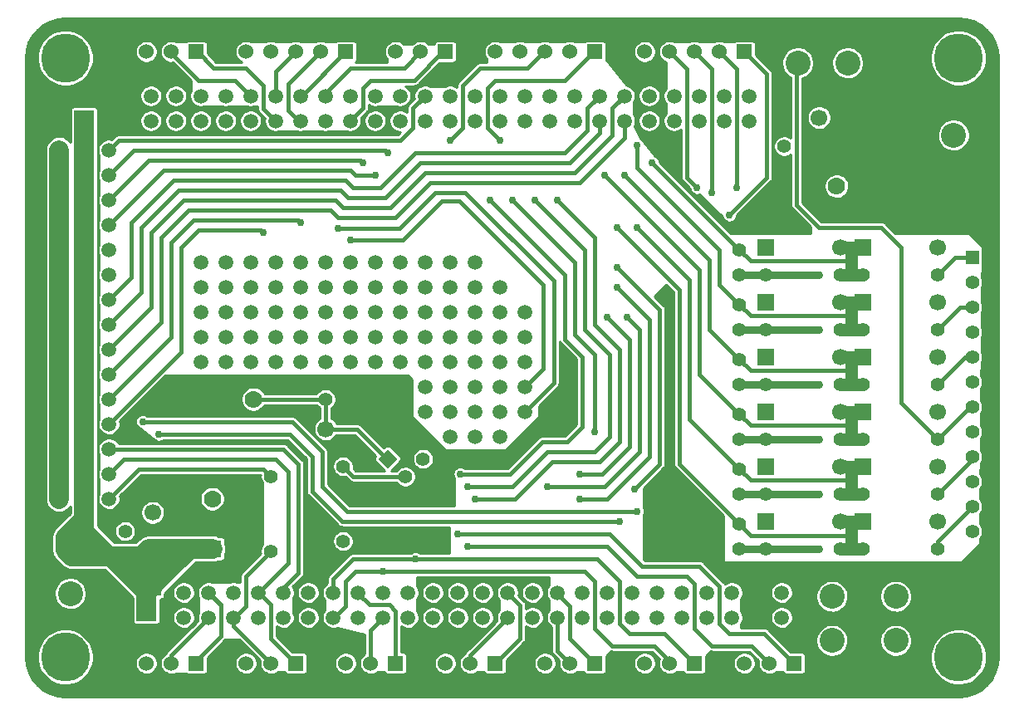
<source format=gtl>
G04 (created by PCBNEW (2013-07-07 BZR 4022)-stable) date 11/04/2014 09:32:08*
%MOIN*%
G04 Gerber Fmt 3.4, Leading zero omitted, Abs format*
%FSLAX34Y34*%
G01*
G70*
G90*
G04 APERTURE LIST*
%ADD10C,0.00590551*%
%ADD11C,0.0590551*%
%ADD12R,0.08X0.08*%
%ADD13R,0.03X0.12*%
%ADD14R,0.12X0.03*%
%ADD15R,0.055X0.055*%
%ADD16C,0.055*%
%ADD17R,0.06X0.06*%
%ADD18C,0.06*%
%ADD19R,0.1X0.1*%
%ADD20C,0.1*%
%ADD21C,0.19685*%
%ADD22C,0.07*%
%ADD23R,0.07X0.07*%
%ADD24R,0.0669291X0.0669291*%
%ADD25C,0.0669291*%
%ADD26C,0.0295*%
%ADD27C,0.03*%
%ADD28C,0.016*%
%ADD29C,0.08*%
%ADD30C,0.05*%
%ADD31C,0.01*%
G04 APERTURE END LIST*
G54D10*
G54D11*
X38300Y-34500D03*
X39300Y-34500D03*
X40300Y-34500D03*
X38300Y-35500D03*
X39300Y-35500D03*
X40300Y-35500D03*
X38300Y-36500D03*
X39300Y-36500D03*
X40300Y-36500D03*
X38300Y-37500D03*
X39300Y-37500D03*
X40300Y-37500D03*
X38300Y-38500D03*
X39300Y-38500D03*
X40300Y-38500D03*
X38300Y-39500D03*
X39300Y-39500D03*
X40300Y-39500D03*
X38300Y-40500D03*
X39300Y-40500D03*
X40300Y-40500D03*
X38300Y-41500D03*
X39300Y-41500D03*
X40300Y-41500D03*
X38300Y-42500D03*
X39300Y-42500D03*
X40300Y-42500D03*
X38300Y-43500D03*
X39300Y-43500D03*
X40300Y-43500D03*
X38300Y-44500D03*
X39300Y-44500D03*
X40300Y-44500D03*
X38300Y-45500D03*
X39300Y-45500D03*
X40300Y-45500D03*
X38300Y-46500D03*
X39300Y-46500D03*
X40300Y-46500D03*
X38300Y-47500D03*
X39300Y-47500D03*
X40300Y-47500D03*
X38300Y-48500D03*
X39300Y-48500D03*
X40300Y-48500D03*
G54D12*
X39300Y-33300D03*
G54D13*
X38650Y-33100D03*
X39950Y-33100D03*
G54D14*
X39250Y-32650D03*
G54D12*
X41800Y-53000D03*
G54D13*
X42450Y-53200D03*
X41150Y-53200D03*
G54D14*
X41850Y-53650D03*
G54D11*
X57000Y-42000D03*
X57000Y-41000D03*
X57000Y-43000D03*
X57000Y-44000D03*
X57000Y-45000D03*
X67300Y-52269D03*
X67300Y-53269D03*
X66300Y-52269D03*
X66300Y-53269D03*
X65300Y-52269D03*
X65300Y-53269D03*
X64300Y-52269D03*
X64300Y-53269D03*
X63300Y-52269D03*
X63300Y-53269D03*
X62300Y-52269D03*
X62300Y-53269D03*
X61300Y-52269D03*
X61300Y-53269D03*
X60300Y-52269D03*
X60300Y-53269D03*
X59300Y-52269D03*
X59300Y-53269D03*
X58300Y-52269D03*
X58300Y-53269D03*
X57300Y-52269D03*
X57300Y-53269D03*
X56300Y-52269D03*
X56300Y-53269D03*
X55300Y-52269D03*
X55300Y-53269D03*
X54300Y-52269D03*
X54300Y-53269D03*
X53300Y-52269D03*
X53300Y-53269D03*
X52300Y-52269D03*
X52300Y-53269D03*
X51300Y-52269D03*
X51300Y-53269D03*
X50300Y-52269D03*
X50300Y-53269D03*
X49300Y-52269D03*
X49300Y-53269D03*
X48300Y-52269D03*
X48300Y-53269D03*
X47300Y-52269D03*
X47300Y-53269D03*
X46300Y-52269D03*
X46300Y-53269D03*
X45300Y-52269D03*
X45300Y-53269D03*
X44300Y-52269D03*
X44300Y-53269D03*
X43300Y-52269D03*
X43300Y-53269D03*
G54D15*
X74950Y-38800D03*
G54D16*
X74950Y-39800D03*
X74950Y-40800D03*
X74950Y-41800D03*
X74950Y-42800D03*
X74950Y-43800D03*
X74950Y-44800D03*
X74950Y-45800D03*
X74950Y-46800D03*
X74950Y-47800D03*
X74950Y-48800D03*
X74950Y-49800D03*
G54D17*
X47800Y-55100D03*
G54D18*
X46800Y-55100D03*
X45800Y-55100D03*
X44800Y-55100D03*
G54D17*
X53800Y-30550D03*
G54D18*
X52800Y-30550D03*
X51800Y-30550D03*
X50800Y-30550D03*
G54D17*
X59800Y-55100D03*
G54D18*
X58800Y-55100D03*
X57800Y-55100D03*
X56800Y-55100D03*
G54D17*
X43800Y-55100D03*
G54D18*
X42800Y-55100D03*
X41800Y-55100D03*
X40800Y-55100D03*
G54D17*
X51800Y-55100D03*
G54D18*
X50800Y-55100D03*
X49800Y-55100D03*
X48800Y-55100D03*
G54D17*
X63800Y-55100D03*
G54D18*
X62800Y-55100D03*
X61800Y-55100D03*
X60800Y-55100D03*
G54D17*
X43800Y-30550D03*
G54D18*
X42800Y-30550D03*
X41800Y-30550D03*
X40800Y-30550D03*
G54D17*
X67800Y-55100D03*
G54D18*
X66800Y-55100D03*
X65800Y-55100D03*
X64800Y-55100D03*
G54D17*
X55800Y-55100D03*
G54D18*
X54800Y-55100D03*
X53800Y-55100D03*
X52800Y-55100D03*
G54D11*
X65987Y-32329D03*
X65987Y-33329D03*
X64987Y-32329D03*
X64987Y-33329D03*
X63987Y-32329D03*
X63987Y-33329D03*
X62987Y-32329D03*
X62987Y-33329D03*
X61987Y-32329D03*
X61987Y-33329D03*
X60987Y-32329D03*
X60987Y-33329D03*
X59987Y-32329D03*
X59987Y-33329D03*
X58987Y-32329D03*
X58987Y-33329D03*
X57987Y-32329D03*
X57987Y-33329D03*
X56987Y-32329D03*
X56987Y-33329D03*
X55987Y-32329D03*
X55987Y-33329D03*
X54987Y-32329D03*
X54987Y-33329D03*
X53987Y-32329D03*
X53987Y-33329D03*
X52987Y-32329D03*
X52987Y-33329D03*
X51987Y-32329D03*
X51987Y-33329D03*
X50987Y-32329D03*
X50987Y-33329D03*
X49987Y-32329D03*
X49987Y-33329D03*
X48987Y-32329D03*
X48987Y-33329D03*
X47987Y-32329D03*
X47987Y-33329D03*
X46987Y-32329D03*
X46987Y-33329D03*
X45987Y-32329D03*
X45987Y-33329D03*
X44987Y-32329D03*
X44987Y-33329D03*
X43987Y-32329D03*
X43987Y-33329D03*
X42987Y-32329D03*
X42987Y-33329D03*
X41987Y-32329D03*
X41987Y-33329D03*
G54D17*
X59800Y-30550D03*
G54D18*
X58800Y-30550D03*
X57800Y-30550D03*
X56800Y-30550D03*
X55800Y-30550D03*
X54800Y-30550D03*
G54D17*
X65800Y-30550D03*
G54D18*
X64800Y-30550D03*
X63800Y-30550D03*
X62800Y-30550D03*
X61800Y-30550D03*
X60800Y-30550D03*
G54D17*
X49800Y-30550D03*
G54D18*
X48800Y-30550D03*
X47800Y-30550D03*
X46800Y-30550D03*
X45800Y-30550D03*
X44800Y-30550D03*
G54D19*
X38750Y-50300D03*
G54D20*
X38750Y-52300D03*
G54D16*
X65600Y-45100D03*
X65600Y-46100D03*
G54D21*
X38550Y-54850D03*
X38550Y-30800D03*
X74400Y-30800D03*
X74400Y-54850D03*
G54D22*
X44100Y-44500D03*
X46100Y-44500D03*
G54D20*
X71879Y-52414D03*
X69320Y-52414D03*
X69320Y-54185D03*
X71879Y-54185D03*
G54D19*
X71950Y-31000D03*
G54D20*
X69950Y-31000D03*
X67950Y-31000D03*
G54D16*
X65600Y-47300D03*
X65600Y-48300D03*
X65600Y-49500D03*
X65600Y-50500D03*
X68400Y-34350D03*
X67400Y-34350D03*
X46800Y-50600D03*
X46800Y-47600D03*
X73550Y-43900D03*
X70550Y-43900D03*
X69650Y-43900D03*
X66650Y-43900D03*
X73550Y-46100D03*
X70550Y-46100D03*
X69650Y-41700D03*
X66650Y-41700D03*
X73550Y-41700D03*
X70550Y-41700D03*
X69650Y-46100D03*
X66650Y-46100D03*
X69650Y-48300D03*
X66650Y-48300D03*
X69650Y-39500D03*
X66650Y-39500D03*
X73550Y-39500D03*
X70550Y-39500D03*
X73550Y-50500D03*
X70550Y-50500D03*
X69650Y-50500D03*
X66650Y-50500D03*
X73550Y-48300D03*
X70550Y-48300D03*
X49700Y-50200D03*
X49700Y-47200D03*
X49000Y-44500D03*
X52000Y-44500D03*
G54D20*
X74200Y-35900D03*
X74200Y-33900D03*
G54D10*
G36*
X51881Y-46900D02*
X51492Y-47288D01*
X51103Y-46900D01*
X51492Y-46511D01*
X51881Y-46900D01*
X51881Y-46900D01*
G37*
G54D16*
X52200Y-47607D03*
X52907Y-46900D03*
X65600Y-42900D03*
X65600Y-43900D03*
X40950Y-50800D03*
X40950Y-49800D03*
X65600Y-40700D03*
X65600Y-41700D03*
X65600Y-38500D03*
X65600Y-39500D03*
G54D23*
X71500Y-35950D03*
G54D22*
X69500Y-35950D03*
G54D23*
X44450Y-50500D03*
G54D22*
X44450Y-48500D03*
G54D24*
X70550Y-40600D03*
G54D25*
X73550Y-40600D03*
G54D24*
X52000Y-45700D03*
G54D25*
X49000Y-45700D03*
G54D24*
X42050Y-52050D03*
G54D25*
X42050Y-49050D03*
G54D24*
X71800Y-33200D03*
G54D25*
X68800Y-33200D03*
G54D24*
X70550Y-49400D03*
G54D25*
X73550Y-49400D03*
G54D24*
X66650Y-49400D03*
G54D25*
X69650Y-49400D03*
G54D24*
X70550Y-47200D03*
G54D25*
X73550Y-47200D03*
G54D24*
X66650Y-47200D03*
G54D25*
X69650Y-47200D03*
G54D24*
X66650Y-38400D03*
G54D25*
X69650Y-38400D03*
G54D24*
X70550Y-45000D03*
G54D25*
X73550Y-45000D03*
G54D24*
X66650Y-45000D03*
G54D25*
X69650Y-45000D03*
G54D24*
X70550Y-38400D03*
G54D25*
X73550Y-38400D03*
G54D24*
X66650Y-40600D03*
G54D25*
X69650Y-40600D03*
G54D24*
X70550Y-42800D03*
G54D25*
X73550Y-42800D03*
G54D24*
X66650Y-42800D03*
G54D25*
X69650Y-42800D03*
G54D11*
X56000Y-41000D03*
X55000Y-41000D03*
X54000Y-41000D03*
X53000Y-41000D03*
X52000Y-41000D03*
X52000Y-40000D03*
X52000Y-39000D03*
X53000Y-39000D03*
X53000Y-40000D03*
X54000Y-39000D03*
X54000Y-40000D03*
X55000Y-40000D03*
X56000Y-42000D03*
X55000Y-42000D03*
X54000Y-42000D03*
X53000Y-42000D03*
X52000Y-42000D03*
X52000Y-43000D03*
X53000Y-43000D03*
X54000Y-43000D03*
X55000Y-43000D03*
X56000Y-43000D03*
X53000Y-44000D03*
X54000Y-44000D03*
X55000Y-44000D03*
X56000Y-44000D03*
X56000Y-45000D03*
X56000Y-46000D03*
X55000Y-46000D03*
X54000Y-45000D03*
X54000Y-46000D03*
X53000Y-45000D03*
X55000Y-45000D03*
X51000Y-43000D03*
X50000Y-43000D03*
X49000Y-43000D03*
X48000Y-43000D03*
X47000Y-43000D03*
X46000Y-43000D03*
X45000Y-43000D03*
X44000Y-43000D03*
X44000Y-42000D03*
X44000Y-41000D03*
X44000Y-40000D03*
X44000Y-39000D03*
X45000Y-39000D03*
X46000Y-39000D03*
X47000Y-39000D03*
X48000Y-39000D03*
X49000Y-39000D03*
X50000Y-39000D03*
X51000Y-39000D03*
X55000Y-39000D03*
X56000Y-40000D03*
X51000Y-40000D03*
X51000Y-41000D03*
X51000Y-42000D03*
X50000Y-42000D03*
X49000Y-42000D03*
X48000Y-42000D03*
X47000Y-42000D03*
X46000Y-42000D03*
X45000Y-42000D03*
X45000Y-41000D03*
X45000Y-40000D03*
X46000Y-40000D03*
X47000Y-40000D03*
X48000Y-40000D03*
X49000Y-40000D03*
X50000Y-40000D03*
X50000Y-41000D03*
X49000Y-41000D03*
X48000Y-41000D03*
X47000Y-41000D03*
X46000Y-41000D03*
G54D26*
X69100Y-37100D03*
X65700Y-37500D03*
X62800Y-40550D03*
X66000Y-37200D03*
X62800Y-40950D03*
X67700Y-37100D03*
X69500Y-37100D03*
X67300Y-37100D03*
X43400Y-47900D03*
X43100Y-48200D03*
X58700Y-43000D03*
X62800Y-44650D03*
X58700Y-44650D03*
X68800Y-39500D03*
X68250Y-39500D03*
X68800Y-41700D03*
X68250Y-41700D03*
X68800Y-43900D03*
X68250Y-43900D03*
X68800Y-46100D03*
X68250Y-46100D03*
X68800Y-48300D03*
X68250Y-48300D03*
X68800Y-50500D03*
X68250Y-50500D03*
X60200Y-35500D03*
X62100Y-35000D03*
X50000Y-38100D03*
X49500Y-37650D03*
X48000Y-37400D03*
X46500Y-37800D03*
X65200Y-37100D03*
X61100Y-41200D03*
X57900Y-48000D03*
X59200Y-47500D03*
X60300Y-41200D03*
X65500Y-36000D03*
X59200Y-48500D03*
X60700Y-40000D03*
X64500Y-36200D03*
X61500Y-37600D03*
X58300Y-36500D03*
X56000Y-34100D03*
X55000Y-48500D03*
X52600Y-50900D03*
X57400Y-36500D03*
X54700Y-48000D03*
X51300Y-51400D03*
X54000Y-34100D03*
X55600Y-36500D03*
X54400Y-47500D03*
X60700Y-37600D03*
X61000Y-35500D03*
X61500Y-34300D03*
X54300Y-49900D03*
X54700Y-50400D03*
X51500Y-34600D03*
X50500Y-35000D03*
X51000Y-35500D03*
X61400Y-48100D03*
X60700Y-39200D03*
X63900Y-36000D03*
X56500Y-36500D03*
X59800Y-45800D03*
X42300Y-45900D03*
X60800Y-49400D03*
X41650Y-45400D03*
X61500Y-49000D03*
G54D27*
X66000Y-37200D02*
X65700Y-37500D01*
X62800Y-40950D02*
X62800Y-40550D01*
X67300Y-37100D02*
X66100Y-37100D01*
X66100Y-37100D02*
X66000Y-37200D01*
X62800Y-40950D02*
X62800Y-42100D01*
X71500Y-35950D02*
X70650Y-35950D01*
X70650Y-35950D02*
X69500Y-37100D01*
X43100Y-48200D02*
X43400Y-47900D01*
X58700Y-43000D02*
X58700Y-44650D01*
G54D28*
X74950Y-38800D02*
X74250Y-38800D01*
X74250Y-38800D02*
X73550Y-39500D01*
X74950Y-40800D02*
X74450Y-40800D01*
X74450Y-40800D02*
X73550Y-41700D01*
X74950Y-42800D02*
X74650Y-42800D01*
X74650Y-42800D02*
X73550Y-43900D01*
X68800Y-37600D02*
X67900Y-36700D01*
X67900Y-36700D02*
X67900Y-31050D01*
X67900Y-31050D02*
X67950Y-31000D01*
X74950Y-44800D02*
X74850Y-44800D01*
X74850Y-44800D02*
X73550Y-46100D01*
X72100Y-44650D02*
X72100Y-38400D01*
X72100Y-44650D02*
X73550Y-46100D01*
X68800Y-37600D02*
X71300Y-37600D01*
X72100Y-38400D02*
X71300Y-37600D01*
X74950Y-46800D02*
X74950Y-46900D01*
X74950Y-46900D02*
X73550Y-48300D01*
X73550Y-50500D02*
X73550Y-50200D01*
X73550Y-50200D02*
X74950Y-48800D01*
G54D29*
X38300Y-34500D02*
X38300Y-48500D01*
G54D27*
X65600Y-39500D02*
X68800Y-39500D01*
X68250Y-39500D02*
X68800Y-39500D01*
X65600Y-41700D02*
X68800Y-41700D01*
X68250Y-41700D02*
X68800Y-41700D01*
X65600Y-43900D02*
X68800Y-43900D01*
X68250Y-43900D02*
X68800Y-43900D01*
X65600Y-46100D02*
X68800Y-46100D01*
X68250Y-46100D02*
X68800Y-46100D01*
X65600Y-48300D02*
X68800Y-48300D01*
X68250Y-48300D02*
X68800Y-48300D01*
X65600Y-50500D02*
X66650Y-50500D01*
X66650Y-50500D02*
X68800Y-50500D01*
X68250Y-50500D02*
X68800Y-50500D01*
G54D28*
X41500Y-47300D02*
X46500Y-47300D01*
X46500Y-47300D02*
X46800Y-47600D01*
X41500Y-47300D02*
X40300Y-48500D01*
X51492Y-46900D02*
X51450Y-46900D01*
X50250Y-45700D02*
X49000Y-45700D01*
X51450Y-46900D02*
X50250Y-45700D01*
X49000Y-44500D02*
X46100Y-44500D01*
X49000Y-44500D02*
X49000Y-45700D01*
X52200Y-47607D02*
X50107Y-47607D01*
X50107Y-47607D02*
X49700Y-47200D01*
X42400Y-38000D02*
X42400Y-41400D01*
X42400Y-41400D02*
X40300Y-43500D01*
X60987Y-33329D02*
X60987Y-34017D01*
X60987Y-34017D02*
X59199Y-35804D01*
X54400Y-35797D02*
X53202Y-35797D01*
X54400Y-35797D02*
X59199Y-35804D01*
X43500Y-36900D02*
X49200Y-36900D01*
X42400Y-38000D02*
X43500Y-36900D01*
X51800Y-37200D02*
X49500Y-37200D01*
X49200Y-36900D02*
X49500Y-37200D01*
X53202Y-35797D02*
X51800Y-37200D01*
X42000Y-37800D02*
X42000Y-40800D01*
X42000Y-40800D02*
X40300Y-42500D01*
X60500Y-33900D02*
X59000Y-35400D01*
X59000Y-35400D02*
X53000Y-35400D01*
X49400Y-36500D02*
X43300Y-36500D01*
X42000Y-37800D02*
X43300Y-36500D01*
X49400Y-36500D02*
X49700Y-36800D01*
X49700Y-36800D02*
X51600Y-36800D01*
X53000Y-35400D02*
X51600Y-36800D01*
X60500Y-33900D02*
X60500Y-32816D01*
X60500Y-32816D02*
X60987Y-32329D01*
X47300Y-46500D02*
X47900Y-47100D01*
X47300Y-46500D02*
X40300Y-46500D01*
X47900Y-47100D02*
X47900Y-51469D01*
X47300Y-52269D02*
X47300Y-52069D01*
X47300Y-52069D02*
X47900Y-51469D01*
X41600Y-37600D02*
X41600Y-40200D01*
X41600Y-40200D02*
X40300Y-41500D01*
X59987Y-33329D02*
X59987Y-33812D01*
X59987Y-33812D02*
X58800Y-35000D01*
X58800Y-35000D02*
X52800Y-35000D01*
X52800Y-35000D02*
X51400Y-36400D01*
X43100Y-36100D02*
X49600Y-36100D01*
X41600Y-37600D02*
X43100Y-36100D01*
X49900Y-36400D02*
X51400Y-36400D01*
X49600Y-36100D02*
X49900Y-36400D01*
X41200Y-37400D02*
X41200Y-39600D01*
X41200Y-39600D02*
X40300Y-40500D01*
X58600Y-34600D02*
X52600Y-34600D01*
X52600Y-34600D02*
X51200Y-36000D01*
X49800Y-35700D02*
X42900Y-35700D01*
X49800Y-35700D02*
X50100Y-36000D01*
X59500Y-32816D02*
X59987Y-32329D01*
X59500Y-33700D02*
X59500Y-32816D01*
X59500Y-33700D02*
X58600Y-34600D01*
X50100Y-36000D02*
X51200Y-36000D01*
X41200Y-37400D02*
X42900Y-35700D01*
X64000Y-43500D02*
X64000Y-39300D01*
X65600Y-45100D02*
X64000Y-43500D01*
X65600Y-45100D02*
X66050Y-45550D01*
X70050Y-45550D02*
X70100Y-45500D01*
X66050Y-45550D02*
X70050Y-45550D01*
G54D30*
X70100Y-45000D02*
X70100Y-45500D01*
X70100Y-45500D02*
X70100Y-46100D01*
G54D28*
X64000Y-39300D02*
X60200Y-35500D01*
G54D30*
X70550Y-46100D02*
X70100Y-46100D01*
X70100Y-46100D02*
X69650Y-46100D01*
X70550Y-45000D02*
X70100Y-45000D01*
X70100Y-45000D02*
X69650Y-45000D01*
G54D28*
X47000Y-46900D02*
X40900Y-46900D01*
X40900Y-46900D02*
X40300Y-47500D01*
X47500Y-47400D02*
X47000Y-46900D01*
X46300Y-52269D02*
X47500Y-51069D01*
X47500Y-51069D02*
X47500Y-47400D01*
X46300Y-52269D02*
X46319Y-52269D01*
X46319Y-52269D02*
X46800Y-52750D01*
X46800Y-52750D02*
X46800Y-54100D01*
X46800Y-54100D02*
X47800Y-55100D01*
X65600Y-38500D02*
X66050Y-38950D01*
X66050Y-38950D02*
X70100Y-38950D01*
X65600Y-38500D02*
X62100Y-35000D01*
G54D30*
X70100Y-38400D02*
X70100Y-38950D01*
X70100Y-38950D02*
X70100Y-39500D01*
X70550Y-39500D02*
X70100Y-39500D01*
X70100Y-39500D02*
X69650Y-39500D01*
X69650Y-38400D02*
X70100Y-38400D01*
X70100Y-38400D02*
X70550Y-38400D01*
G54D28*
X57725Y-39925D02*
X57725Y-43275D01*
X57725Y-43275D02*
X57000Y-44000D01*
X53650Y-36550D02*
X54350Y-36550D01*
X54350Y-36550D02*
X57725Y-39925D01*
X50000Y-38100D02*
X52100Y-38100D01*
X52100Y-38100D02*
X53650Y-36550D01*
X50500Y-32800D02*
X50500Y-32000D01*
X50500Y-32000D02*
X50800Y-31700D01*
X53800Y-30550D02*
X53700Y-30550D01*
X50800Y-31700D02*
X52550Y-31700D01*
X53700Y-30550D02*
X52550Y-31700D01*
X49987Y-33329D02*
X49987Y-33312D01*
X49987Y-33312D02*
X50500Y-32800D01*
X58150Y-39750D02*
X58150Y-43850D01*
X58150Y-43850D02*
X57000Y-45000D01*
X49500Y-37650D02*
X51950Y-37650D01*
X54600Y-36200D02*
X58150Y-39750D01*
X53400Y-36200D02*
X54600Y-36200D01*
X51950Y-37650D02*
X53400Y-36200D01*
X48987Y-32329D02*
X48987Y-32212D01*
X48987Y-32212D02*
X50000Y-31200D01*
X50000Y-31200D02*
X52150Y-31200D01*
X52150Y-31200D02*
X52800Y-30550D01*
X47987Y-32329D02*
X48020Y-32329D01*
X48020Y-32329D02*
X49800Y-30550D01*
X42800Y-38200D02*
X42800Y-42000D01*
X42800Y-42000D02*
X40300Y-44500D01*
X47900Y-37300D02*
X48000Y-37400D01*
X42800Y-38200D02*
X43700Y-37300D01*
X43700Y-37300D02*
X47900Y-37300D01*
X47987Y-33329D02*
X47929Y-33329D01*
X47929Y-33329D02*
X47500Y-32900D01*
X47500Y-32900D02*
X47500Y-31850D01*
X47500Y-31850D02*
X48800Y-30550D01*
X43200Y-38400D02*
X43200Y-42600D01*
X43200Y-42600D02*
X40300Y-45500D01*
X43900Y-37700D02*
X46400Y-37700D01*
X46400Y-37700D02*
X46500Y-37800D01*
X43200Y-38400D02*
X43900Y-37700D01*
X46987Y-32329D02*
X46987Y-31362D01*
X46987Y-31362D02*
X47800Y-30550D01*
X61597Y-46602D02*
X60200Y-48000D01*
X61597Y-46602D02*
X61597Y-41697D01*
X61597Y-41697D02*
X61100Y-41200D01*
X66700Y-31450D02*
X66700Y-35600D01*
X66700Y-35600D02*
X65200Y-37100D01*
X66700Y-31450D02*
X65800Y-30550D01*
X60200Y-48000D02*
X57900Y-48000D01*
X61200Y-42100D02*
X61200Y-46400D01*
X61200Y-46400D02*
X60100Y-47500D01*
X61200Y-42100D02*
X60300Y-41200D01*
X64800Y-30550D02*
X65500Y-31250D01*
X59200Y-47500D02*
X60100Y-47500D01*
X65500Y-31250D02*
X65500Y-36000D01*
X62000Y-41300D02*
X62000Y-46800D01*
X62000Y-46800D02*
X60300Y-48500D01*
X63800Y-30550D02*
X64500Y-31250D01*
X64500Y-31250D02*
X64500Y-36200D01*
X59200Y-48500D02*
X60300Y-48500D01*
X62000Y-41300D02*
X60700Y-40000D01*
X56800Y-54100D02*
X56800Y-52769D01*
X56800Y-52769D02*
X56300Y-52269D01*
X56800Y-54100D02*
X55800Y-55100D01*
X54800Y-55100D02*
X54800Y-54769D01*
X54800Y-54769D02*
X56300Y-53269D01*
X58300Y-52269D02*
X58300Y-52300D01*
X58300Y-52300D02*
X58800Y-52800D01*
X58800Y-52800D02*
X58800Y-54100D01*
X58800Y-54100D02*
X59800Y-55100D01*
X58300Y-53269D02*
X58300Y-54600D01*
X58300Y-54600D02*
X58800Y-55100D01*
X65600Y-47300D02*
X63600Y-45300D01*
X63600Y-45300D02*
X63600Y-39700D01*
X65600Y-47300D02*
X66050Y-47750D01*
X70050Y-47750D02*
X70100Y-47700D01*
X66050Y-47750D02*
X70050Y-47750D01*
G54D30*
X70100Y-47200D02*
X70100Y-47700D01*
X70100Y-47700D02*
X70100Y-48300D01*
G54D28*
X63600Y-39700D02*
X61500Y-37600D01*
G54D30*
X70550Y-48300D02*
X70100Y-48300D01*
X70100Y-48300D02*
X69650Y-48300D01*
X70550Y-47200D02*
X70100Y-47200D01*
X70100Y-47200D02*
X69650Y-47200D01*
G54D28*
X60800Y-42500D02*
X60800Y-46200D01*
X60000Y-47000D02*
X58100Y-47000D01*
X60800Y-46200D02*
X60000Y-47000D01*
X55500Y-32000D02*
X55500Y-33600D01*
X55500Y-33600D02*
X56000Y-34100D01*
X59800Y-41500D02*
X59800Y-38000D01*
X59800Y-38000D02*
X58300Y-36500D01*
X56600Y-48500D02*
X58100Y-47000D01*
X56600Y-48500D02*
X55000Y-48500D01*
X60800Y-42500D02*
X59800Y-41500D01*
X59800Y-30550D02*
X59750Y-30550D01*
X59750Y-30550D02*
X58600Y-31700D01*
X58600Y-31700D02*
X55800Y-31700D01*
X55800Y-31700D02*
X55500Y-32000D01*
X49300Y-52269D02*
X49300Y-51700D01*
X49300Y-51700D02*
X50100Y-50900D01*
X50100Y-50900D02*
X52600Y-50900D01*
X59898Y-50898D02*
X60800Y-51800D01*
X59801Y-50898D02*
X59799Y-50897D01*
X61200Y-53900D02*
X60800Y-53500D01*
X62600Y-53900D02*
X61200Y-53900D01*
X63800Y-55100D02*
X62600Y-53900D01*
X60800Y-53500D02*
X60800Y-51800D01*
X59799Y-50897D02*
X52600Y-50900D01*
X59801Y-50898D02*
X59898Y-50898D01*
X54700Y-48000D02*
X56500Y-48000D01*
X60400Y-42700D02*
X60400Y-46000D01*
X59400Y-38500D02*
X57400Y-36500D01*
X59400Y-41700D02*
X59400Y-38500D01*
X59400Y-41700D02*
X60400Y-42700D01*
X57900Y-46600D02*
X56500Y-48000D01*
X60400Y-46000D02*
X59800Y-46600D01*
X59800Y-46600D02*
X57900Y-46600D01*
X59800Y-51800D02*
X59800Y-53700D01*
X60500Y-54400D02*
X62200Y-54400D01*
X59800Y-53700D02*
X60500Y-54400D01*
X49300Y-53269D02*
X49330Y-53269D01*
X49330Y-53269D02*
X49801Y-52798D01*
X49801Y-52798D02*
X49801Y-51798D01*
X49801Y-51798D02*
X50200Y-51400D01*
X50200Y-51400D02*
X51300Y-51400D01*
X49800Y-52800D02*
X49801Y-51798D01*
X49330Y-53269D02*
X49800Y-52800D01*
X49801Y-51798D02*
X49801Y-51798D01*
X59800Y-51800D02*
X59400Y-51400D01*
X62800Y-55100D02*
X62800Y-55000D01*
X62800Y-55000D02*
X62200Y-54400D01*
X59400Y-51400D02*
X51300Y-51400D01*
X58600Y-39500D02*
X58600Y-42100D01*
X58600Y-42100D02*
X59300Y-42800D01*
X58700Y-46200D02*
X57700Y-46200D01*
X59300Y-45600D02*
X58700Y-46200D01*
X59300Y-42800D02*
X59300Y-45600D01*
X54500Y-31900D02*
X54500Y-33600D01*
X57800Y-30550D02*
X57750Y-30550D01*
X57750Y-30550D02*
X57100Y-31200D01*
X57100Y-31200D02*
X55200Y-31200D01*
X55200Y-31200D02*
X54500Y-31900D01*
X54500Y-33600D02*
X54000Y-34100D01*
X57700Y-46200D02*
X56400Y-47500D01*
X58600Y-39500D02*
X55600Y-36500D01*
X56400Y-47500D02*
X54400Y-47500D01*
X50300Y-52269D02*
X50300Y-52300D01*
X50300Y-52300D02*
X50750Y-52750D01*
X50750Y-52750D02*
X51550Y-52750D01*
X51550Y-52750D02*
X51800Y-53000D01*
X51800Y-53000D02*
X51800Y-55100D01*
X65600Y-49500D02*
X63200Y-47100D01*
X65600Y-49500D02*
X66075Y-49975D01*
X70025Y-49975D02*
X70100Y-50050D01*
X66075Y-49975D02*
X70025Y-49975D01*
G54D30*
X70100Y-50500D02*
X70100Y-50050D01*
X70100Y-50050D02*
X70100Y-49400D01*
G54D28*
X63200Y-47100D02*
X63200Y-40100D01*
X63200Y-40100D02*
X60700Y-37600D01*
G54D30*
X70550Y-50500D02*
X70100Y-50500D01*
X70100Y-50500D02*
X69650Y-50500D01*
X70550Y-49400D02*
X70100Y-49400D01*
X70100Y-49400D02*
X69650Y-49400D01*
G54D28*
X64400Y-41700D02*
X64400Y-38900D01*
X65600Y-42900D02*
X64400Y-41700D01*
X65600Y-42900D02*
X66050Y-43350D01*
X69950Y-43350D02*
X70100Y-43200D01*
X66050Y-43350D02*
X69950Y-43350D01*
G54D30*
X70100Y-42800D02*
X70100Y-43200D01*
X70100Y-43200D02*
X70100Y-43900D01*
G54D28*
X64400Y-38900D02*
X61000Y-35500D01*
G54D30*
X70550Y-43900D02*
X70100Y-43900D01*
X70100Y-43900D02*
X69650Y-43900D01*
X70550Y-42800D02*
X70100Y-42800D01*
X70100Y-42800D02*
X69650Y-42800D01*
G54D28*
X61500Y-35200D02*
X61500Y-34300D01*
X64800Y-38500D02*
X61500Y-35200D01*
X64800Y-39900D02*
X64800Y-38500D01*
X65600Y-40700D02*
X64800Y-39900D01*
X65600Y-40700D02*
X66050Y-41150D01*
X70050Y-41150D02*
X70100Y-41100D01*
X66050Y-41150D02*
X70050Y-41150D01*
G54D30*
X70100Y-40600D02*
X70100Y-41100D01*
X70100Y-41100D02*
X70100Y-41700D01*
X70550Y-41700D02*
X70100Y-41700D01*
X70100Y-41700D02*
X69650Y-41700D01*
X70550Y-40600D02*
X70100Y-40600D01*
X70100Y-40600D02*
X69650Y-40600D01*
G54D28*
X43800Y-55100D02*
X43800Y-55000D01*
X43800Y-55000D02*
X44800Y-54000D01*
X44800Y-54000D02*
X44800Y-52769D01*
X44800Y-52769D02*
X44300Y-52269D01*
X44800Y-54000D02*
X44800Y-52750D01*
X44800Y-52750D02*
X44469Y-52419D01*
X44469Y-52419D02*
X44300Y-52269D01*
X42800Y-55100D02*
X42800Y-54769D01*
X42800Y-54769D02*
X44300Y-53269D01*
X45800Y-52800D02*
X45800Y-51600D01*
X45800Y-51600D02*
X46800Y-50600D01*
X45300Y-53269D02*
X45330Y-53269D01*
X45330Y-53269D02*
X45800Y-52800D01*
X45300Y-53269D02*
X45300Y-53600D01*
X45300Y-53600D02*
X46800Y-55100D01*
X51300Y-53269D02*
X50800Y-53769D01*
X50800Y-53769D02*
X50800Y-55100D01*
X54300Y-49900D02*
X60400Y-49900D01*
X64000Y-51200D02*
X64800Y-52000D01*
X67800Y-55100D02*
X66600Y-53900D01*
X65200Y-53900D02*
X66600Y-53900D01*
X64800Y-53500D02*
X65200Y-53900D01*
X64800Y-52000D02*
X64800Y-53500D01*
X61700Y-51200D02*
X64000Y-51200D01*
X60400Y-49900D02*
X61700Y-51200D01*
X54700Y-50400D02*
X60300Y-50400D01*
X66800Y-55100D02*
X66100Y-54400D01*
X64500Y-54400D02*
X66100Y-54400D01*
X63800Y-53700D02*
X64500Y-54400D01*
X63800Y-51900D02*
X63800Y-53700D01*
X61500Y-51600D02*
X63500Y-51600D01*
X63800Y-51900D02*
X63500Y-51600D01*
X60300Y-50400D02*
X61500Y-51600D01*
X46500Y-32842D02*
X46500Y-31900D01*
X45800Y-31200D02*
X44500Y-31200D01*
X46500Y-31900D02*
X45800Y-31200D01*
X43850Y-30550D02*
X44500Y-31200D01*
X43800Y-30550D02*
X43850Y-30550D01*
X46500Y-32842D02*
X46987Y-33329D01*
X42800Y-30550D02*
X42800Y-30600D01*
X42800Y-30600D02*
X43900Y-31700D01*
X43900Y-31700D02*
X45357Y-31700D01*
X45357Y-31700D02*
X45987Y-32329D01*
X51400Y-34500D02*
X41300Y-34500D01*
X41300Y-34500D02*
X40300Y-35500D01*
X51400Y-34500D02*
X51500Y-34600D01*
X50400Y-34900D02*
X41900Y-34900D01*
X41900Y-34900D02*
X40300Y-36500D01*
X50400Y-34900D02*
X50500Y-35000D01*
X50000Y-35300D02*
X42500Y-35300D01*
X42500Y-35300D02*
X40300Y-37500D01*
X50000Y-35300D02*
X50200Y-35500D01*
X50200Y-35500D02*
X51000Y-35500D01*
X62400Y-40900D02*
X62400Y-47100D01*
X62400Y-47100D02*
X61400Y-48100D01*
X60700Y-39200D02*
X62400Y-40900D01*
X63500Y-35600D02*
X63500Y-31250D01*
X63500Y-31250D02*
X62800Y-30550D01*
X63900Y-36000D02*
X63500Y-35600D01*
X59800Y-45800D02*
X59800Y-42700D01*
X59800Y-42700D02*
X59000Y-41900D01*
X59000Y-41900D02*
X59000Y-39000D01*
X59000Y-39000D02*
X56500Y-36500D01*
X60800Y-49400D02*
X49650Y-49400D01*
X49650Y-49400D02*
X48450Y-48200D01*
X42300Y-45900D02*
X47550Y-45900D01*
X47550Y-45900D02*
X48450Y-46800D01*
X48450Y-48200D02*
X48450Y-46800D01*
X61500Y-49000D02*
X49850Y-49000D01*
X49850Y-49000D02*
X48850Y-48000D01*
X41650Y-45400D02*
X47650Y-45400D01*
X47650Y-45400D02*
X48850Y-46600D01*
X48850Y-48000D02*
X48850Y-46600D01*
X52000Y-34100D02*
X40700Y-34100D01*
X40700Y-34100D02*
X40300Y-34500D01*
X52500Y-32816D02*
X52987Y-32329D01*
X52500Y-33600D02*
X52500Y-32816D01*
X52000Y-34100D02*
X52500Y-33600D01*
G54D29*
X39300Y-48500D02*
X39300Y-49300D01*
X38800Y-50800D02*
X38750Y-50300D01*
X38550Y-50550D02*
X38800Y-50800D01*
X38550Y-50050D02*
X38550Y-50550D01*
X39300Y-49300D02*
X38550Y-50050D01*
X39300Y-35500D02*
X39300Y-34500D01*
X39300Y-36500D02*
X39300Y-35500D01*
X39300Y-41500D02*
X39300Y-40500D01*
X39300Y-40500D02*
X39300Y-39500D01*
X39300Y-39500D02*
X39300Y-38500D01*
X39300Y-38500D02*
X39300Y-37500D01*
X39300Y-37500D02*
X39300Y-36500D01*
X39300Y-44500D02*
X39300Y-43500D01*
X39300Y-43500D02*
X39300Y-42500D01*
X39300Y-42500D02*
X39300Y-41500D01*
X39300Y-45500D02*
X39300Y-44500D01*
X39300Y-46500D02*
X39300Y-45500D01*
X39300Y-47500D02*
X39300Y-46500D01*
X39300Y-48500D02*
X39300Y-47500D01*
G54D27*
X40950Y-50800D02*
X40950Y-50950D01*
X40950Y-50950D02*
X42050Y-52050D01*
G54D29*
X43075Y-50975D02*
X41525Y-50975D01*
X42050Y-51500D02*
X42050Y-52050D01*
X41525Y-50975D02*
X42050Y-51500D01*
X38750Y-50300D02*
X39300Y-50300D01*
X39800Y-50800D02*
X39800Y-50300D01*
X39300Y-50300D02*
X39800Y-50800D01*
X44450Y-50500D02*
X41900Y-50500D01*
X41900Y-50500D02*
X41600Y-50800D01*
X41600Y-50800D02*
X40300Y-50800D01*
X40300Y-50800D02*
X39800Y-50300D01*
X39800Y-50300D02*
X39300Y-49800D01*
X44450Y-50500D02*
X43550Y-50500D01*
X43550Y-50500D02*
X43075Y-50975D01*
X43075Y-50975D02*
X41800Y-52250D01*
X41800Y-52250D02*
X41800Y-53000D01*
X38750Y-50300D02*
X38750Y-50650D01*
X40350Y-50800D02*
X41800Y-52250D01*
X38900Y-50800D02*
X40350Y-50800D01*
X38750Y-50650D02*
X38900Y-50800D01*
X39300Y-33300D02*
X39300Y-34500D01*
X39300Y-34500D02*
X39300Y-49800D01*
X39300Y-49800D02*
X39300Y-49750D01*
X39300Y-49750D02*
X38750Y-50300D01*
G54D10*
G36*
X75995Y-54842D02*
X75963Y-55159D01*
X75873Y-55457D01*
X75727Y-55732D01*
X75534Y-55969D01*
X75534Y-54738D01*
X75534Y-30688D01*
X75491Y-30470D01*
X75406Y-30264D01*
X75283Y-30079D01*
X75126Y-29921D01*
X74942Y-29797D01*
X74737Y-29711D01*
X74519Y-29666D01*
X74296Y-29664D01*
X74078Y-29706D01*
X73871Y-29789D01*
X73685Y-29911D01*
X73526Y-30067D01*
X73401Y-30250D01*
X73313Y-30455D01*
X73267Y-30672D01*
X73264Y-30895D01*
X73304Y-31114D01*
X73386Y-31320D01*
X73506Y-31507D01*
X73661Y-31667D01*
X73843Y-31794D01*
X74047Y-31883D01*
X74265Y-31931D01*
X74487Y-31936D01*
X74706Y-31897D01*
X74913Y-31817D01*
X75101Y-31698D01*
X75262Y-31544D01*
X75390Y-31362D01*
X75481Y-31159D01*
X75530Y-30942D01*
X75534Y-30688D01*
X75534Y-54738D01*
X75491Y-54520D01*
X75406Y-54314D01*
X75375Y-54267D01*
X75375Y-39061D01*
X75375Y-38510D01*
X75369Y-38481D01*
X75358Y-38454D01*
X75349Y-38441D01*
X75350Y-38379D01*
X74850Y-37879D01*
X74850Y-33836D01*
X74825Y-33711D01*
X74776Y-33593D01*
X74706Y-33487D01*
X74616Y-33396D01*
X74510Y-33325D01*
X74393Y-33276D01*
X74268Y-33250D01*
X74140Y-33249D01*
X74015Y-33273D01*
X73897Y-33321D01*
X73790Y-33390D01*
X73699Y-33480D01*
X73627Y-33585D01*
X73577Y-33702D01*
X73550Y-33827D01*
X73549Y-33954D01*
X73572Y-34080D01*
X73619Y-34198D01*
X73688Y-34305D01*
X73776Y-34397D01*
X73881Y-34470D01*
X73998Y-34521D01*
X74122Y-34548D01*
X74250Y-34551D01*
X74375Y-34529D01*
X74494Y-34482D01*
X74602Y-34414D01*
X74694Y-34326D01*
X74767Y-34222D01*
X74819Y-34106D01*
X74847Y-33981D01*
X74850Y-33836D01*
X74850Y-37879D01*
X74820Y-37850D01*
X71875Y-37850D01*
X71462Y-37437D01*
X71446Y-37423D01*
X71429Y-37410D01*
X71428Y-37409D01*
X71427Y-37408D01*
X71409Y-37398D01*
X71390Y-37388D01*
X71389Y-37388D01*
X71388Y-37387D01*
X71368Y-37381D01*
X71347Y-37375D01*
X71346Y-37374D01*
X71345Y-37374D01*
X71324Y-37372D01*
X71303Y-37370D01*
X71300Y-37370D01*
X71300Y-37370D01*
X71300Y-37370D01*
X71300Y-37370D01*
X70600Y-37370D01*
X70600Y-30936D01*
X70575Y-30811D01*
X70526Y-30693D01*
X70456Y-30587D01*
X70366Y-30496D01*
X70260Y-30425D01*
X70143Y-30376D01*
X70018Y-30350D01*
X69890Y-30349D01*
X69765Y-30373D01*
X69647Y-30421D01*
X69540Y-30490D01*
X69449Y-30580D01*
X69377Y-30685D01*
X69327Y-30802D01*
X69300Y-30927D01*
X69299Y-31054D01*
X69322Y-31180D01*
X69369Y-31298D01*
X69438Y-31405D01*
X69526Y-31497D01*
X69631Y-31570D01*
X69748Y-31621D01*
X69872Y-31648D01*
X70000Y-31651D01*
X70125Y-31629D01*
X70244Y-31582D01*
X70352Y-31514D01*
X70444Y-31426D01*
X70517Y-31322D01*
X70569Y-31206D01*
X70597Y-31081D01*
X70600Y-30936D01*
X70600Y-37370D01*
X70000Y-37370D01*
X70000Y-35900D01*
X69980Y-35804D01*
X69943Y-35714D01*
X69889Y-35632D01*
X69820Y-35562D01*
X69738Y-35508D01*
X69648Y-35470D01*
X69552Y-35450D01*
X69454Y-35449D01*
X69358Y-35468D01*
X69284Y-35497D01*
X69284Y-33152D01*
X69266Y-33059D01*
X69229Y-32971D01*
X69177Y-32892D01*
X69110Y-32824D01*
X69031Y-32771D01*
X68944Y-32734D01*
X68850Y-32715D01*
X68755Y-32715D01*
X68662Y-32732D01*
X68574Y-32768D01*
X68494Y-32820D01*
X68426Y-32886D01*
X68373Y-32965D01*
X68335Y-33052D01*
X68316Y-33145D01*
X68314Y-33240D01*
X68331Y-33334D01*
X68366Y-33422D01*
X68418Y-33502D01*
X68484Y-33570D01*
X68562Y-33625D01*
X68649Y-33663D01*
X68742Y-33683D01*
X68837Y-33685D01*
X68930Y-33669D01*
X69019Y-33634D01*
X69099Y-33583D01*
X69168Y-33518D01*
X69223Y-33440D01*
X69262Y-33353D01*
X69283Y-33261D01*
X69284Y-33152D01*
X69284Y-35497D01*
X69267Y-35504D01*
X69185Y-35558D01*
X69115Y-35627D01*
X69059Y-35707D01*
X69021Y-35798D01*
X69000Y-35893D01*
X68999Y-35992D01*
X69017Y-36088D01*
X69053Y-36179D01*
X69106Y-36262D01*
X69174Y-36332D01*
X69254Y-36388D01*
X69344Y-36427D01*
X69440Y-36448D01*
X69538Y-36450D01*
X69635Y-36433D01*
X69726Y-36398D01*
X69809Y-36345D01*
X69880Y-36278D01*
X69936Y-36198D01*
X69976Y-36108D01*
X69998Y-36012D01*
X70000Y-35900D01*
X70000Y-37370D01*
X68895Y-37370D01*
X68130Y-36604D01*
X68130Y-31627D01*
X68244Y-31582D01*
X68352Y-31514D01*
X68444Y-31426D01*
X68517Y-31322D01*
X68569Y-31206D01*
X68597Y-31081D01*
X68600Y-30936D01*
X68575Y-30811D01*
X68526Y-30693D01*
X68456Y-30587D01*
X68366Y-30496D01*
X68260Y-30425D01*
X68143Y-30376D01*
X68018Y-30350D01*
X67890Y-30349D01*
X67765Y-30373D01*
X67647Y-30421D01*
X67540Y-30490D01*
X67449Y-30580D01*
X67377Y-30685D01*
X67327Y-30802D01*
X67300Y-30927D01*
X67299Y-31054D01*
X67322Y-31180D01*
X67369Y-31298D01*
X67438Y-31405D01*
X67526Y-31497D01*
X67631Y-31570D01*
X67670Y-31587D01*
X67670Y-34019D01*
X67603Y-33974D01*
X67526Y-33942D01*
X67444Y-33925D01*
X67361Y-33924D01*
X67279Y-33940D01*
X67202Y-33971D01*
X67132Y-34017D01*
X67072Y-34075D01*
X67025Y-34144D01*
X66992Y-34220D01*
X66975Y-34302D01*
X66974Y-34385D01*
X66989Y-34467D01*
X67020Y-34545D01*
X67065Y-34615D01*
X67123Y-34675D01*
X67191Y-34722D01*
X67268Y-34756D01*
X67349Y-34774D01*
X67432Y-34775D01*
X67514Y-34761D01*
X67592Y-34731D01*
X67662Y-34686D01*
X67670Y-34679D01*
X67670Y-36700D01*
X67672Y-36721D01*
X67673Y-36742D01*
X67674Y-36743D01*
X67674Y-36744D01*
X67680Y-36765D01*
X67686Y-36785D01*
X67687Y-36786D01*
X67687Y-36787D01*
X67697Y-36806D01*
X67707Y-36825D01*
X67707Y-36826D01*
X67708Y-36827D01*
X67721Y-36843D01*
X67735Y-36860D01*
X67736Y-36862D01*
X67736Y-36862D01*
X67736Y-36862D01*
X67737Y-36862D01*
X68450Y-37575D01*
X68450Y-37850D01*
X66930Y-37850D01*
X66930Y-35600D01*
X66930Y-31450D01*
X66927Y-31428D01*
X66926Y-31407D01*
X66925Y-31406D01*
X66925Y-31405D01*
X66919Y-31384D01*
X66913Y-31364D01*
X66912Y-31363D01*
X66912Y-31362D01*
X66902Y-31343D01*
X66892Y-31324D01*
X66892Y-31323D01*
X66891Y-31322D01*
X66878Y-31306D01*
X66864Y-31289D01*
X66863Y-31287D01*
X66863Y-31287D01*
X66863Y-31287D01*
X66862Y-31287D01*
X66250Y-30674D01*
X66250Y-30235D01*
X66244Y-30206D01*
X66233Y-30179D01*
X66216Y-30154D01*
X66196Y-30133D01*
X66171Y-30117D01*
X66144Y-30106D01*
X66115Y-30100D01*
X66086Y-30099D01*
X65485Y-30099D01*
X65456Y-30105D01*
X65429Y-30116D01*
X65404Y-30133D01*
X65387Y-30150D01*
X65009Y-30150D01*
X64933Y-30118D01*
X64847Y-30100D01*
X64759Y-30099D01*
X64672Y-30116D01*
X64590Y-30149D01*
X64589Y-30150D01*
X64009Y-30150D01*
X63933Y-30118D01*
X63847Y-30100D01*
X63759Y-30099D01*
X63672Y-30116D01*
X63590Y-30149D01*
X63589Y-30150D01*
X63009Y-30150D01*
X62933Y-30118D01*
X62847Y-30100D01*
X62759Y-30099D01*
X62672Y-30116D01*
X62590Y-30149D01*
X62516Y-30197D01*
X62453Y-30259D01*
X62403Y-30332D01*
X62368Y-30413D01*
X62350Y-30499D01*
X62349Y-30587D01*
X62365Y-30674D01*
X62397Y-30756D01*
X62445Y-30830D01*
X62506Y-30894D01*
X62579Y-30944D01*
X62650Y-30975D01*
X62650Y-32036D01*
X62644Y-32041D01*
X62594Y-32113D01*
X62560Y-32194D01*
X62542Y-32279D01*
X62541Y-32366D01*
X62556Y-32452D01*
X62589Y-32534D01*
X62636Y-32607D01*
X62650Y-32621D01*
X62650Y-33036D01*
X62644Y-33041D01*
X62594Y-33113D01*
X62560Y-33194D01*
X62542Y-33279D01*
X62541Y-33366D01*
X62556Y-33452D01*
X62589Y-33534D01*
X62636Y-33607D01*
X62697Y-33670D01*
X62768Y-33720D01*
X62848Y-33755D01*
X62934Y-33773D01*
X63021Y-33775D01*
X63107Y-33760D01*
X63188Y-33728D01*
X63262Y-33682D01*
X63270Y-33674D01*
X63270Y-35600D01*
X63272Y-35621D01*
X63273Y-35642D01*
X63274Y-35643D01*
X63274Y-35644D01*
X63280Y-35665D01*
X63286Y-35685D01*
X63287Y-35686D01*
X63287Y-35687D01*
X63297Y-35706D01*
X63307Y-35725D01*
X63307Y-35726D01*
X63308Y-35727D01*
X63321Y-35743D01*
X63335Y-35760D01*
X63336Y-35762D01*
X63336Y-35762D01*
X63336Y-35762D01*
X63337Y-35762D01*
X63602Y-36027D01*
X63612Y-36082D01*
X63634Y-36136D01*
X63665Y-36185D01*
X63706Y-36227D01*
X63754Y-36260D01*
X63807Y-36284D01*
X63864Y-36296D01*
X63922Y-36298D01*
X63980Y-36287D01*
X64006Y-36277D01*
X64913Y-37183D01*
X64934Y-37236D01*
X64965Y-37285D01*
X65006Y-37327D01*
X65054Y-37360D01*
X65107Y-37384D01*
X65164Y-37396D01*
X65222Y-37398D01*
X65280Y-37387D01*
X65334Y-37366D01*
X65384Y-37335D01*
X65426Y-37295D01*
X65459Y-37247D01*
X65483Y-37194D01*
X65496Y-37137D01*
X65496Y-37128D01*
X66862Y-35762D01*
X66876Y-35746D01*
X66889Y-35729D01*
X66890Y-35728D01*
X66891Y-35727D01*
X66901Y-35709D01*
X66911Y-35690D01*
X66911Y-35689D01*
X66912Y-35688D01*
X66918Y-35668D01*
X66924Y-35647D01*
X66925Y-35646D01*
X66925Y-35645D01*
X66927Y-35624D01*
X66929Y-35603D01*
X66929Y-35600D01*
X66929Y-35600D01*
X66929Y-35600D01*
X66930Y-35600D01*
X66930Y-37850D01*
X65275Y-37850D01*
X62432Y-35007D01*
X62432Y-33285D01*
X62432Y-32285D01*
X62415Y-32200D01*
X62382Y-32119D01*
X62333Y-32046D01*
X62272Y-31984D01*
X62250Y-31969D01*
X62250Y-30505D01*
X62232Y-30419D01*
X62199Y-30337D01*
X62150Y-30264D01*
X62088Y-30201D01*
X62015Y-30152D01*
X61933Y-30118D01*
X61847Y-30100D01*
X61759Y-30099D01*
X61672Y-30116D01*
X61590Y-30149D01*
X61516Y-30197D01*
X61453Y-30259D01*
X61403Y-30332D01*
X61368Y-30413D01*
X61350Y-30499D01*
X61349Y-30587D01*
X61365Y-30674D01*
X61397Y-30756D01*
X61445Y-30830D01*
X61506Y-30894D01*
X61579Y-30944D01*
X61660Y-30980D01*
X61746Y-30998D01*
X61834Y-31000D01*
X61921Y-30985D01*
X62003Y-30953D01*
X62078Y-30906D01*
X62142Y-30845D01*
X62193Y-30773D01*
X62229Y-30692D01*
X62248Y-30606D01*
X62250Y-30505D01*
X62250Y-31969D01*
X62199Y-31935D01*
X62119Y-31902D01*
X62033Y-31884D01*
X61946Y-31883D01*
X61860Y-31900D01*
X61779Y-31933D01*
X61706Y-31980D01*
X61644Y-32041D01*
X61594Y-32113D01*
X61560Y-32194D01*
X61542Y-32279D01*
X61541Y-32366D01*
X61556Y-32452D01*
X61589Y-32534D01*
X61636Y-32607D01*
X61697Y-32670D01*
X61768Y-32720D01*
X61848Y-32755D01*
X61934Y-32773D01*
X62021Y-32775D01*
X62107Y-32760D01*
X62188Y-32728D01*
X62262Y-32682D01*
X62325Y-32621D01*
X62376Y-32550D01*
X62411Y-32470D01*
X62430Y-32385D01*
X62432Y-32285D01*
X62432Y-33285D01*
X62415Y-33200D01*
X62382Y-33119D01*
X62333Y-33046D01*
X62272Y-32984D01*
X62199Y-32935D01*
X62119Y-32902D01*
X62033Y-32884D01*
X61946Y-32883D01*
X61860Y-32900D01*
X61779Y-32933D01*
X61706Y-32980D01*
X61644Y-33041D01*
X61594Y-33113D01*
X61560Y-33194D01*
X61542Y-33279D01*
X61541Y-33366D01*
X61556Y-33452D01*
X61589Y-33534D01*
X61636Y-33607D01*
X61697Y-33670D01*
X61768Y-33720D01*
X61848Y-33755D01*
X61934Y-33773D01*
X62021Y-33775D01*
X62107Y-33760D01*
X62188Y-33728D01*
X62262Y-33682D01*
X62325Y-33621D01*
X62376Y-33550D01*
X62411Y-33470D01*
X62430Y-33385D01*
X62432Y-33285D01*
X62432Y-35007D01*
X62397Y-34972D01*
X62397Y-34970D01*
X62386Y-34913D01*
X62363Y-34859D01*
X62331Y-34811D01*
X62290Y-34769D01*
X62242Y-34737D01*
X62196Y-34717D01*
X61789Y-34228D01*
X61786Y-34213D01*
X61763Y-34159D01*
X61731Y-34111D01*
X61690Y-34069D01*
X61642Y-34037D01*
X61619Y-34027D01*
X61378Y-33545D01*
X61411Y-33470D01*
X61430Y-33385D01*
X61432Y-33285D01*
X61415Y-33200D01*
X61382Y-33119D01*
X61350Y-33071D01*
X61350Y-32587D01*
X61376Y-32550D01*
X61411Y-32470D01*
X61430Y-32385D01*
X61432Y-32285D01*
X61415Y-32200D01*
X61382Y-32119D01*
X61333Y-32046D01*
X61272Y-31984D01*
X61199Y-31935D01*
X61119Y-31902D01*
X61076Y-31893D01*
X60243Y-30894D01*
X60243Y-30894D01*
X60249Y-30865D01*
X60250Y-30836D01*
X60250Y-30235D01*
X60244Y-30206D01*
X60233Y-30179D01*
X60216Y-30154D01*
X60196Y-30133D01*
X60171Y-30117D01*
X60144Y-30106D01*
X60115Y-30100D01*
X60086Y-30099D01*
X59485Y-30099D01*
X59456Y-30105D01*
X59429Y-30116D01*
X59404Y-30133D01*
X59387Y-30150D01*
X59009Y-30150D01*
X58933Y-30118D01*
X58847Y-30100D01*
X58759Y-30099D01*
X58672Y-30116D01*
X58590Y-30149D01*
X58589Y-30150D01*
X58009Y-30150D01*
X57933Y-30118D01*
X57847Y-30100D01*
X57759Y-30099D01*
X57672Y-30116D01*
X57590Y-30149D01*
X57589Y-30150D01*
X57009Y-30150D01*
X56933Y-30118D01*
X56847Y-30100D01*
X56759Y-30099D01*
X56672Y-30116D01*
X56590Y-30149D01*
X56589Y-30150D01*
X56009Y-30150D01*
X55933Y-30118D01*
X55847Y-30100D01*
X55759Y-30099D01*
X55672Y-30116D01*
X55590Y-30149D01*
X55516Y-30197D01*
X55453Y-30259D01*
X55403Y-30332D01*
X55368Y-30413D01*
X55350Y-30499D01*
X55349Y-30587D01*
X55365Y-30674D01*
X55397Y-30756D01*
X55445Y-30830D01*
X55450Y-30835D01*
X55450Y-30970D01*
X55200Y-30970D01*
X55178Y-30972D01*
X55157Y-30973D01*
X55156Y-30974D01*
X55155Y-30974D01*
X55134Y-30980D01*
X55114Y-30986D01*
X55113Y-30987D01*
X55112Y-30987D01*
X55093Y-30997D01*
X55074Y-31007D01*
X55073Y-31007D01*
X55072Y-31008D01*
X55056Y-31021D01*
X55039Y-31035D01*
X55037Y-31036D01*
X55037Y-31036D01*
X55037Y-31036D01*
X55037Y-31037D01*
X54337Y-31737D01*
X54323Y-31753D01*
X54310Y-31770D01*
X54309Y-31771D01*
X54308Y-31772D01*
X54298Y-31790D01*
X54288Y-31809D01*
X54288Y-31810D01*
X54287Y-31811D01*
X54281Y-31831D01*
X54275Y-31852D01*
X54274Y-31853D01*
X54274Y-31854D01*
X54272Y-31875D01*
X54270Y-31896D01*
X54270Y-31899D01*
X54270Y-31899D01*
X54270Y-31899D01*
X54270Y-31900D01*
X54270Y-31983D01*
X54250Y-31969D01*
X54250Y-30836D01*
X54250Y-30235D01*
X54244Y-30206D01*
X54233Y-30179D01*
X54216Y-30154D01*
X54196Y-30133D01*
X54171Y-30117D01*
X54144Y-30106D01*
X54115Y-30100D01*
X54086Y-30099D01*
X53485Y-30099D01*
X53456Y-30105D01*
X53429Y-30116D01*
X53404Y-30133D01*
X53383Y-30153D01*
X53367Y-30178D01*
X53356Y-30205D01*
X53350Y-30234D01*
X53349Y-30250D01*
X53136Y-30250D01*
X53088Y-30201D01*
X53015Y-30152D01*
X52933Y-30118D01*
X52847Y-30100D01*
X52759Y-30099D01*
X52672Y-30116D01*
X52590Y-30149D01*
X52516Y-30197D01*
X52463Y-30250D01*
X52136Y-30250D01*
X52088Y-30201D01*
X52015Y-30152D01*
X51933Y-30118D01*
X51847Y-30100D01*
X51759Y-30099D01*
X51672Y-30116D01*
X51590Y-30149D01*
X51516Y-30197D01*
X51453Y-30259D01*
X51403Y-30332D01*
X51368Y-30413D01*
X51350Y-30499D01*
X51349Y-30587D01*
X51365Y-30674D01*
X51397Y-30756D01*
X51445Y-30830D01*
X51450Y-30835D01*
X51450Y-30970D01*
X50190Y-30970D01*
X50195Y-30966D01*
X50216Y-30946D01*
X50232Y-30921D01*
X50243Y-30894D01*
X50249Y-30865D01*
X50250Y-30836D01*
X50250Y-30235D01*
X50244Y-30206D01*
X50233Y-30179D01*
X50216Y-30154D01*
X50196Y-30133D01*
X50171Y-30117D01*
X50144Y-30106D01*
X50115Y-30100D01*
X50086Y-30099D01*
X49485Y-30099D01*
X49456Y-30105D01*
X49429Y-30116D01*
X49404Y-30133D01*
X49387Y-30150D01*
X49009Y-30150D01*
X48933Y-30118D01*
X48847Y-30100D01*
X48759Y-30099D01*
X48672Y-30116D01*
X48590Y-30149D01*
X48589Y-30150D01*
X48009Y-30150D01*
X47933Y-30118D01*
X47847Y-30100D01*
X47759Y-30099D01*
X47672Y-30116D01*
X47590Y-30149D01*
X47589Y-30150D01*
X47009Y-30150D01*
X46933Y-30118D01*
X46847Y-30100D01*
X46759Y-30099D01*
X46672Y-30116D01*
X46590Y-30149D01*
X46589Y-30150D01*
X46009Y-30150D01*
X45933Y-30118D01*
X45847Y-30100D01*
X45759Y-30099D01*
X45672Y-30116D01*
X45590Y-30149D01*
X45516Y-30197D01*
X45453Y-30259D01*
X45403Y-30332D01*
X45368Y-30413D01*
X45350Y-30499D01*
X45349Y-30587D01*
X45365Y-30674D01*
X45397Y-30756D01*
X45445Y-30830D01*
X45506Y-30894D01*
X45579Y-30944D01*
X45637Y-30970D01*
X44595Y-30970D01*
X44250Y-30624D01*
X44250Y-30235D01*
X44244Y-30206D01*
X44233Y-30179D01*
X44216Y-30154D01*
X44196Y-30133D01*
X44171Y-30117D01*
X44144Y-30106D01*
X44115Y-30100D01*
X44086Y-30099D01*
X43485Y-30099D01*
X43456Y-30105D01*
X43429Y-30116D01*
X43404Y-30133D01*
X43387Y-30150D01*
X43009Y-30150D01*
X42933Y-30118D01*
X42847Y-30100D01*
X42759Y-30099D01*
X42672Y-30116D01*
X42590Y-30149D01*
X42516Y-30197D01*
X42453Y-30259D01*
X42403Y-30332D01*
X42368Y-30413D01*
X42350Y-30499D01*
X42349Y-30587D01*
X42365Y-30674D01*
X42397Y-30756D01*
X42445Y-30830D01*
X42506Y-30894D01*
X42579Y-30944D01*
X42660Y-30980D01*
X42746Y-30998D01*
X42834Y-31000D01*
X42869Y-30994D01*
X43600Y-31725D01*
X43600Y-32106D01*
X43594Y-32113D01*
X43560Y-32194D01*
X43542Y-32279D01*
X43541Y-32366D01*
X43556Y-32452D01*
X43589Y-32534D01*
X43636Y-32607D01*
X43697Y-32670D01*
X43768Y-32720D01*
X43848Y-32755D01*
X43934Y-32773D01*
X44021Y-32775D01*
X44107Y-32760D01*
X44134Y-32750D01*
X44837Y-32750D01*
X44848Y-32755D01*
X44934Y-32773D01*
X45021Y-32775D01*
X45107Y-32760D01*
X45134Y-32750D01*
X45837Y-32750D01*
X45848Y-32755D01*
X45934Y-32773D01*
X46021Y-32775D01*
X46107Y-32760D01*
X46134Y-32750D01*
X46270Y-32750D01*
X46270Y-32842D01*
X46272Y-32863D01*
X46273Y-32884D01*
X46274Y-32885D01*
X46274Y-32887D01*
X46280Y-32907D01*
X46286Y-32927D01*
X46287Y-32929D01*
X46287Y-32930D01*
X46297Y-32948D01*
X46307Y-32967D01*
X46307Y-32968D01*
X46308Y-32969D01*
X46321Y-32986D01*
X46335Y-33002D01*
X46336Y-33004D01*
X46336Y-33004D01*
X46336Y-33004D01*
X46337Y-33005D01*
X46554Y-33222D01*
X46542Y-33279D01*
X46541Y-33366D01*
X46556Y-33452D01*
X46589Y-33534D01*
X46636Y-33607D01*
X46697Y-33670D01*
X46768Y-33720D01*
X46848Y-33755D01*
X46934Y-33773D01*
X47021Y-33775D01*
X47107Y-33760D01*
X47134Y-33750D01*
X47837Y-33750D01*
X47848Y-33755D01*
X47934Y-33773D01*
X48021Y-33775D01*
X48107Y-33760D01*
X48134Y-33750D01*
X48837Y-33750D01*
X48848Y-33755D01*
X48934Y-33773D01*
X49021Y-33775D01*
X49107Y-33760D01*
X49134Y-33750D01*
X49837Y-33750D01*
X49848Y-33755D01*
X49934Y-33773D01*
X50021Y-33775D01*
X50107Y-33760D01*
X50188Y-33728D01*
X50262Y-33682D01*
X50325Y-33621D01*
X50376Y-33550D01*
X50411Y-33470D01*
X50430Y-33385D01*
X50432Y-33285D01*
X50416Y-33208D01*
X50662Y-32962D01*
X50676Y-32946D01*
X50689Y-32929D01*
X50690Y-32928D01*
X50691Y-32927D01*
X50701Y-32909D01*
X50711Y-32890D01*
X50711Y-32889D01*
X50712Y-32888D01*
X50718Y-32868D01*
X50724Y-32847D01*
X50725Y-32846D01*
X50725Y-32845D01*
X50727Y-32824D01*
X50729Y-32803D01*
X50729Y-32800D01*
X50729Y-32800D01*
X50729Y-32800D01*
X50730Y-32800D01*
X50730Y-32693D01*
X50768Y-32720D01*
X50848Y-32755D01*
X50934Y-32773D01*
X51021Y-32775D01*
X51107Y-32760D01*
X51134Y-32750D01*
X51837Y-32750D01*
X51848Y-32755D01*
X51934Y-32773D01*
X52021Y-32775D01*
X52107Y-32760D01*
X52188Y-32728D01*
X52262Y-32682D01*
X52325Y-32621D01*
X52376Y-32550D01*
X52411Y-32470D01*
X52430Y-32385D01*
X52432Y-32285D01*
X52415Y-32200D01*
X52382Y-32119D01*
X52333Y-32046D01*
X52272Y-31984D01*
X52199Y-31935D01*
X52185Y-31930D01*
X52550Y-31930D01*
X52571Y-31927D01*
X52592Y-31926D01*
X52593Y-31925D01*
X52594Y-31925D01*
X52615Y-31919D01*
X52635Y-31913D01*
X52636Y-31912D01*
X52637Y-31912D01*
X52656Y-31902D01*
X52675Y-31892D01*
X52676Y-31892D01*
X52677Y-31891D01*
X52693Y-31878D01*
X52710Y-31864D01*
X52712Y-31863D01*
X52712Y-31863D01*
X52712Y-31863D01*
X52712Y-31862D01*
X53575Y-31000D01*
X54114Y-31000D01*
X54143Y-30994D01*
X54170Y-30983D01*
X54195Y-30966D01*
X54216Y-30946D01*
X54232Y-30921D01*
X54243Y-30894D01*
X54249Y-30865D01*
X54250Y-30836D01*
X54250Y-31969D01*
X54199Y-31935D01*
X54119Y-31902D01*
X54033Y-31884D01*
X53946Y-31883D01*
X53860Y-31900D01*
X53779Y-31933D01*
X53753Y-31950D01*
X53220Y-31950D01*
X53199Y-31935D01*
X53119Y-31902D01*
X53033Y-31884D01*
X52946Y-31883D01*
X52860Y-31900D01*
X52779Y-31933D01*
X52706Y-31980D01*
X52644Y-32041D01*
X52594Y-32113D01*
X52560Y-32194D01*
X52542Y-32279D01*
X52541Y-32366D01*
X52554Y-32437D01*
X52337Y-32653D01*
X52323Y-32670D01*
X52310Y-32686D01*
X52309Y-32687D01*
X52308Y-32688D01*
X52298Y-32707D01*
X52288Y-32725D01*
X52288Y-32727D01*
X52287Y-32728D01*
X52281Y-32748D01*
X52275Y-32768D01*
X52274Y-32769D01*
X52274Y-32771D01*
X52272Y-32792D01*
X52270Y-32813D01*
X52270Y-32815D01*
X52270Y-32815D01*
X52270Y-32815D01*
X52270Y-32816D01*
X52270Y-32983D01*
X52199Y-32935D01*
X52119Y-32902D01*
X52033Y-32884D01*
X51946Y-32883D01*
X51860Y-32900D01*
X51779Y-32933D01*
X51706Y-32980D01*
X51644Y-33041D01*
X51594Y-33113D01*
X51560Y-33194D01*
X51542Y-33279D01*
X51541Y-33366D01*
X51556Y-33452D01*
X51589Y-33534D01*
X51636Y-33607D01*
X51697Y-33670D01*
X51768Y-33720D01*
X51848Y-33755D01*
X51934Y-33773D01*
X51999Y-33775D01*
X51904Y-33870D01*
X51432Y-33870D01*
X51432Y-33285D01*
X51415Y-33200D01*
X51382Y-33119D01*
X51333Y-33046D01*
X51272Y-32984D01*
X51199Y-32935D01*
X51119Y-32902D01*
X51033Y-32884D01*
X50946Y-32883D01*
X50860Y-32900D01*
X50779Y-32933D01*
X50706Y-32980D01*
X50644Y-33041D01*
X50594Y-33113D01*
X50560Y-33194D01*
X50542Y-33279D01*
X50541Y-33366D01*
X50556Y-33452D01*
X50589Y-33534D01*
X50636Y-33607D01*
X50697Y-33670D01*
X50768Y-33720D01*
X50848Y-33755D01*
X50934Y-33773D01*
X51021Y-33775D01*
X51107Y-33760D01*
X51188Y-33728D01*
X51262Y-33682D01*
X51325Y-33621D01*
X51376Y-33550D01*
X51411Y-33470D01*
X51430Y-33385D01*
X51432Y-33285D01*
X51432Y-33870D01*
X46432Y-33870D01*
X46432Y-33285D01*
X46415Y-33200D01*
X46382Y-33119D01*
X46333Y-33046D01*
X46272Y-32984D01*
X46199Y-32935D01*
X46119Y-32902D01*
X46033Y-32884D01*
X45946Y-32883D01*
X45860Y-32900D01*
X45779Y-32933D01*
X45706Y-32980D01*
X45644Y-33041D01*
X45594Y-33113D01*
X45560Y-33194D01*
X45542Y-33279D01*
X45541Y-33366D01*
X45556Y-33452D01*
X45589Y-33534D01*
X45636Y-33607D01*
X45697Y-33670D01*
X45768Y-33720D01*
X45848Y-33755D01*
X45934Y-33773D01*
X46021Y-33775D01*
X46107Y-33760D01*
X46188Y-33728D01*
X46262Y-33682D01*
X46325Y-33621D01*
X46376Y-33550D01*
X46411Y-33470D01*
X46430Y-33385D01*
X46432Y-33285D01*
X46432Y-33870D01*
X45432Y-33870D01*
X45432Y-33285D01*
X45415Y-33200D01*
X45382Y-33119D01*
X45333Y-33046D01*
X45272Y-32984D01*
X45199Y-32935D01*
X45119Y-32902D01*
X45033Y-32884D01*
X44946Y-32883D01*
X44860Y-32900D01*
X44779Y-32933D01*
X44706Y-32980D01*
X44644Y-33041D01*
X44594Y-33113D01*
X44560Y-33194D01*
X44542Y-33279D01*
X44541Y-33366D01*
X44556Y-33452D01*
X44589Y-33534D01*
X44636Y-33607D01*
X44697Y-33670D01*
X44768Y-33720D01*
X44848Y-33755D01*
X44934Y-33773D01*
X45021Y-33775D01*
X45107Y-33760D01*
X45188Y-33728D01*
X45262Y-33682D01*
X45325Y-33621D01*
X45376Y-33550D01*
X45411Y-33470D01*
X45430Y-33385D01*
X45432Y-33285D01*
X45432Y-33870D01*
X44432Y-33870D01*
X44432Y-33285D01*
X44415Y-33200D01*
X44382Y-33119D01*
X44333Y-33046D01*
X44272Y-32984D01*
X44199Y-32935D01*
X44119Y-32902D01*
X44033Y-32884D01*
X43946Y-32883D01*
X43860Y-32900D01*
X43779Y-32933D01*
X43706Y-32980D01*
X43644Y-33041D01*
X43594Y-33113D01*
X43560Y-33194D01*
X43542Y-33279D01*
X43541Y-33366D01*
X43556Y-33452D01*
X43589Y-33534D01*
X43636Y-33607D01*
X43697Y-33670D01*
X43768Y-33720D01*
X43848Y-33755D01*
X43934Y-33773D01*
X44021Y-33775D01*
X44107Y-33760D01*
X44188Y-33728D01*
X44262Y-33682D01*
X44325Y-33621D01*
X44376Y-33550D01*
X44411Y-33470D01*
X44430Y-33385D01*
X44432Y-33285D01*
X44432Y-33870D01*
X43432Y-33870D01*
X43432Y-33285D01*
X43432Y-32285D01*
X43415Y-32200D01*
X43382Y-32119D01*
X43333Y-32046D01*
X43272Y-31984D01*
X43199Y-31935D01*
X43119Y-31902D01*
X43033Y-31884D01*
X42946Y-31883D01*
X42860Y-31900D01*
X42779Y-31933D01*
X42706Y-31980D01*
X42644Y-32041D01*
X42594Y-32113D01*
X42560Y-32194D01*
X42542Y-32279D01*
X42541Y-32366D01*
X42556Y-32452D01*
X42589Y-32534D01*
X42636Y-32607D01*
X42697Y-32670D01*
X42768Y-32720D01*
X42848Y-32755D01*
X42934Y-32773D01*
X43021Y-32775D01*
X43107Y-32760D01*
X43188Y-32728D01*
X43262Y-32682D01*
X43325Y-32621D01*
X43376Y-32550D01*
X43411Y-32470D01*
X43430Y-32385D01*
X43432Y-32285D01*
X43432Y-33285D01*
X43415Y-33200D01*
X43382Y-33119D01*
X43333Y-33046D01*
X43272Y-32984D01*
X43199Y-32935D01*
X43119Y-32902D01*
X43033Y-32884D01*
X42946Y-32883D01*
X42860Y-32900D01*
X42779Y-32933D01*
X42706Y-32980D01*
X42644Y-33041D01*
X42594Y-33113D01*
X42560Y-33194D01*
X42542Y-33279D01*
X42541Y-33366D01*
X42556Y-33452D01*
X42589Y-33534D01*
X42636Y-33607D01*
X42697Y-33670D01*
X42768Y-33720D01*
X42848Y-33755D01*
X42934Y-33773D01*
X43021Y-33775D01*
X43107Y-33760D01*
X43188Y-33728D01*
X43262Y-33682D01*
X43325Y-33621D01*
X43376Y-33550D01*
X43411Y-33470D01*
X43430Y-33385D01*
X43432Y-33285D01*
X43432Y-33870D01*
X42432Y-33870D01*
X42432Y-33285D01*
X42432Y-32285D01*
X42415Y-32200D01*
X42382Y-32119D01*
X42333Y-32046D01*
X42272Y-31984D01*
X42250Y-31969D01*
X42250Y-30505D01*
X42232Y-30419D01*
X42199Y-30337D01*
X42150Y-30264D01*
X42088Y-30201D01*
X42015Y-30152D01*
X41933Y-30118D01*
X41847Y-30100D01*
X41759Y-30099D01*
X41672Y-30116D01*
X41590Y-30149D01*
X41516Y-30197D01*
X41453Y-30259D01*
X41403Y-30332D01*
X41368Y-30413D01*
X41350Y-30499D01*
X41349Y-30587D01*
X41365Y-30674D01*
X41397Y-30756D01*
X41445Y-30830D01*
X41506Y-30894D01*
X41579Y-30944D01*
X41660Y-30980D01*
X41746Y-30998D01*
X41834Y-31000D01*
X41921Y-30985D01*
X42003Y-30953D01*
X42078Y-30906D01*
X42142Y-30845D01*
X42193Y-30773D01*
X42229Y-30692D01*
X42248Y-30606D01*
X42250Y-30505D01*
X42250Y-31969D01*
X42199Y-31935D01*
X42119Y-31902D01*
X42033Y-31884D01*
X41946Y-31883D01*
X41860Y-31900D01*
X41779Y-31933D01*
X41706Y-31980D01*
X41644Y-32041D01*
X41594Y-32113D01*
X41560Y-32194D01*
X41542Y-32279D01*
X41541Y-32366D01*
X41556Y-32452D01*
X41589Y-32534D01*
X41636Y-32607D01*
X41697Y-32670D01*
X41768Y-32720D01*
X41848Y-32755D01*
X41934Y-32773D01*
X42021Y-32775D01*
X42107Y-32760D01*
X42188Y-32728D01*
X42262Y-32682D01*
X42325Y-32621D01*
X42376Y-32550D01*
X42411Y-32470D01*
X42430Y-32385D01*
X42432Y-32285D01*
X42432Y-33285D01*
X42415Y-33200D01*
X42382Y-33119D01*
X42333Y-33046D01*
X42272Y-32984D01*
X42199Y-32935D01*
X42119Y-32902D01*
X42033Y-32884D01*
X41946Y-32883D01*
X41860Y-32900D01*
X41779Y-32933D01*
X41706Y-32980D01*
X41644Y-33041D01*
X41594Y-33113D01*
X41560Y-33194D01*
X41542Y-33279D01*
X41541Y-33366D01*
X41556Y-33452D01*
X41589Y-33534D01*
X41636Y-33607D01*
X41697Y-33670D01*
X41768Y-33720D01*
X41848Y-33755D01*
X41934Y-33773D01*
X42021Y-33775D01*
X42107Y-33760D01*
X42188Y-33728D01*
X42262Y-33682D01*
X42325Y-33621D01*
X42376Y-33550D01*
X42411Y-33470D01*
X42430Y-33385D01*
X42432Y-33285D01*
X42432Y-33870D01*
X40700Y-33870D01*
X40678Y-33872D01*
X40657Y-33873D01*
X40656Y-33874D01*
X40655Y-33874D01*
X40634Y-33880D01*
X40614Y-33886D01*
X40613Y-33887D01*
X40612Y-33887D01*
X40593Y-33897D01*
X40574Y-33907D01*
X40573Y-33907D01*
X40572Y-33908D01*
X40556Y-33921D01*
X40539Y-33935D01*
X40537Y-33936D01*
X40537Y-33936D01*
X40537Y-33936D01*
X40537Y-33937D01*
X40407Y-34067D01*
X40346Y-34055D01*
X40259Y-34054D01*
X40173Y-34070D01*
X40092Y-34103D01*
X40019Y-34151D01*
X39957Y-34212D01*
X39907Y-34284D01*
X39873Y-34364D01*
X39855Y-34450D01*
X39854Y-34537D01*
X39869Y-34623D01*
X39900Y-34699D01*
X39900Y-35302D01*
X39873Y-35364D01*
X39855Y-35450D01*
X39854Y-35537D01*
X39869Y-35623D01*
X39900Y-35699D01*
X39900Y-36302D01*
X39873Y-36364D01*
X39855Y-36450D01*
X39854Y-36537D01*
X39869Y-36623D01*
X39900Y-36699D01*
X39900Y-37302D01*
X39873Y-37364D01*
X39855Y-37450D01*
X39854Y-37537D01*
X39869Y-37623D01*
X39900Y-37699D01*
X39900Y-38302D01*
X39873Y-38364D01*
X39855Y-38450D01*
X39854Y-38537D01*
X39869Y-38623D01*
X39900Y-38699D01*
X39900Y-39302D01*
X39873Y-39364D01*
X39855Y-39450D01*
X39854Y-39537D01*
X39869Y-39623D01*
X39900Y-39699D01*
X39900Y-40302D01*
X39873Y-40364D01*
X39855Y-40450D01*
X39854Y-40537D01*
X39869Y-40623D01*
X39900Y-40699D01*
X39900Y-41302D01*
X39873Y-41364D01*
X39855Y-41450D01*
X39854Y-41537D01*
X39869Y-41623D01*
X39900Y-41699D01*
X39900Y-42302D01*
X39873Y-42364D01*
X39855Y-42450D01*
X39854Y-42537D01*
X39869Y-42623D01*
X39900Y-42699D01*
X39900Y-43302D01*
X39873Y-43364D01*
X39855Y-43450D01*
X39854Y-43537D01*
X39869Y-43623D01*
X39900Y-43699D01*
X39900Y-44302D01*
X39873Y-44364D01*
X39855Y-44450D01*
X39854Y-44537D01*
X39869Y-44623D01*
X39900Y-44699D01*
X39900Y-45302D01*
X39873Y-45364D01*
X39855Y-45450D01*
X39854Y-45537D01*
X39869Y-45623D01*
X39902Y-45704D01*
X39949Y-45777D01*
X40010Y-45840D01*
X40081Y-45890D01*
X40161Y-45925D01*
X40247Y-45944D01*
X40334Y-45946D01*
X40420Y-45930D01*
X40501Y-45899D01*
X40575Y-45852D01*
X40638Y-45792D01*
X40689Y-45721D01*
X40724Y-45641D01*
X40743Y-45556D01*
X40745Y-45456D01*
X40732Y-45392D01*
X42575Y-43550D01*
X43779Y-43550D01*
X43820Y-43550D01*
X52279Y-43550D01*
X52450Y-43720D01*
X52450Y-45220D01*
X53779Y-46550D01*
X56220Y-46550D01*
X57550Y-45220D01*
X57550Y-44775D01*
X58312Y-44012D01*
X58326Y-43996D01*
X58339Y-43979D01*
X58340Y-43978D01*
X58341Y-43977D01*
X58351Y-43959D01*
X58361Y-43940D01*
X58361Y-43939D01*
X58362Y-43938D01*
X58368Y-43918D01*
X58374Y-43897D01*
X58375Y-43896D01*
X58375Y-43895D01*
X58377Y-43874D01*
X58379Y-43853D01*
X58379Y-43850D01*
X58379Y-43850D01*
X58379Y-43850D01*
X58380Y-43850D01*
X58380Y-42163D01*
X58380Y-42165D01*
X58386Y-42185D01*
X58387Y-42186D01*
X58387Y-42187D01*
X58397Y-42206D01*
X58407Y-42225D01*
X58407Y-42226D01*
X58408Y-42227D01*
X58421Y-42243D01*
X58435Y-42260D01*
X58436Y-42262D01*
X58436Y-42262D01*
X58436Y-42262D01*
X58437Y-42262D01*
X59070Y-42895D01*
X59070Y-45504D01*
X58604Y-45970D01*
X57700Y-45970D01*
X57678Y-45972D01*
X57657Y-45973D01*
X57656Y-45974D01*
X57655Y-45974D01*
X57634Y-45980D01*
X57614Y-45986D01*
X57613Y-45987D01*
X57612Y-45987D01*
X57593Y-45997D01*
X57574Y-46007D01*
X57573Y-46007D01*
X57572Y-46008D01*
X57556Y-46021D01*
X57539Y-46035D01*
X57537Y-46036D01*
X57537Y-46036D01*
X57537Y-46036D01*
X57537Y-46037D01*
X56304Y-47270D01*
X54590Y-47270D01*
X54590Y-47269D01*
X54542Y-47237D01*
X54488Y-47214D01*
X54431Y-47202D01*
X54372Y-47202D01*
X54315Y-47213D01*
X54261Y-47235D01*
X54212Y-47267D01*
X54170Y-47307D01*
X54138Y-47355D01*
X54115Y-47409D01*
X54102Y-47466D01*
X54102Y-47525D01*
X54112Y-47582D01*
X54134Y-47636D01*
X54150Y-47661D01*
X54150Y-48770D01*
X53332Y-48770D01*
X53332Y-46858D01*
X53315Y-46776D01*
X53284Y-46699D01*
X53238Y-46630D01*
X53179Y-46570D01*
X53110Y-46524D01*
X53033Y-46492D01*
X52951Y-46475D01*
X52868Y-46474D01*
X52786Y-46490D01*
X52709Y-46521D01*
X52639Y-46567D01*
X52579Y-46625D01*
X52532Y-46694D01*
X52500Y-46770D01*
X52482Y-46852D01*
X52481Y-46935D01*
X52496Y-47017D01*
X52527Y-47095D01*
X52572Y-47165D01*
X52630Y-47225D01*
X52698Y-47272D01*
X52775Y-47306D01*
X52856Y-47324D01*
X52939Y-47325D01*
X53021Y-47311D01*
X53099Y-47281D01*
X53170Y-47236D01*
X53230Y-47179D01*
X53278Y-47110D01*
X53312Y-47034D01*
X53330Y-46953D01*
X53332Y-46858D01*
X53332Y-48770D01*
X52625Y-48770D01*
X52625Y-47565D01*
X52608Y-47483D01*
X52577Y-47406D01*
X52530Y-47337D01*
X52472Y-47278D01*
X52403Y-47231D01*
X52326Y-47199D01*
X52244Y-47182D01*
X52161Y-47181D01*
X52079Y-47197D01*
X52002Y-47228D01*
X51932Y-47274D01*
X51872Y-47332D01*
X51842Y-47377D01*
X51616Y-47377D01*
X51998Y-46995D01*
X52014Y-46971D01*
X52025Y-46944D01*
X52031Y-46915D01*
X52031Y-46885D01*
X52026Y-46856D01*
X52015Y-46829D01*
X51998Y-46805D01*
X51978Y-46784D01*
X51588Y-46394D01*
X51564Y-46378D01*
X51536Y-46366D01*
X51508Y-46361D01*
X51478Y-46361D01*
X51449Y-46366D01*
X51422Y-46377D01*
X51398Y-46393D01*
X51377Y-46414D01*
X51333Y-46458D01*
X50412Y-45537D01*
X50396Y-45523D01*
X50379Y-45510D01*
X50378Y-45509D01*
X50377Y-45508D01*
X50359Y-45498D01*
X50340Y-45488D01*
X50339Y-45488D01*
X50338Y-45487D01*
X50318Y-45481D01*
X50297Y-45475D01*
X50296Y-45474D01*
X50295Y-45474D01*
X50274Y-45472D01*
X50253Y-45470D01*
X50250Y-45470D01*
X50250Y-45470D01*
X50250Y-45470D01*
X50250Y-45470D01*
X49429Y-45470D01*
X49377Y-45392D01*
X49310Y-45324D01*
X49231Y-45271D01*
X49230Y-45270D01*
X49230Y-44857D01*
X49262Y-44836D01*
X49323Y-44779D01*
X49371Y-44710D01*
X49405Y-44634D01*
X49423Y-44553D01*
X49425Y-44458D01*
X49408Y-44376D01*
X49377Y-44299D01*
X49330Y-44230D01*
X49272Y-44170D01*
X49203Y-44124D01*
X49126Y-44092D01*
X49044Y-44075D01*
X48961Y-44074D01*
X48879Y-44090D01*
X48802Y-44121D01*
X48732Y-44167D01*
X48672Y-44225D01*
X48642Y-44270D01*
X46546Y-44270D01*
X46543Y-44264D01*
X46489Y-44182D01*
X46420Y-44112D01*
X46338Y-44058D01*
X46248Y-44020D01*
X46152Y-44000D01*
X46054Y-43999D01*
X45958Y-44018D01*
X45867Y-44054D01*
X45785Y-44108D01*
X45715Y-44177D01*
X45659Y-44257D01*
X45621Y-44348D01*
X45600Y-44443D01*
X45599Y-44542D01*
X45617Y-44638D01*
X45653Y-44729D01*
X45706Y-44812D01*
X45774Y-44882D01*
X45854Y-44938D01*
X45944Y-44977D01*
X46040Y-44998D01*
X46138Y-45000D01*
X46235Y-44983D01*
X46326Y-44948D01*
X46409Y-44895D01*
X46480Y-44828D01*
X46536Y-44748D01*
X46544Y-44730D01*
X48642Y-44730D01*
X48665Y-44765D01*
X48723Y-44825D01*
X48770Y-44857D01*
X48770Y-45271D01*
X48694Y-45320D01*
X48626Y-45386D01*
X48573Y-45465D01*
X48535Y-45552D01*
X48516Y-45645D01*
X48514Y-45740D01*
X48531Y-45834D01*
X48566Y-45922D01*
X48618Y-46002D01*
X48684Y-46070D01*
X48762Y-46125D01*
X48849Y-46163D01*
X48942Y-46183D01*
X49037Y-46185D01*
X49130Y-46169D01*
X49219Y-46134D01*
X49299Y-46083D01*
X49368Y-46018D01*
X49423Y-45940D01*
X49428Y-45930D01*
X50154Y-45930D01*
X51008Y-46783D01*
X50987Y-46804D01*
X50971Y-46828D01*
X50959Y-46855D01*
X50954Y-46884D01*
X50953Y-46914D01*
X50959Y-46943D01*
X50970Y-46970D01*
X50986Y-46994D01*
X51007Y-47015D01*
X51368Y-47377D01*
X50202Y-47377D01*
X50115Y-47290D01*
X50123Y-47253D01*
X50125Y-47158D01*
X50108Y-47076D01*
X50077Y-46999D01*
X50030Y-46930D01*
X49972Y-46870D01*
X49903Y-46824D01*
X49826Y-46792D01*
X49744Y-46775D01*
X49661Y-46774D01*
X49579Y-46790D01*
X49502Y-46821D01*
X49432Y-46867D01*
X49372Y-46925D01*
X49325Y-46994D01*
X49292Y-47070D01*
X49275Y-47152D01*
X49274Y-47235D01*
X49289Y-47317D01*
X49320Y-47395D01*
X49365Y-47465D01*
X49423Y-47525D01*
X49491Y-47572D01*
X49568Y-47606D01*
X49649Y-47624D01*
X49732Y-47625D01*
X49790Y-47615D01*
X49944Y-47769D01*
X49960Y-47783D01*
X49977Y-47796D01*
X49978Y-47797D01*
X49979Y-47798D01*
X49997Y-47808D01*
X50016Y-47818D01*
X50017Y-47818D01*
X50018Y-47819D01*
X50039Y-47825D01*
X50059Y-47832D01*
X50060Y-47832D01*
X50061Y-47832D01*
X50082Y-47834D01*
X50103Y-47837D01*
X50106Y-47837D01*
X50106Y-47837D01*
X50106Y-47837D01*
X50107Y-47837D01*
X51842Y-47837D01*
X51865Y-47872D01*
X51923Y-47932D01*
X51991Y-47979D01*
X52068Y-48013D01*
X52149Y-48031D01*
X52232Y-48032D01*
X52314Y-48018D01*
X52392Y-47988D01*
X52462Y-47943D01*
X52523Y-47886D01*
X52571Y-47818D01*
X52605Y-47741D01*
X52623Y-47660D01*
X52625Y-47565D01*
X52625Y-48770D01*
X49945Y-48770D01*
X49080Y-47904D01*
X49080Y-46600D01*
X49077Y-46578D01*
X49076Y-46557D01*
X49075Y-46556D01*
X49075Y-46555D01*
X49069Y-46534D01*
X49063Y-46514D01*
X49062Y-46513D01*
X49062Y-46512D01*
X49052Y-46493D01*
X49042Y-46474D01*
X49042Y-46473D01*
X49041Y-46472D01*
X49028Y-46456D01*
X49014Y-46439D01*
X49013Y-46437D01*
X49013Y-46437D01*
X49013Y-46437D01*
X49012Y-46437D01*
X47812Y-45237D01*
X47796Y-45223D01*
X47779Y-45210D01*
X47778Y-45209D01*
X47777Y-45208D01*
X47759Y-45198D01*
X47740Y-45188D01*
X47739Y-45188D01*
X47738Y-45187D01*
X47718Y-45181D01*
X47697Y-45175D01*
X47696Y-45174D01*
X47695Y-45174D01*
X47674Y-45172D01*
X47653Y-45170D01*
X47650Y-45170D01*
X47650Y-45170D01*
X47650Y-45170D01*
X47650Y-45170D01*
X41840Y-45170D01*
X41840Y-45169D01*
X41792Y-45137D01*
X41738Y-45114D01*
X41681Y-45102D01*
X41622Y-45102D01*
X41565Y-45113D01*
X41511Y-45135D01*
X41462Y-45167D01*
X41420Y-45207D01*
X41388Y-45255D01*
X41365Y-45309D01*
X41352Y-45366D01*
X41352Y-45425D01*
X41362Y-45482D01*
X41384Y-45536D01*
X41415Y-45585D01*
X41456Y-45627D01*
X41504Y-45660D01*
X41557Y-45684D01*
X41564Y-45685D01*
X42052Y-46065D01*
X42065Y-46085D01*
X42106Y-46127D01*
X42154Y-46160D01*
X42207Y-46184D01*
X42264Y-46196D01*
X42322Y-46198D01*
X42380Y-46187D01*
X42434Y-46166D01*
X42484Y-46135D01*
X42489Y-46130D01*
X47454Y-46130D01*
X48220Y-46895D01*
X48220Y-48200D01*
X48222Y-48221D01*
X48223Y-48242D01*
X48224Y-48243D01*
X48224Y-48244D01*
X48230Y-48265D01*
X48236Y-48285D01*
X48237Y-48286D01*
X48237Y-48287D01*
X48247Y-48306D01*
X48257Y-48325D01*
X48257Y-48326D01*
X48258Y-48327D01*
X48271Y-48343D01*
X48285Y-48360D01*
X48286Y-48362D01*
X48286Y-48362D01*
X48286Y-48362D01*
X48287Y-48362D01*
X49487Y-49562D01*
X49503Y-49576D01*
X49520Y-49589D01*
X49521Y-49590D01*
X49522Y-49591D01*
X49540Y-49601D01*
X49559Y-49611D01*
X49560Y-49611D01*
X49561Y-49612D01*
X49581Y-49618D01*
X49602Y-49624D01*
X49603Y-49625D01*
X49604Y-49625D01*
X49625Y-49627D01*
X49646Y-49629D01*
X49649Y-49629D01*
X49649Y-49629D01*
X49649Y-49629D01*
X49650Y-49630D01*
X53950Y-49630D01*
X53950Y-50670D01*
X52790Y-50670D01*
X52790Y-50669D01*
X52742Y-50637D01*
X52688Y-50614D01*
X52631Y-50602D01*
X52572Y-50602D01*
X52515Y-50613D01*
X52461Y-50635D01*
X52412Y-50667D01*
X52409Y-50670D01*
X50125Y-50670D01*
X50125Y-50158D01*
X50108Y-50076D01*
X50077Y-49999D01*
X50030Y-49930D01*
X49972Y-49870D01*
X49903Y-49824D01*
X49826Y-49792D01*
X49744Y-49775D01*
X49661Y-49774D01*
X49579Y-49790D01*
X49502Y-49821D01*
X49432Y-49867D01*
X49372Y-49925D01*
X49325Y-49994D01*
X49292Y-50070D01*
X49275Y-50152D01*
X49274Y-50235D01*
X49289Y-50317D01*
X49320Y-50395D01*
X49365Y-50465D01*
X49423Y-50525D01*
X49491Y-50572D01*
X49568Y-50606D01*
X49649Y-50624D01*
X49732Y-50625D01*
X49814Y-50611D01*
X49892Y-50581D01*
X49962Y-50536D01*
X50023Y-50479D01*
X50071Y-50410D01*
X50105Y-50334D01*
X50123Y-50253D01*
X50125Y-50158D01*
X50125Y-50670D01*
X50100Y-50670D01*
X50078Y-50672D01*
X50057Y-50673D01*
X50056Y-50674D01*
X50055Y-50674D01*
X50034Y-50680D01*
X50014Y-50686D01*
X50013Y-50687D01*
X50012Y-50687D01*
X49993Y-50697D01*
X49974Y-50707D01*
X49973Y-50707D01*
X49972Y-50708D01*
X49956Y-50721D01*
X49939Y-50735D01*
X49937Y-50736D01*
X49937Y-50736D01*
X49937Y-50736D01*
X49937Y-50737D01*
X49137Y-51537D01*
X49123Y-51553D01*
X49110Y-51570D01*
X49109Y-51571D01*
X49108Y-51572D01*
X49098Y-51590D01*
X49088Y-51609D01*
X49088Y-51610D01*
X49087Y-51611D01*
X49081Y-51631D01*
X49075Y-51652D01*
X49074Y-51653D01*
X49074Y-51654D01*
X49072Y-51675D01*
X49070Y-51696D01*
X49070Y-51699D01*
X49070Y-51699D01*
X49070Y-51699D01*
X49070Y-51700D01*
X49070Y-51887D01*
X49019Y-51920D01*
X48957Y-51981D01*
X48907Y-52053D01*
X48873Y-52134D01*
X48855Y-52219D01*
X48854Y-52306D01*
X48869Y-52392D01*
X48902Y-52473D01*
X48949Y-52547D01*
X48950Y-52547D01*
X48950Y-52992D01*
X48907Y-53053D01*
X48873Y-53134D01*
X48855Y-53219D01*
X48854Y-53306D01*
X48869Y-53392D01*
X48902Y-53473D01*
X48949Y-53547D01*
X49010Y-53610D01*
X49081Y-53659D01*
X49161Y-53694D01*
X49247Y-53713D01*
X49334Y-53715D01*
X49420Y-53700D01*
X49454Y-53686D01*
X50570Y-53944D01*
X50570Y-54712D01*
X50516Y-54747D01*
X50453Y-54809D01*
X50403Y-54882D01*
X50368Y-54963D01*
X50350Y-55049D01*
X50349Y-55137D01*
X50365Y-55224D01*
X50397Y-55306D01*
X50445Y-55380D01*
X50506Y-55444D01*
X50579Y-55494D01*
X50660Y-55530D01*
X50746Y-55548D01*
X50834Y-55550D01*
X50921Y-55535D01*
X51003Y-55503D01*
X51078Y-55456D01*
X51085Y-55450D01*
X51358Y-55450D01*
X51366Y-55470D01*
X51383Y-55495D01*
X51403Y-55516D01*
X51428Y-55532D01*
X51455Y-55543D01*
X51484Y-55549D01*
X51513Y-55550D01*
X52114Y-55550D01*
X52143Y-55544D01*
X52170Y-55533D01*
X52195Y-55516D01*
X52216Y-55496D01*
X52232Y-55471D01*
X52243Y-55444D01*
X52249Y-55415D01*
X52250Y-55386D01*
X52250Y-54785D01*
X52244Y-54756D01*
X52233Y-54729D01*
X52216Y-54704D01*
X52196Y-54683D01*
X52171Y-54667D01*
X52144Y-54656D01*
X52115Y-54650D01*
X52086Y-54649D01*
X52030Y-54649D01*
X52030Y-53623D01*
X52081Y-53659D01*
X52161Y-53694D01*
X52247Y-53713D01*
X52334Y-53715D01*
X52420Y-53700D01*
X52501Y-53668D01*
X52575Y-53621D01*
X52638Y-53561D01*
X52689Y-53490D01*
X52724Y-53410D01*
X52743Y-53325D01*
X52745Y-53225D01*
X52728Y-53139D01*
X52695Y-53059D01*
X52650Y-52991D01*
X52650Y-52545D01*
X52689Y-52490D01*
X52724Y-52410D01*
X52743Y-52325D01*
X52745Y-52225D01*
X52728Y-52139D01*
X52695Y-52059D01*
X52650Y-51991D01*
X52650Y-51630D01*
X57950Y-51630D01*
X57950Y-51992D01*
X57907Y-52053D01*
X57873Y-52134D01*
X57855Y-52219D01*
X57854Y-52306D01*
X57869Y-52392D01*
X57902Y-52473D01*
X57949Y-52547D01*
X57950Y-52547D01*
X57950Y-52992D01*
X57907Y-53053D01*
X57873Y-53134D01*
X57855Y-53219D01*
X57854Y-53306D01*
X57869Y-53392D01*
X57902Y-53473D01*
X57949Y-53547D01*
X58010Y-53610D01*
X58070Y-53651D01*
X58070Y-54600D01*
X58072Y-54621D01*
X58073Y-54642D01*
X58074Y-54643D01*
X58074Y-54644D01*
X58080Y-54665D01*
X58086Y-54685D01*
X58087Y-54686D01*
X58087Y-54687D01*
X58097Y-54706D01*
X58107Y-54725D01*
X58107Y-54726D01*
X58108Y-54727D01*
X58121Y-54743D01*
X58135Y-54760D01*
X58136Y-54762D01*
X58136Y-54762D01*
X58136Y-54762D01*
X58137Y-54762D01*
X58363Y-54988D01*
X58350Y-55049D01*
X58349Y-55137D01*
X58365Y-55224D01*
X58397Y-55306D01*
X58445Y-55380D01*
X58506Y-55444D01*
X58579Y-55494D01*
X58660Y-55530D01*
X58746Y-55548D01*
X58834Y-55550D01*
X58921Y-55535D01*
X59003Y-55503D01*
X59078Y-55456D01*
X59085Y-55450D01*
X59358Y-55450D01*
X59366Y-55470D01*
X59383Y-55495D01*
X59403Y-55516D01*
X59428Y-55532D01*
X59455Y-55543D01*
X59484Y-55549D01*
X59513Y-55550D01*
X60114Y-55550D01*
X60143Y-55544D01*
X60170Y-55533D01*
X60195Y-55516D01*
X60216Y-55496D01*
X60232Y-55471D01*
X60243Y-55444D01*
X60249Y-55415D01*
X60250Y-55386D01*
X60250Y-54820D01*
X60447Y-54623D01*
X60452Y-54624D01*
X60453Y-54625D01*
X60454Y-54625D01*
X60475Y-54627D01*
X60496Y-54629D01*
X60499Y-54629D01*
X60499Y-54629D01*
X60499Y-54629D01*
X60500Y-54630D01*
X62104Y-54630D01*
X62389Y-54914D01*
X62368Y-54963D01*
X62350Y-55049D01*
X62349Y-55137D01*
X62365Y-55224D01*
X62397Y-55306D01*
X62445Y-55380D01*
X62506Y-55444D01*
X62579Y-55494D01*
X62660Y-55530D01*
X62746Y-55548D01*
X62834Y-55550D01*
X62921Y-55535D01*
X63003Y-55503D01*
X63078Y-55456D01*
X63085Y-55450D01*
X63358Y-55450D01*
X63366Y-55470D01*
X63383Y-55495D01*
X63403Y-55516D01*
X63428Y-55532D01*
X63455Y-55543D01*
X63484Y-55549D01*
X63513Y-55550D01*
X64114Y-55550D01*
X64143Y-55544D01*
X64170Y-55533D01*
X64195Y-55516D01*
X64216Y-55496D01*
X64232Y-55471D01*
X64243Y-55444D01*
X64249Y-55415D01*
X64250Y-55386D01*
X64250Y-54820D01*
X64447Y-54623D01*
X64452Y-54624D01*
X64453Y-54625D01*
X64454Y-54625D01*
X64475Y-54627D01*
X64496Y-54629D01*
X64499Y-54629D01*
X64499Y-54629D01*
X64499Y-54629D01*
X64500Y-54630D01*
X66004Y-54630D01*
X66363Y-54988D01*
X66350Y-55049D01*
X66349Y-55137D01*
X66365Y-55224D01*
X66397Y-55306D01*
X66445Y-55380D01*
X66506Y-55444D01*
X66579Y-55494D01*
X66660Y-55530D01*
X66746Y-55548D01*
X66834Y-55550D01*
X66921Y-55535D01*
X67003Y-55503D01*
X67078Y-55456D01*
X67085Y-55450D01*
X67358Y-55450D01*
X67366Y-55470D01*
X67383Y-55495D01*
X67403Y-55516D01*
X67428Y-55532D01*
X67455Y-55543D01*
X67484Y-55549D01*
X67513Y-55550D01*
X68114Y-55550D01*
X68143Y-55544D01*
X68170Y-55533D01*
X68195Y-55516D01*
X68216Y-55496D01*
X68232Y-55471D01*
X68243Y-55444D01*
X68249Y-55415D01*
X68250Y-55386D01*
X68250Y-54785D01*
X68244Y-54756D01*
X68233Y-54729D01*
X68216Y-54704D01*
X68196Y-54683D01*
X68171Y-54667D01*
X68144Y-54656D01*
X68115Y-54650D01*
X68086Y-54649D01*
X67745Y-54649D01*
X67745Y-53225D01*
X67745Y-52225D01*
X67728Y-52139D01*
X67695Y-52059D01*
X67646Y-51986D01*
X67585Y-51924D01*
X67512Y-51875D01*
X67432Y-51841D01*
X67346Y-51824D01*
X67259Y-51823D01*
X67173Y-51840D01*
X67092Y-51872D01*
X67019Y-51920D01*
X66957Y-51981D01*
X66907Y-52053D01*
X66873Y-52134D01*
X66855Y-52219D01*
X66854Y-52306D01*
X66869Y-52392D01*
X66902Y-52473D01*
X66949Y-52547D01*
X67010Y-52610D01*
X67081Y-52659D01*
X67161Y-52694D01*
X67247Y-52713D01*
X67334Y-52715D01*
X67420Y-52700D01*
X67501Y-52668D01*
X67575Y-52621D01*
X67638Y-52561D01*
X67689Y-52490D01*
X67724Y-52410D01*
X67743Y-52325D01*
X67745Y-52225D01*
X67745Y-53225D01*
X67728Y-53139D01*
X67695Y-53059D01*
X67646Y-52986D01*
X67585Y-52924D01*
X67512Y-52875D01*
X67432Y-52841D01*
X67346Y-52824D01*
X67259Y-52823D01*
X67173Y-52840D01*
X67092Y-52872D01*
X67019Y-52920D01*
X66957Y-52981D01*
X66907Y-53053D01*
X66873Y-53134D01*
X66855Y-53219D01*
X66854Y-53306D01*
X66869Y-53392D01*
X66902Y-53473D01*
X66949Y-53547D01*
X67010Y-53610D01*
X67081Y-53659D01*
X67161Y-53694D01*
X67247Y-53713D01*
X67334Y-53715D01*
X67420Y-53700D01*
X67501Y-53668D01*
X67575Y-53621D01*
X67638Y-53561D01*
X67689Y-53490D01*
X67724Y-53410D01*
X67743Y-53325D01*
X67745Y-53225D01*
X67745Y-54649D01*
X67675Y-54649D01*
X66762Y-53737D01*
X66746Y-53723D01*
X66729Y-53710D01*
X66728Y-53709D01*
X66727Y-53708D01*
X66709Y-53698D01*
X66690Y-53688D01*
X66689Y-53688D01*
X66688Y-53687D01*
X66668Y-53681D01*
X66647Y-53675D01*
X66646Y-53674D01*
X66645Y-53674D01*
X66624Y-53672D01*
X66603Y-53670D01*
X66600Y-53670D01*
X66600Y-53670D01*
X66600Y-53670D01*
X66600Y-53670D01*
X65650Y-53670D01*
X65650Y-53545D01*
X65689Y-53490D01*
X65724Y-53410D01*
X65743Y-53325D01*
X65745Y-53225D01*
X65728Y-53139D01*
X65695Y-53059D01*
X65650Y-52991D01*
X65650Y-52545D01*
X65689Y-52490D01*
X65724Y-52410D01*
X65743Y-52325D01*
X65745Y-52225D01*
X65728Y-52139D01*
X65695Y-52059D01*
X65646Y-51986D01*
X65585Y-51924D01*
X65512Y-51875D01*
X65432Y-51841D01*
X65346Y-51824D01*
X65259Y-51823D01*
X65173Y-51840D01*
X65092Y-51872D01*
X65019Y-51920D01*
X65016Y-51923D01*
X65013Y-51914D01*
X65012Y-51913D01*
X65012Y-51912D01*
X65002Y-51893D01*
X64992Y-51874D01*
X64992Y-51873D01*
X64991Y-51872D01*
X64978Y-51856D01*
X64964Y-51839D01*
X64963Y-51837D01*
X64963Y-51837D01*
X64963Y-51837D01*
X64962Y-51837D01*
X64162Y-51037D01*
X64146Y-51023D01*
X64129Y-51010D01*
X64128Y-51009D01*
X64127Y-51008D01*
X64109Y-50998D01*
X64090Y-50988D01*
X64089Y-50988D01*
X64088Y-50987D01*
X64068Y-50981D01*
X64047Y-50975D01*
X64046Y-50974D01*
X64045Y-50974D01*
X64024Y-50972D01*
X64003Y-50970D01*
X64000Y-50970D01*
X64000Y-50970D01*
X64000Y-50970D01*
X64000Y-50970D01*
X61795Y-50970D01*
X61750Y-50924D01*
X61750Y-49161D01*
X61759Y-49147D01*
X61783Y-49094D01*
X61796Y-49037D01*
X61797Y-48970D01*
X61786Y-48913D01*
X61763Y-48859D01*
X61750Y-48838D01*
X61750Y-48075D01*
X62562Y-47262D01*
X62576Y-47246D01*
X62589Y-47229D01*
X62590Y-47228D01*
X62591Y-47227D01*
X62601Y-47209D01*
X62611Y-47190D01*
X62611Y-47189D01*
X62612Y-47188D01*
X62618Y-47168D01*
X62624Y-47147D01*
X62625Y-47146D01*
X62625Y-47145D01*
X62627Y-47124D01*
X62629Y-47103D01*
X62629Y-47100D01*
X62629Y-47100D01*
X62629Y-47100D01*
X62630Y-47100D01*
X62630Y-40900D01*
X62627Y-40878D01*
X62626Y-40857D01*
X62625Y-40856D01*
X62625Y-40855D01*
X62619Y-40834D01*
X62613Y-40814D01*
X62612Y-40813D01*
X62612Y-40812D01*
X62602Y-40793D01*
X62592Y-40774D01*
X62592Y-40773D01*
X62591Y-40772D01*
X62578Y-40756D01*
X62564Y-40739D01*
X62563Y-40737D01*
X62563Y-40737D01*
X62563Y-40737D01*
X62562Y-40737D01*
X62197Y-40372D01*
X62672Y-39897D01*
X62970Y-40195D01*
X62970Y-47100D01*
X62972Y-47121D01*
X62973Y-47142D01*
X62974Y-47143D01*
X62974Y-47144D01*
X62980Y-47165D01*
X62986Y-47185D01*
X62987Y-47186D01*
X62987Y-47187D01*
X62997Y-47206D01*
X63007Y-47225D01*
X63007Y-47226D01*
X63008Y-47227D01*
X63021Y-47243D01*
X63035Y-47260D01*
X63036Y-47262D01*
X63036Y-47262D01*
X63036Y-47262D01*
X63037Y-47262D01*
X64950Y-49175D01*
X64950Y-51050D01*
X74520Y-51050D01*
X75249Y-50320D01*
X75251Y-50099D01*
X75273Y-50079D01*
X75321Y-50010D01*
X75355Y-49934D01*
X75373Y-49853D01*
X75375Y-49758D01*
X75358Y-49676D01*
X75327Y-49599D01*
X75280Y-49530D01*
X75256Y-49505D01*
X75260Y-49091D01*
X75273Y-49079D01*
X75321Y-49010D01*
X75355Y-48934D01*
X75373Y-48853D01*
X75375Y-48758D01*
X75358Y-48676D01*
X75327Y-48599D01*
X75280Y-48530D01*
X75265Y-48514D01*
X75268Y-48083D01*
X75273Y-48079D01*
X75321Y-48010D01*
X75355Y-47934D01*
X75373Y-47853D01*
X75375Y-47758D01*
X75358Y-47676D01*
X75327Y-47599D01*
X75280Y-47530D01*
X75273Y-47522D01*
X75277Y-47073D01*
X75321Y-47010D01*
X75355Y-46934D01*
X75373Y-46853D01*
X75375Y-46758D01*
X75358Y-46676D01*
X75327Y-46599D01*
X75281Y-46531D01*
X75285Y-46061D01*
X75321Y-46010D01*
X75355Y-45934D01*
X75373Y-45853D01*
X75375Y-45758D01*
X75358Y-45676D01*
X75327Y-45599D01*
X75289Y-45543D01*
X75294Y-45049D01*
X75321Y-45010D01*
X75355Y-44934D01*
X75373Y-44853D01*
X75375Y-44758D01*
X75358Y-44676D01*
X75327Y-44599D01*
X75298Y-44556D01*
X75302Y-44037D01*
X75321Y-44010D01*
X75355Y-43934D01*
X75373Y-43853D01*
X75375Y-43758D01*
X75358Y-43676D01*
X75327Y-43599D01*
X75306Y-43568D01*
X75311Y-43025D01*
X75321Y-43010D01*
X75355Y-42934D01*
X75373Y-42853D01*
X75375Y-42758D01*
X75358Y-42676D01*
X75327Y-42599D01*
X75314Y-42581D01*
X75319Y-42013D01*
X75321Y-42010D01*
X75355Y-41934D01*
X75373Y-41853D01*
X75375Y-41758D01*
X75358Y-41676D01*
X75327Y-41599D01*
X75323Y-41593D01*
X75328Y-40995D01*
X75355Y-40934D01*
X75373Y-40853D01*
X75375Y-40758D01*
X75358Y-40676D01*
X75331Y-40610D01*
X75336Y-39976D01*
X75355Y-39934D01*
X75373Y-39853D01*
X75375Y-39758D01*
X75358Y-39676D01*
X75339Y-39630D01*
X75343Y-39167D01*
X75357Y-39146D01*
X75368Y-39119D01*
X75374Y-39090D01*
X75375Y-39061D01*
X75375Y-54267D01*
X75283Y-54129D01*
X75126Y-53971D01*
X74942Y-53847D01*
X74737Y-53761D01*
X74519Y-53716D01*
X74296Y-53714D01*
X74078Y-53756D01*
X73871Y-53839D01*
X73685Y-53961D01*
X73526Y-54117D01*
X73401Y-54300D01*
X73313Y-54505D01*
X73267Y-54722D01*
X73264Y-54945D01*
X73304Y-55164D01*
X73386Y-55370D01*
X73506Y-55557D01*
X73661Y-55717D01*
X73843Y-55844D01*
X74047Y-55933D01*
X74265Y-55981D01*
X74487Y-55986D01*
X74706Y-55947D01*
X74913Y-55867D01*
X75101Y-55748D01*
X75262Y-55594D01*
X75390Y-55412D01*
X75481Y-55209D01*
X75530Y-54992D01*
X75534Y-54738D01*
X75534Y-55969D01*
X75531Y-55973D01*
X75291Y-56171D01*
X75017Y-56319D01*
X74720Y-56411D01*
X74403Y-56444D01*
X74399Y-56445D01*
X72529Y-56445D01*
X72529Y-54122D01*
X72529Y-52350D01*
X72504Y-52225D01*
X72456Y-52107D01*
X72385Y-52001D01*
X72295Y-51910D01*
X72190Y-51839D01*
X72072Y-51790D01*
X71947Y-51764D01*
X71820Y-51763D01*
X71695Y-51787D01*
X71576Y-51835D01*
X71470Y-51905D01*
X71379Y-51994D01*
X71307Y-52099D01*
X71256Y-52216D01*
X71230Y-52341D01*
X71228Y-52468D01*
X71251Y-52594D01*
X71298Y-52712D01*
X71367Y-52819D01*
X71456Y-52911D01*
X71560Y-52984D01*
X71677Y-53035D01*
X71802Y-53062D01*
X71929Y-53065D01*
X72055Y-53043D01*
X72174Y-52997D01*
X72281Y-52928D01*
X72373Y-52840D01*
X72447Y-52736D01*
X72499Y-52620D01*
X72527Y-52496D01*
X72529Y-52350D01*
X72529Y-54122D01*
X72504Y-53997D01*
X72456Y-53879D01*
X72385Y-53773D01*
X72295Y-53682D01*
X72190Y-53611D01*
X72072Y-53561D01*
X71947Y-53536D01*
X71820Y-53535D01*
X71695Y-53559D01*
X71576Y-53607D01*
X71470Y-53676D01*
X71379Y-53765D01*
X71307Y-53871D01*
X71256Y-53988D01*
X71230Y-54113D01*
X71228Y-54240D01*
X71251Y-54365D01*
X71298Y-54484D01*
X71367Y-54591D01*
X71456Y-54683D01*
X71560Y-54755D01*
X71677Y-54807D01*
X71802Y-54834D01*
X71929Y-54837D01*
X72055Y-54814D01*
X72174Y-54768D01*
X72281Y-54700D01*
X72373Y-54612D01*
X72447Y-54508D01*
X72499Y-54391D01*
X72527Y-54267D01*
X72529Y-54122D01*
X72529Y-56445D01*
X69970Y-56445D01*
X69970Y-54122D01*
X69970Y-52350D01*
X69945Y-52225D01*
X69897Y-52107D01*
X69826Y-52001D01*
X69736Y-51910D01*
X69631Y-51839D01*
X69513Y-51790D01*
X69388Y-51764D01*
X69261Y-51763D01*
X69136Y-51787D01*
X69017Y-51835D01*
X68911Y-51905D01*
X68820Y-51994D01*
X68748Y-52099D01*
X68697Y-52216D01*
X68671Y-52341D01*
X68669Y-52468D01*
X68692Y-52594D01*
X68739Y-52712D01*
X68808Y-52819D01*
X68897Y-52911D01*
X69001Y-52984D01*
X69118Y-53035D01*
X69243Y-53062D01*
X69370Y-53065D01*
X69496Y-53043D01*
X69614Y-52997D01*
X69722Y-52928D01*
X69814Y-52840D01*
X69888Y-52736D01*
X69940Y-52620D01*
X69968Y-52496D01*
X69970Y-52350D01*
X69970Y-54122D01*
X69945Y-53997D01*
X69897Y-53879D01*
X69826Y-53773D01*
X69736Y-53682D01*
X69631Y-53611D01*
X69513Y-53561D01*
X69388Y-53536D01*
X69261Y-53535D01*
X69136Y-53559D01*
X69017Y-53607D01*
X68911Y-53676D01*
X68820Y-53765D01*
X68748Y-53871D01*
X68697Y-53988D01*
X68671Y-54113D01*
X68669Y-54240D01*
X68692Y-54365D01*
X68739Y-54484D01*
X68808Y-54591D01*
X68897Y-54683D01*
X69001Y-54755D01*
X69118Y-54807D01*
X69243Y-54834D01*
X69370Y-54837D01*
X69496Y-54814D01*
X69614Y-54768D01*
X69722Y-54700D01*
X69814Y-54612D01*
X69888Y-54508D01*
X69940Y-54391D01*
X69968Y-54267D01*
X69970Y-54122D01*
X69970Y-56445D01*
X66250Y-56445D01*
X66250Y-55055D01*
X66232Y-54969D01*
X66199Y-54887D01*
X66150Y-54814D01*
X66088Y-54751D01*
X66015Y-54702D01*
X65933Y-54668D01*
X65847Y-54650D01*
X65759Y-54649D01*
X65672Y-54666D01*
X65590Y-54699D01*
X65516Y-54747D01*
X65453Y-54809D01*
X65403Y-54882D01*
X65368Y-54963D01*
X65350Y-55049D01*
X65349Y-55137D01*
X65365Y-55224D01*
X65397Y-55306D01*
X65445Y-55380D01*
X65506Y-55444D01*
X65579Y-55494D01*
X65660Y-55530D01*
X65746Y-55548D01*
X65834Y-55550D01*
X65921Y-55535D01*
X66003Y-55503D01*
X66078Y-55456D01*
X66142Y-55395D01*
X66193Y-55323D01*
X66229Y-55242D01*
X66248Y-55156D01*
X66250Y-55055D01*
X66250Y-56445D01*
X62250Y-56445D01*
X62250Y-55055D01*
X62232Y-54969D01*
X62199Y-54887D01*
X62150Y-54814D01*
X62088Y-54751D01*
X62015Y-54702D01*
X61933Y-54668D01*
X61847Y-54650D01*
X61759Y-54649D01*
X61672Y-54666D01*
X61590Y-54699D01*
X61516Y-54747D01*
X61453Y-54809D01*
X61403Y-54882D01*
X61368Y-54963D01*
X61350Y-55049D01*
X61349Y-55137D01*
X61365Y-55224D01*
X61397Y-55306D01*
X61445Y-55380D01*
X61506Y-55444D01*
X61579Y-55494D01*
X61660Y-55530D01*
X61746Y-55548D01*
X61834Y-55550D01*
X61921Y-55535D01*
X62003Y-55503D01*
X62078Y-55456D01*
X62142Y-55395D01*
X62193Y-55323D01*
X62229Y-55242D01*
X62248Y-55156D01*
X62250Y-55055D01*
X62250Y-56445D01*
X58250Y-56445D01*
X58250Y-55055D01*
X58232Y-54969D01*
X58199Y-54887D01*
X58150Y-54814D01*
X58088Y-54751D01*
X58015Y-54702D01*
X57933Y-54668D01*
X57847Y-54650D01*
X57759Y-54649D01*
X57745Y-54652D01*
X57745Y-53225D01*
X57745Y-52225D01*
X57728Y-52139D01*
X57695Y-52059D01*
X57646Y-51986D01*
X57585Y-51924D01*
X57512Y-51875D01*
X57432Y-51841D01*
X57346Y-51824D01*
X57259Y-51823D01*
X57173Y-51840D01*
X57092Y-51872D01*
X57019Y-51920D01*
X56957Y-51981D01*
X56907Y-52053D01*
X56873Y-52134D01*
X56855Y-52219D01*
X56854Y-52306D01*
X56869Y-52392D01*
X56902Y-52473D01*
X56949Y-52547D01*
X57010Y-52610D01*
X57081Y-52659D01*
X57161Y-52694D01*
X57247Y-52713D01*
X57334Y-52715D01*
X57420Y-52700D01*
X57501Y-52668D01*
X57575Y-52621D01*
X57638Y-52561D01*
X57689Y-52490D01*
X57724Y-52410D01*
X57743Y-52325D01*
X57745Y-52225D01*
X57745Y-53225D01*
X57728Y-53139D01*
X57695Y-53059D01*
X57646Y-52986D01*
X57585Y-52924D01*
X57512Y-52875D01*
X57432Y-52841D01*
X57346Y-52824D01*
X57259Y-52823D01*
X57173Y-52840D01*
X57092Y-52872D01*
X57030Y-52913D01*
X57030Y-52769D01*
X57027Y-52748D01*
X57026Y-52726D01*
X57025Y-52725D01*
X57025Y-52724D01*
X57019Y-52704D01*
X57013Y-52683D01*
X57012Y-52682D01*
X57012Y-52681D01*
X57002Y-52662D01*
X56992Y-52644D01*
X56992Y-52643D01*
X56991Y-52642D01*
X56978Y-52625D01*
X56964Y-52608D01*
X56963Y-52607D01*
X56963Y-52607D01*
X56963Y-52607D01*
X56962Y-52606D01*
X56732Y-52376D01*
X56743Y-52325D01*
X56745Y-52225D01*
X56728Y-52139D01*
X56695Y-52059D01*
X56646Y-51986D01*
X56585Y-51924D01*
X56512Y-51875D01*
X56432Y-51841D01*
X56346Y-51824D01*
X56259Y-51823D01*
X56173Y-51840D01*
X56092Y-51872D01*
X56019Y-51920D01*
X55957Y-51981D01*
X55907Y-52053D01*
X55873Y-52134D01*
X55855Y-52219D01*
X55854Y-52306D01*
X55869Y-52392D01*
X55902Y-52473D01*
X55949Y-52547D01*
X55950Y-52547D01*
X55950Y-52992D01*
X55907Y-53053D01*
X55873Y-53134D01*
X55855Y-53219D01*
X55854Y-53306D01*
X55867Y-53376D01*
X55745Y-53498D01*
X55745Y-53225D01*
X55745Y-52225D01*
X55728Y-52139D01*
X55695Y-52059D01*
X55646Y-51986D01*
X55585Y-51924D01*
X55512Y-51875D01*
X55432Y-51841D01*
X55346Y-51824D01*
X55259Y-51823D01*
X55173Y-51840D01*
X55092Y-51872D01*
X55019Y-51920D01*
X54957Y-51981D01*
X54907Y-52053D01*
X54873Y-52134D01*
X54855Y-52219D01*
X54854Y-52306D01*
X54869Y-52392D01*
X54902Y-52473D01*
X54949Y-52547D01*
X55010Y-52610D01*
X55081Y-52659D01*
X55161Y-52694D01*
X55247Y-52713D01*
X55334Y-52715D01*
X55420Y-52700D01*
X55501Y-52668D01*
X55575Y-52621D01*
X55638Y-52561D01*
X55689Y-52490D01*
X55724Y-52410D01*
X55743Y-52325D01*
X55745Y-52225D01*
X55745Y-53225D01*
X55728Y-53139D01*
X55695Y-53059D01*
X55646Y-52986D01*
X55585Y-52924D01*
X55512Y-52875D01*
X55432Y-52841D01*
X55346Y-52824D01*
X55259Y-52823D01*
X55173Y-52840D01*
X55092Y-52872D01*
X55019Y-52920D01*
X54957Y-52981D01*
X54907Y-53053D01*
X54873Y-53134D01*
X54855Y-53219D01*
X54854Y-53306D01*
X54869Y-53392D01*
X54902Y-53473D01*
X54949Y-53547D01*
X55010Y-53610D01*
X55081Y-53659D01*
X55161Y-53694D01*
X55247Y-53713D01*
X55334Y-53715D01*
X55420Y-53700D01*
X55501Y-53668D01*
X55575Y-53621D01*
X55638Y-53561D01*
X55689Y-53490D01*
X55724Y-53410D01*
X55743Y-53325D01*
X55745Y-53225D01*
X55745Y-53498D01*
X54745Y-54498D01*
X54745Y-53225D01*
X54745Y-52225D01*
X54728Y-52139D01*
X54695Y-52059D01*
X54646Y-51986D01*
X54585Y-51924D01*
X54512Y-51875D01*
X54432Y-51841D01*
X54346Y-51824D01*
X54259Y-51823D01*
X54173Y-51840D01*
X54092Y-51872D01*
X54019Y-51920D01*
X53957Y-51981D01*
X53907Y-52053D01*
X53873Y-52134D01*
X53855Y-52219D01*
X53854Y-52306D01*
X53869Y-52392D01*
X53902Y-52473D01*
X53949Y-52547D01*
X54010Y-52610D01*
X54081Y-52659D01*
X54161Y-52694D01*
X54247Y-52713D01*
X54334Y-52715D01*
X54420Y-52700D01*
X54501Y-52668D01*
X54575Y-52621D01*
X54638Y-52561D01*
X54689Y-52490D01*
X54724Y-52410D01*
X54743Y-52325D01*
X54745Y-52225D01*
X54745Y-53225D01*
X54728Y-53139D01*
X54695Y-53059D01*
X54646Y-52986D01*
X54585Y-52924D01*
X54512Y-52875D01*
X54432Y-52841D01*
X54346Y-52824D01*
X54259Y-52823D01*
X54173Y-52840D01*
X54092Y-52872D01*
X54019Y-52920D01*
X53957Y-52981D01*
X53907Y-53053D01*
X53873Y-53134D01*
X53855Y-53219D01*
X53854Y-53306D01*
X53869Y-53392D01*
X53902Y-53473D01*
X53949Y-53547D01*
X54010Y-53610D01*
X54081Y-53659D01*
X54161Y-53694D01*
X54247Y-53713D01*
X54334Y-53715D01*
X54420Y-53700D01*
X54501Y-53668D01*
X54575Y-53621D01*
X54638Y-53561D01*
X54689Y-53490D01*
X54724Y-53410D01*
X54743Y-53325D01*
X54745Y-53225D01*
X54745Y-54498D01*
X54637Y-54606D01*
X54623Y-54623D01*
X54610Y-54639D01*
X54609Y-54640D01*
X54608Y-54641D01*
X54598Y-54660D01*
X54588Y-54678D01*
X54588Y-54679D01*
X54587Y-54680D01*
X54581Y-54701D01*
X54579Y-54706D01*
X54516Y-54747D01*
X54453Y-54809D01*
X54403Y-54882D01*
X54368Y-54963D01*
X54350Y-55049D01*
X54349Y-55137D01*
X54365Y-55224D01*
X54397Y-55306D01*
X54445Y-55380D01*
X54506Y-55444D01*
X54579Y-55494D01*
X54660Y-55530D01*
X54746Y-55548D01*
X54834Y-55550D01*
X54921Y-55535D01*
X55003Y-55503D01*
X55078Y-55456D01*
X55085Y-55450D01*
X55358Y-55450D01*
X55366Y-55470D01*
X55383Y-55495D01*
X55403Y-55516D01*
X55428Y-55532D01*
X55455Y-55543D01*
X55484Y-55549D01*
X55513Y-55550D01*
X56114Y-55550D01*
X56143Y-55544D01*
X56170Y-55533D01*
X56195Y-55516D01*
X56216Y-55496D01*
X56232Y-55471D01*
X56243Y-55444D01*
X56249Y-55415D01*
X56250Y-55386D01*
X56250Y-54975D01*
X56962Y-54262D01*
X56976Y-54246D01*
X56989Y-54229D01*
X56990Y-54228D01*
X56991Y-54227D01*
X57001Y-54209D01*
X57011Y-54190D01*
X57011Y-54189D01*
X57012Y-54188D01*
X57018Y-54168D01*
X57024Y-54147D01*
X57025Y-54146D01*
X57025Y-54145D01*
X57027Y-54124D01*
X57029Y-54103D01*
X57029Y-54100D01*
X57029Y-54100D01*
X57029Y-54100D01*
X57030Y-54100D01*
X57030Y-53623D01*
X57081Y-53659D01*
X57161Y-53694D01*
X57247Y-53713D01*
X57334Y-53715D01*
X57420Y-53700D01*
X57501Y-53668D01*
X57575Y-53621D01*
X57638Y-53561D01*
X57689Y-53490D01*
X57724Y-53410D01*
X57743Y-53325D01*
X57745Y-53225D01*
X57745Y-54652D01*
X57672Y-54666D01*
X57590Y-54699D01*
X57516Y-54747D01*
X57453Y-54809D01*
X57403Y-54882D01*
X57368Y-54963D01*
X57350Y-55049D01*
X57349Y-55137D01*
X57365Y-55224D01*
X57397Y-55306D01*
X57445Y-55380D01*
X57506Y-55444D01*
X57579Y-55494D01*
X57660Y-55530D01*
X57746Y-55548D01*
X57834Y-55550D01*
X57921Y-55535D01*
X58003Y-55503D01*
X58078Y-55456D01*
X58142Y-55395D01*
X58193Y-55323D01*
X58229Y-55242D01*
X58248Y-55156D01*
X58250Y-55055D01*
X58250Y-56445D01*
X54250Y-56445D01*
X54250Y-55055D01*
X54232Y-54969D01*
X54199Y-54887D01*
X54150Y-54814D01*
X54088Y-54751D01*
X54015Y-54702D01*
X53933Y-54668D01*
X53847Y-54650D01*
X53759Y-54649D01*
X53745Y-54652D01*
X53745Y-53225D01*
X53745Y-52225D01*
X53728Y-52139D01*
X53695Y-52059D01*
X53646Y-51986D01*
X53585Y-51924D01*
X53512Y-51875D01*
X53432Y-51841D01*
X53346Y-51824D01*
X53259Y-51823D01*
X53173Y-51840D01*
X53092Y-51872D01*
X53019Y-51920D01*
X52957Y-51981D01*
X52907Y-52053D01*
X52873Y-52134D01*
X52855Y-52219D01*
X52854Y-52306D01*
X52869Y-52392D01*
X52902Y-52473D01*
X52949Y-52547D01*
X53010Y-52610D01*
X53081Y-52659D01*
X53161Y-52694D01*
X53247Y-52713D01*
X53334Y-52715D01*
X53420Y-52700D01*
X53501Y-52668D01*
X53575Y-52621D01*
X53638Y-52561D01*
X53689Y-52490D01*
X53724Y-52410D01*
X53743Y-52325D01*
X53745Y-52225D01*
X53745Y-53225D01*
X53728Y-53139D01*
X53695Y-53059D01*
X53646Y-52986D01*
X53585Y-52924D01*
X53512Y-52875D01*
X53432Y-52841D01*
X53346Y-52824D01*
X53259Y-52823D01*
X53173Y-52840D01*
X53092Y-52872D01*
X53019Y-52920D01*
X52957Y-52981D01*
X52907Y-53053D01*
X52873Y-53134D01*
X52855Y-53219D01*
X52854Y-53306D01*
X52869Y-53392D01*
X52902Y-53473D01*
X52949Y-53547D01*
X53010Y-53610D01*
X53081Y-53659D01*
X53161Y-53694D01*
X53247Y-53713D01*
X53334Y-53715D01*
X53420Y-53700D01*
X53501Y-53668D01*
X53575Y-53621D01*
X53638Y-53561D01*
X53689Y-53490D01*
X53724Y-53410D01*
X53743Y-53325D01*
X53745Y-53225D01*
X53745Y-54652D01*
X53672Y-54666D01*
X53590Y-54699D01*
X53516Y-54747D01*
X53453Y-54809D01*
X53403Y-54882D01*
X53368Y-54963D01*
X53350Y-55049D01*
X53349Y-55137D01*
X53365Y-55224D01*
X53397Y-55306D01*
X53445Y-55380D01*
X53506Y-55444D01*
X53579Y-55494D01*
X53660Y-55530D01*
X53746Y-55548D01*
X53834Y-55550D01*
X53921Y-55535D01*
X54003Y-55503D01*
X54078Y-55456D01*
X54142Y-55395D01*
X54193Y-55323D01*
X54229Y-55242D01*
X54248Y-55156D01*
X54250Y-55055D01*
X54250Y-56445D01*
X50250Y-56445D01*
X50250Y-55055D01*
X50232Y-54969D01*
X50199Y-54887D01*
X50150Y-54814D01*
X50088Y-54751D01*
X50015Y-54702D01*
X49933Y-54668D01*
X49847Y-54650D01*
X49759Y-54649D01*
X49672Y-54666D01*
X49590Y-54699D01*
X49516Y-54747D01*
X49453Y-54809D01*
X49403Y-54882D01*
X49368Y-54963D01*
X49350Y-55049D01*
X49349Y-55137D01*
X49365Y-55224D01*
X49397Y-55306D01*
X49445Y-55380D01*
X49506Y-55444D01*
X49579Y-55494D01*
X49660Y-55530D01*
X49746Y-55548D01*
X49834Y-55550D01*
X49921Y-55535D01*
X50003Y-55503D01*
X50078Y-55456D01*
X50142Y-55395D01*
X50193Y-55323D01*
X50229Y-55242D01*
X50248Y-55156D01*
X50250Y-55055D01*
X50250Y-56445D01*
X48745Y-56445D01*
X48745Y-53225D01*
X48745Y-52225D01*
X48728Y-52139D01*
X48695Y-52059D01*
X48646Y-51986D01*
X48585Y-51924D01*
X48512Y-51875D01*
X48432Y-51841D01*
X48346Y-51824D01*
X48259Y-51823D01*
X48173Y-51840D01*
X48092Y-51872D01*
X48019Y-51920D01*
X47957Y-51981D01*
X47907Y-52053D01*
X47873Y-52134D01*
X47855Y-52219D01*
X47854Y-52306D01*
X47869Y-52392D01*
X47902Y-52473D01*
X47949Y-52547D01*
X48010Y-52610D01*
X48081Y-52659D01*
X48161Y-52694D01*
X48247Y-52713D01*
X48334Y-52715D01*
X48420Y-52700D01*
X48501Y-52668D01*
X48575Y-52621D01*
X48638Y-52561D01*
X48689Y-52490D01*
X48724Y-52410D01*
X48743Y-52325D01*
X48745Y-52225D01*
X48745Y-53225D01*
X48728Y-53139D01*
X48695Y-53059D01*
X48646Y-52986D01*
X48585Y-52924D01*
X48512Y-52875D01*
X48432Y-52841D01*
X48346Y-52824D01*
X48259Y-52823D01*
X48173Y-52840D01*
X48092Y-52872D01*
X48019Y-52920D01*
X47957Y-52981D01*
X47907Y-53053D01*
X47873Y-53134D01*
X47855Y-53219D01*
X47854Y-53306D01*
X47869Y-53392D01*
X47902Y-53473D01*
X47949Y-53547D01*
X48010Y-53610D01*
X48081Y-53659D01*
X48161Y-53694D01*
X48247Y-53713D01*
X48334Y-53715D01*
X48420Y-53700D01*
X48501Y-53668D01*
X48575Y-53621D01*
X48638Y-53561D01*
X48689Y-53490D01*
X48724Y-53410D01*
X48743Y-53325D01*
X48745Y-53225D01*
X48745Y-56445D01*
X48250Y-56445D01*
X48250Y-55386D01*
X48250Y-54785D01*
X48244Y-54756D01*
X48233Y-54729D01*
X48216Y-54704D01*
X48196Y-54683D01*
X48171Y-54667D01*
X48144Y-54656D01*
X48115Y-54650D01*
X48086Y-54649D01*
X47675Y-54649D01*
X47030Y-54004D01*
X47030Y-53623D01*
X47081Y-53659D01*
X47161Y-53694D01*
X47247Y-53713D01*
X47334Y-53715D01*
X47420Y-53700D01*
X47501Y-53668D01*
X47575Y-53621D01*
X47638Y-53561D01*
X47689Y-53490D01*
X47724Y-53410D01*
X47743Y-53325D01*
X47745Y-53225D01*
X47728Y-53139D01*
X47700Y-53071D01*
X47700Y-52465D01*
X47724Y-52410D01*
X47743Y-52325D01*
X47745Y-52225D01*
X47728Y-52139D01*
X47695Y-52059D01*
X47671Y-52023D01*
X48062Y-51631D01*
X48076Y-51615D01*
X48089Y-51599D01*
X48090Y-51598D01*
X48091Y-51597D01*
X48101Y-51578D01*
X48111Y-51559D01*
X48111Y-51558D01*
X48112Y-51557D01*
X48118Y-51537D01*
X48124Y-51517D01*
X48125Y-51515D01*
X48125Y-51514D01*
X48127Y-51493D01*
X48129Y-51472D01*
X48129Y-51470D01*
X48129Y-51470D01*
X48129Y-51470D01*
X48130Y-51469D01*
X48130Y-47100D01*
X48127Y-47078D01*
X48126Y-47057D01*
X48125Y-47056D01*
X48125Y-47055D01*
X48119Y-47034D01*
X48113Y-47014D01*
X48112Y-47013D01*
X48112Y-47012D01*
X48102Y-46993D01*
X48092Y-46974D01*
X48092Y-46973D01*
X48091Y-46972D01*
X48078Y-46956D01*
X48064Y-46939D01*
X48063Y-46937D01*
X48063Y-46937D01*
X48063Y-46937D01*
X48062Y-46937D01*
X47462Y-46337D01*
X47446Y-46323D01*
X47429Y-46310D01*
X47428Y-46309D01*
X47427Y-46308D01*
X47409Y-46298D01*
X47390Y-46288D01*
X47389Y-46288D01*
X47388Y-46287D01*
X47368Y-46281D01*
X47347Y-46275D01*
X47346Y-46274D01*
X47345Y-46274D01*
X47324Y-46272D01*
X47303Y-46270D01*
X47300Y-46270D01*
X47300Y-46270D01*
X47300Y-46270D01*
X47300Y-46270D01*
X40681Y-46270D01*
X40646Y-46217D01*
X40585Y-46155D01*
X40512Y-46106D01*
X40432Y-46072D01*
X40346Y-46055D01*
X40259Y-46054D01*
X40173Y-46070D01*
X40092Y-46103D01*
X40019Y-46151D01*
X39957Y-46212D01*
X39907Y-46284D01*
X39873Y-46364D01*
X39855Y-46450D01*
X39854Y-46537D01*
X39869Y-46623D01*
X39900Y-46699D01*
X39900Y-47302D01*
X39873Y-47364D01*
X39855Y-47450D01*
X39854Y-47537D01*
X39869Y-47623D01*
X39900Y-47699D01*
X39900Y-48302D01*
X39873Y-48364D01*
X39855Y-48450D01*
X39854Y-48537D01*
X39869Y-48623D01*
X39902Y-48704D01*
X39949Y-48777D01*
X40010Y-48840D01*
X40081Y-48890D01*
X40161Y-48925D01*
X40247Y-48944D01*
X40334Y-48946D01*
X40420Y-48930D01*
X40501Y-48899D01*
X40575Y-48852D01*
X40638Y-48792D01*
X40689Y-48721D01*
X40724Y-48641D01*
X40743Y-48556D01*
X40745Y-48456D01*
X40732Y-48392D01*
X41595Y-47530D01*
X46380Y-47530D01*
X46375Y-47552D01*
X46374Y-47635D01*
X46389Y-47717D01*
X46420Y-47795D01*
X46450Y-47841D01*
X46450Y-50358D01*
X46425Y-50394D01*
X46392Y-50470D01*
X46375Y-50552D01*
X46374Y-50635D01*
X46384Y-50690D01*
X45637Y-51437D01*
X45623Y-51453D01*
X45610Y-51470D01*
X45609Y-51471D01*
X45608Y-51472D01*
X45598Y-51490D01*
X45588Y-51509D01*
X45588Y-51510D01*
X45587Y-51511D01*
X45581Y-51531D01*
X45575Y-51552D01*
X45574Y-51553D01*
X45574Y-51554D01*
X45572Y-51575D01*
X45570Y-51596D01*
X45570Y-51599D01*
X45570Y-51599D01*
X45570Y-51599D01*
X45570Y-51600D01*
X45570Y-51850D01*
X45451Y-51850D01*
X45432Y-51841D01*
X45346Y-51824D01*
X45259Y-51823D01*
X45173Y-51840D01*
X45149Y-51850D01*
X44999Y-51850D01*
X44999Y-50503D01*
X44990Y-50396D01*
X44959Y-50293D01*
X44950Y-50274D01*
X44950Y-50238D01*
X44950Y-48450D01*
X44930Y-48354D01*
X44893Y-48264D01*
X44839Y-48182D01*
X44770Y-48112D01*
X44688Y-48058D01*
X44598Y-48020D01*
X44502Y-48000D01*
X44404Y-47999D01*
X44308Y-48018D01*
X44217Y-48054D01*
X44135Y-48108D01*
X44065Y-48177D01*
X44009Y-48257D01*
X43971Y-48348D01*
X43950Y-48443D01*
X43949Y-48542D01*
X43967Y-48638D01*
X44003Y-48729D01*
X44056Y-48812D01*
X44124Y-48882D01*
X44204Y-48938D01*
X44294Y-48977D01*
X44390Y-48998D01*
X44488Y-49000D01*
X44585Y-48983D01*
X44676Y-48948D01*
X44759Y-48895D01*
X44830Y-48828D01*
X44886Y-48748D01*
X44926Y-48658D01*
X44948Y-48562D01*
X44950Y-48450D01*
X44950Y-50238D01*
X44950Y-50135D01*
X44944Y-50106D01*
X44933Y-50079D01*
X44916Y-50054D01*
X44896Y-50033D01*
X44871Y-50017D01*
X44844Y-50006D01*
X44815Y-50000D01*
X44786Y-49999D01*
X44676Y-49999D01*
X44666Y-49994D01*
X44564Y-49962D01*
X44457Y-49950D01*
X44450Y-49950D01*
X43550Y-49950D01*
X42534Y-49950D01*
X42534Y-49002D01*
X42516Y-48909D01*
X42479Y-48821D01*
X42427Y-48742D01*
X42360Y-48674D01*
X42281Y-48621D01*
X42194Y-48584D01*
X42100Y-48565D01*
X42005Y-48565D01*
X41912Y-48582D01*
X41824Y-48618D01*
X41744Y-48670D01*
X41676Y-48736D01*
X41623Y-48815D01*
X41585Y-48902D01*
X41566Y-48995D01*
X41564Y-49090D01*
X41581Y-49184D01*
X41616Y-49272D01*
X41668Y-49352D01*
X41734Y-49420D01*
X41812Y-49475D01*
X41899Y-49513D01*
X41992Y-49533D01*
X42087Y-49535D01*
X42180Y-49519D01*
X42269Y-49484D01*
X42349Y-49433D01*
X42418Y-49368D01*
X42473Y-49290D01*
X42512Y-49203D01*
X42533Y-49111D01*
X42534Y-49002D01*
X42534Y-49950D01*
X41900Y-49950D01*
X41849Y-49954D01*
X41798Y-49959D01*
X41796Y-49960D01*
X41793Y-49960D01*
X41744Y-49975D01*
X41695Y-49989D01*
X41693Y-49990D01*
X41690Y-49991D01*
X41645Y-50015D01*
X41600Y-50038D01*
X41598Y-50040D01*
X41595Y-50041D01*
X41556Y-50074D01*
X41516Y-50105D01*
X41512Y-50109D01*
X41512Y-50109D01*
X41512Y-50109D01*
X41511Y-50111D01*
X41375Y-50247D01*
X41375Y-49758D01*
X41358Y-49676D01*
X41327Y-49599D01*
X41280Y-49530D01*
X41222Y-49470D01*
X41153Y-49424D01*
X41076Y-49392D01*
X40994Y-49375D01*
X40911Y-49374D01*
X40829Y-49390D01*
X40752Y-49421D01*
X40682Y-49467D01*
X40622Y-49525D01*
X40575Y-49594D01*
X40542Y-49670D01*
X40525Y-49752D01*
X40524Y-49835D01*
X40539Y-49917D01*
X40570Y-49995D01*
X40615Y-50065D01*
X40673Y-50125D01*
X40741Y-50172D01*
X40818Y-50206D01*
X40899Y-50224D01*
X40982Y-50225D01*
X41064Y-50211D01*
X41142Y-50181D01*
X41212Y-50136D01*
X41273Y-50079D01*
X41321Y-50010D01*
X41355Y-49934D01*
X41373Y-49853D01*
X41375Y-49758D01*
X41375Y-50247D01*
X41372Y-50250D01*
X40527Y-50250D01*
X40188Y-49911D01*
X39850Y-49572D01*
X39850Y-49300D01*
X39850Y-48500D01*
X39850Y-47500D01*
X39850Y-46500D01*
X39850Y-45500D01*
X39850Y-44500D01*
X39850Y-43500D01*
X39850Y-42500D01*
X39850Y-41500D01*
X39850Y-40500D01*
X39850Y-39500D01*
X39850Y-38500D01*
X39850Y-37500D01*
X39850Y-36500D01*
X39850Y-35500D01*
X39850Y-34500D01*
X39850Y-33701D01*
X39850Y-33686D01*
X39850Y-32885D01*
X39844Y-32856D01*
X39833Y-32829D01*
X39816Y-32804D01*
X39796Y-32783D01*
X39771Y-32767D01*
X39744Y-32756D01*
X39715Y-32750D01*
X39686Y-32749D01*
X39684Y-32749D01*
X39684Y-30688D01*
X39641Y-30470D01*
X39556Y-30264D01*
X39433Y-30079D01*
X39276Y-29921D01*
X39092Y-29797D01*
X38887Y-29711D01*
X38669Y-29666D01*
X38446Y-29664D01*
X38228Y-29706D01*
X38021Y-29789D01*
X37835Y-29911D01*
X37676Y-30067D01*
X37551Y-30250D01*
X37463Y-30455D01*
X37417Y-30672D01*
X37414Y-30895D01*
X37454Y-31114D01*
X37536Y-31320D01*
X37656Y-31507D01*
X37811Y-31667D01*
X37993Y-31794D01*
X38197Y-31883D01*
X38415Y-31931D01*
X38637Y-31936D01*
X38856Y-31897D01*
X39063Y-31817D01*
X39251Y-31698D01*
X39412Y-31544D01*
X39540Y-31362D01*
X39631Y-31159D01*
X39680Y-30942D01*
X39684Y-30688D01*
X39684Y-32749D01*
X38885Y-32749D01*
X38856Y-32755D01*
X38829Y-32766D01*
X38804Y-32783D01*
X38783Y-32803D01*
X38767Y-32828D01*
X38756Y-32855D01*
X38750Y-32884D01*
X38749Y-32913D01*
X38749Y-33714D01*
X38750Y-33714D01*
X38750Y-34185D01*
X38690Y-34112D01*
X38607Y-34044D01*
X38513Y-33992D01*
X38410Y-33961D01*
X38303Y-33950D01*
X38196Y-33959D01*
X38093Y-33990D01*
X37998Y-34039D01*
X37915Y-34107D01*
X37846Y-34189D01*
X37794Y-34283D01*
X37762Y-34385D01*
X37750Y-34492D01*
X37750Y-34500D01*
X37750Y-48500D01*
X37760Y-48606D01*
X37791Y-48709D01*
X37841Y-48804D01*
X37909Y-48887D01*
X37992Y-48955D01*
X38086Y-49007D01*
X38189Y-49038D01*
X38296Y-49049D01*
X38403Y-49040D01*
X38506Y-49009D01*
X38601Y-48960D01*
X38684Y-48892D01*
X38750Y-48815D01*
X38750Y-49072D01*
X38161Y-49661D01*
X38128Y-49700D01*
X38096Y-49739D01*
X38094Y-49741D01*
X38092Y-49744D01*
X38068Y-49788D01*
X38044Y-49833D01*
X38043Y-49836D01*
X38042Y-49838D01*
X38027Y-49887D01*
X38012Y-49935D01*
X38011Y-49938D01*
X38010Y-49941D01*
X38005Y-49991D01*
X38000Y-50042D01*
X38000Y-50047D01*
X38000Y-50048D01*
X38000Y-50048D01*
X38000Y-50050D01*
X38000Y-50550D01*
X38004Y-50600D01*
X38009Y-50651D01*
X38010Y-50653D01*
X38010Y-50656D01*
X38025Y-50705D01*
X38039Y-50754D01*
X38040Y-50756D01*
X38041Y-50759D01*
X38065Y-50804D01*
X38088Y-50849D01*
X38090Y-50851D01*
X38091Y-50854D01*
X38124Y-50893D01*
X38155Y-50933D01*
X38159Y-50937D01*
X38159Y-50937D01*
X38159Y-50937D01*
X38161Y-50938D01*
X38411Y-51188D01*
X38430Y-51205D01*
X38450Y-51224D01*
X38473Y-51240D01*
X38494Y-51257D01*
X38516Y-51269D01*
X38539Y-51284D01*
X38564Y-51295D01*
X38588Y-51307D01*
X38613Y-51315D01*
X38638Y-51325D01*
X38665Y-51331D01*
X38691Y-51339D01*
X38717Y-51341D01*
X38743Y-51347D01*
X38770Y-51347D01*
X38798Y-51349D01*
X38824Y-51347D01*
X38850Y-51347D01*
X38858Y-51346D01*
X38892Y-51349D01*
X38897Y-51349D01*
X38898Y-51349D01*
X38898Y-51349D01*
X38900Y-51350D01*
X40122Y-51350D01*
X41250Y-52477D01*
X41250Y-52598D01*
X41249Y-52613D01*
X41249Y-53414D01*
X41255Y-53443D01*
X41266Y-53470D01*
X41283Y-53495D01*
X41303Y-53516D01*
X41328Y-53532D01*
X41355Y-53543D01*
X41384Y-53549D01*
X41413Y-53550D01*
X42214Y-53550D01*
X42243Y-53544D01*
X42270Y-53533D01*
X42295Y-53516D01*
X42316Y-53496D01*
X42332Y-53471D01*
X42343Y-53444D01*
X42349Y-53415D01*
X42350Y-53386D01*
X42350Y-52585D01*
X42350Y-52585D01*
X42350Y-52534D01*
X42399Y-52534D01*
X42428Y-52528D01*
X42455Y-52517D01*
X42479Y-52501D01*
X42500Y-52480D01*
X42517Y-52456D01*
X42528Y-52429D01*
X42534Y-52400D01*
X42534Y-52370D01*
X42534Y-52304D01*
X42548Y-52279D01*
X43463Y-51363D01*
X43463Y-51363D01*
X43463Y-51363D01*
X43777Y-51050D01*
X44450Y-51050D01*
X44556Y-51039D01*
X44659Y-51008D01*
X44675Y-51000D01*
X44814Y-51000D01*
X44843Y-50994D01*
X44870Y-50983D01*
X44895Y-50966D01*
X44916Y-50946D01*
X44932Y-50921D01*
X44943Y-50894D01*
X44949Y-50865D01*
X44950Y-50836D01*
X44950Y-50725D01*
X44957Y-50713D01*
X44988Y-50610D01*
X44999Y-50503D01*
X44999Y-51850D01*
X44451Y-51850D01*
X44432Y-51841D01*
X44346Y-51824D01*
X44259Y-51823D01*
X44173Y-51840D01*
X44092Y-51872D01*
X44019Y-51920D01*
X43957Y-51981D01*
X43907Y-52053D01*
X43873Y-52134D01*
X43855Y-52219D01*
X43854Y-52306D01*
X43869Y-52392D01*
X43900Y-52468D01*
X43900Y-53072D01*
X43873Y-53134D01*
X43855Y-53219D01*
X43854Y-53306D01*
X43867Y-53376D01*
X43745Y-53498D01*
X43745Y-53225D01*
X43745Y-52225D01*
X43728Y-52139D01*
X43695Y-52059D01*
X43646Y-51986D01*
X43585Y-51924D01*
X43512Y-51875D01*
X43432Y-51841D01*
X43346Y-51824D01*
X43259Y-51823D01*
X43173Y-51840D01*
X43092Y-51872D01*
X43019Y-51920D01*
X42957Y-51981D01*
X42907Y-52053D01*
X42873Y-52134D01*
X42855Y-52219D01*
X42854Y-52306D01*
X42869Y-52392D01*
X42902Y-52473D01*
X42949Y-52547D01*
X43010Y-52610D01*
X43081Y-52659D01*
X43161Y-52694D01*
X43247Y-52713D01*
X43334Y-52715D01*
X43420Y-52700D01*
X43501Y-52668D01*
X43575Y-52621D01*
X43638Y-52561D01*
X43689Y-52490D01*
X43724Y-52410D01*
X43743Y-52325D01*
X43745Y-52225D01*
X43745Y-53225D01*
X43728Y-53139D01*
X43695Y-53059D01*
X43646Y-52986D01*
X43585Y-52924D01*
X43512Y-52875D01*
X43432Y-52841D01*
X43346Y-52824D01*
X43259Y-52823D01*
X43173Y-52840D01*
X43092Y-52872D01*
X43019Y-52920D01*
X42957Y-52981D01*
X42907Y-53053D01*
X42873Y-53134D01*
X42855Y-53219D01*
X42854Y-53306D01*
X42869Y-53392D01*
X42902Y-53473D01*
X42949Y-53547D01*
X43010Y-53610D01*
X43081Y-53659D01*
X43161Y-53694D01*
X43247Y-53713D01*
X43334Y-53715D01*
X43420Y-53700D01*
X43501Y-53668D01*
X43575Y-53621D01*
X43638Y-53561D01*
X43689Y-53490D01*
X43724Y-53410D01*
X43743Y-53325D01*
X43745Y-53225D01*
X43745Y-53498D01*
X42637Y-54606D01*
X42623Y-54623D01*
X42610Y-54639D01*
X42609Y-54640D01*
X42608Y-54641D01*
X42598Y-54660D01*
X42588Y-54678D01*
X42588Y-54679D01*
X42587Y-54680D01*
X42581Y-54701D01*
X42579Y-54706D01*
X42516Y-54747D01*
X42453Y-54809D01*
X42403Y-54882D01*
X42368Y-54963D01*
X42350Y-55049D01*
X42349Y-55137D01*
X42365Y-55224D01*
X42397Y-55306D01*
X42445Y-55380D01*
X42506Y-55444D01*
X42579Y-55494D01*
X42660Y-55530D01*
X42746Y-55548D01*
X42834Y-55550D01*
X42921Y-55535D01*
X43003Y-55503D01*
X43009Y-55500D01*
X43387Y-55500D01*
X43403Y-55516D01*
X43428Y-55532D01*
X43455Y-55543D01*
X43484Y-55549D01*
X43513Y-55550D01*
X44114Y-55550D01*
X44143Y-55544D01*
X44170Y-55533D01*
X44195Y-55516D01*
X44216Y-55496D01*
X44232Y-55471D01*
X44243Y-55444D01*
X44249Y-55415D01*
X44250Y-55386D01*
X44250Y-54875D01*
X44962Y-54162D01*
X44973Y-54150D01*
X45524Y-54150D01*
X46363Y-54988D01*
X46350Y-55049D01*
X46349Y-55137D01*
X46365Y-55224D01*
X46397Y-55306D01*
X46445Y-55380D01*
X46506Y-55444D01*
X46579Y-55494D01*
X46660Y-55530D01*
X46746Y-55548D01*
X46834Y-55550D01*
X46921Y-55535D01*
X47003Y-55503D01*
X47078Y-55456D01*
X47085Y-55450D01*
X47358Y-55450D01*
X47366Y-55470D01*
X47383Y-55495D01*
X47403Y-55516D01*
X47428Y-55532D01*
X47455Y-55543D01*
X47484Y-55549D01*
X47513Y-55550D01*
X48114Y-55550D01*
X48143Y-55544D01*
X48170Y-55533D01*
X48195Y-55516D01*
X48216Y-55496D01*
X48232Y-55471D01*
X48243Y-55444D01*
X48249Y-55415D01*
X48250Y-55386D01*
X48250Y-56445D01*
X46250Y-56445D01*
X46250Y-55055D01*
X46232Y-54969D01*
X46199Y-54887D01*
X46150Y-54814D01*
X46088Y-54751D01*
X46015Y-54702D01*
X45933Y-54668D01*
X45847Y-54650D01*
X45759Y-54649D01*
X45672Y-54666D01*
X45590Y-54699D01*
X45516Y-54747D01*
X45453Y-54809D01*
X45403Y-54882D01*
X45368Y-54963D01*
X45350Y-55049D01*
X45349Y-55137D01*
X45365Y-55224D01*
X45397Y-55306D01*
X45445Y-55380D01*
X45506Y-55444D01*
X45579Y-55494D01*
X45660Y-55530D01*
X45746Y-55548D01*
X45834Y-55550D01*
X45921Y-55535D01*
X46003Y-55503D01*
X46078Y-55456D01*
X46142Y-55395D01*
X46193Y-55323D01*
X46229Y-55242D01*
X46248Y-55156D01*
X46250Y-55055D01*
X46250Y-56445D01*
X42250Y-56445D01*
X42250Y-55055D01*
X42232Y-54969D01*
X42199Y-54887D01*
X42150Y-54814D01*
X42088Y-54751D01*
X42015Y-54702D01*
X41933Y-54668D01*
X41847Y-54650D01*
X41759Y-54649D01*
X41672Y-54666D01*
X41590Y-54699D01*
X41516Y-54747D01*
X41453Y-54809D01*
X41403Y-54882D01*
X41368Y-54963D01*
X41350Y-55049D01*
X41349Y-55137D01*
X41365Y-55224D01*
X41397Y-55306D01*
X41445Y-55380D01*
X41506Y-55444D01*
X41579Y-55494D01*
X41660Y-55530D01*
X41746Y-55548D01*
X41834Y-55550D01*
X41921Y-55535D01*
X42003Y-55503D01*
X42078Y-55456D01*
X42142Y-55395D01*
X42193Y-55323D01*
X42229Y-55242D01*
X42248Y-55156D01*
X42250Y-55055D01*
X42250Y-56445D01*
X39684Y-56445D01*
X39684Y-54738D01*
X39641Y-54520D01*
X39556Y-54314D01*
X39433Y-54129D01*
X39400Y-54096D01*
X39400Y-52236D01*
X39375Y-52111D01*
X39326Y-51993D01*
X39256Y-51887D01*
X39166Y-51796D01*
X39060Y-51725D01*
X38943Y-51676D01*
X38818Y-51650D01*
X38690Y-51649D01*
X38565Y-51673D01*
X38447Y-51721D01*
X38340Y-51790D01*
X38249Y-51880D01*
X38177Y-51985D01*
X38127Y-52102D01*
X38100Y-52227D01*
X38099Y-52354D01*
X38122Y-52480D01*
X38169Y-52598D01*
X38238Y-52705D01*
X38326Y-52797D01*
X38431Y-52870D01*
X38548Y-52921D01*
X38672Y-52948D01*
X38800Y-52951D01*
X38925Y-52929D01*
X39044Y-52882D01*
X39152Y-52814D01*
X39244Y-52726D01*
X39317Y-52622D01*
X39369Y-52506D01*
X39397Y-52381D01*
X39400Y-52236D01*
X39400Y-54096D01*
X39276Y-53971D01*
X39092Y-53847D01*
X38887Y-53761D01*
X38669Y-53716D01*
X38446Y-53714D01*
X38228Y-53756D01*
X38021Y-53839D01*
X37835Y-53961D01*
X37676Y-54117D01*
X37551Y-54300D01*
X37463Y-54505D01*
X37417Y-54722D01*
X37414Y-54945D01*
X37454Y-55164D01*
X37536Y-55370D01*
X37656Y-55557D01*
X37811Y-55717D01*
X37993Y-55844D01*
X38197Y-55933D01*
X38415Y-55981D01*
X38637Y-55986D01*
X38856Y-55947D01*
X39063Y-55867D01*
X39251Y-55748D01*
X39412Y-55594D01*
X39540Y-55412D01*
X39631Y-55209D01*
X39680Y-54992D01*
X39684Y-54738D01*
X39684Y-56445D01*
X38557Y-56445D01*
X38240Y-56413D01*
X37942Y-56323D01*
X37667Y-56177D01*
X37426Y-55981D01*
X37228Y-55741D01*
X37080Y-55467D01*
X36988Y-55170D01*
X36955Y-54853D01*
X36955Y-54849D01*
X36955Y-30807D01*
X36986Y-30490D01*
X37076Y-30192D01*
X37222Y-29917D01*
X37418Y-29676D01*
X37658Y-29478D01*
X37932Y-29330D01*
X38229Y-29238D01*
X38546Y-29205D01*
X38550Y-29205D01*
X74392Y-29205D01*
X74709Y-29236D01*
X75007Y-29326D01*
X75282Y-29472D01*
X75523Y-29668D01*
X75721Y-29908D01*
X75869Y-30182D01*
X75961Y-30479D01*
X75994Y-30796D01*
X75995Y-30800D01*
X75995Y-54842D01*
X75995Y-54842D01*
G37*
G54D31*
X75995Y-54842D02*
X75963Y-55159D01*
X75873Y-55457D01*
X75727Y-55732D01*
X75534Y-55969D01*
X75534Y-54738D01*
X75534Y-30688D01*
X75491Y-30470D01*
X75406Y-30264D01*
X75283Y-30079D01*
X75126Y-29921D01*
X74942Y-29797D01*
X74737Y-29711D01*
X74519Y-29666D01*
X74296Y-29664D01*
X74078Y-29706D01*
X73871Y-29789D01*
X73685Y-29911D01*
X73526Y-30067D01*
X73401Y-30250D01*
X73313Y-30455D01*
X73267Y-30672D01*
X73264Y-30895D01*
X73304Y-31114D01*
X73386Y-31320D01*
X73506Y-31507D01*
X73661Y-31667D01*
X73843Y-31794D01*
X74047Y-31883D01*
X74265Y-31931D01*
X74487Y-31936D01*
X74706Y-31897D01*
X74913Y-31817D01*
X75101Y-31698D01*
X75262Y-31544D01*
X75390Y-31362D01*
X75481Y-31159D01*
X75530Y-30942D01*
X75534Y-30688D01*
X75534Y-54738D01*
X75491Y-54520D01*
X75406Y-54314D01*
X75375Y-54267D01*
X75375Y-39061D01*
X75375Y-38510D01*
X75369Y-38481D01*
X75358Y-38454D01*
X75349Y-38441D01*
X75350Y-38379D01*
X74850Y-37879D01*
X74850Y-33836D01*
X74825Y-33711D01*
X74776Y-33593D01*
X74706Y-33487D01*
X74616Y-33396D01*
X74510Y-33325D01*
X74393Y-33276D01*
X74268Y-33250D01*
X74140Y-33249D01*
X74015Y-33273D01*
X73897Y-33321D01*
X73790Y-33390D01*
X73699Y-33480D01*
X73627Y-33585D01*
X73577Y-33702D01*
X73550Y-33827D01*
X73549Y-33954D01*
X73572Y-34080D01*
X73619Y-34198D01*
X73688Y-34305D01*
X73776Y-34397D01*
X73881Y-34470D01*
X73998Y-34521D01*
X74122Y-34548D01*
X74250Y-34551D01*
X74375Y-34529D01*
X74494Y-34482D01*
X74602Y-34414D01*
X74694Y-34326D01*
X74767Y-34222D01*
X74819Y-34106D01*
X74847Y-33981D01*
X74850Y-33836D01*
X74850Y-37879D01*
X74820Y-37850D01*
X71875Y-37850D01*
X71462Y-37437D01*
X71446Y-37423D01*
X71429Y-37410D01*
X71428Y-37409D01*
X71427Y-37408D01*
X71409Y-37398D01*
X71390Y-37388D01*
X71389Y-37388D01*
X71388Y-37387D01*
X71368Y-37381D01*
X71347Y-37375D01*
X71346Y-37374D01*
X71345Y-37374D01*
X71324Y-37372D01*
X71303Y-37370D01*
X71300Y-37370D01*
X71300Y-37370D01*
X71300Y-37370D01*
X71300Y-37370D01*
X70600Y-37370D01*
X70600Y-30936D01*
X70575Y-30811D01*
X70526Y-30693D01*
X70456Y-30587D01*
X70366Y-30496D01*
X70260Y-30425D01*
X70143Y-30376D01*
X70018Y-30350D01*
X69890Y-30349D01*
X69765Y-30373D01*
X69647Y-30421D01*
X69540Y-30490D01*
X69449Y-30580D01*
X69377Y-30685D01*
X69327Y-30802D01*
X69300Y-30927D01*
X69299Y-31054D01*
X69322Y-31180D01*
X69369Y-31298D01*
X69438Y-31405D01*
X69526Y-31497D01*
X69631Y-31570D01*
X69748Y-31621D01*
X69872Y-31648D01*
X70000Y-31651D01*
X70125Y-31629D01*
X70244Y-31582D01*
X70352Y-31514D01*
X70444Y-31426D01*
X70517Y-31322D01*
X70569Y-31206D01*
X70597Y-31081D01*
X70600Y-30936D01*
X70600Y-37370D01*
X70000Y-37370D01*
X70000Y-35900D01*
X69980Y-35804D01*
X69943Y-35714D01*
X69889Y-35632D01*
X69820Y-35562D01*
X69738Y-35508D01*
X69648Y-35470D01*
X69552Y-35450D01*
X69454Y-35449D01*
X69358Y-35468D01*
X69284Y-35497D01*
X69284Y-33152D01*
X69266Y-33059D01*
X69229Y-32971D01*
X69177Y-32892D01*
X69110Y-32824D01*
X69031Y-32771D01*
X68944Y-32734D01*
X68850Y-32715D01*
X68755Y-32715D01*
X68662Y-32732D01*
X68574Y-32768D01*
X68494Y-32820D01*
X68426Y-32886D01*
X68373Y-32965D01*
X68335Y-33052D01*
X68316Y-33145D01*
X68314Y-33240D01*
X68331Y-33334D01*
X68366Y-33422D01*
X68418Y-33502D01*
X68484Y-33570D01*
X68562Y-33625D01*
X68649Y-33663D01*
X68742Y-33683D01*
X68837Y-33685D01*
X68930Y-33669D01*
X69019Y-33634D01*
X69099Y-33583D01*
X69168Y-33518D01*
X69223Y-33440D01*
X69262Y-33353D01*
X69283Y-33261D01*
X69284Y-33152D01*
X69284Y-35497D01*
X69267Y-35504D01*
X69185Y-35558D01*
X69115Y-35627D01*
X69059Y-35707D01*
X69021Y-35798D01*
X69000Y-35893D01*
X68999Y-35992D01*
X69017Y-36088D01*
X69053Y-36179D01*
X69106Y-36262D01*
X69174Y-36332D01*
X69254Y-36388D01*
X69344Y-36427D01*
X69440Y-36448D01*
X69538Y-36450D01*
X69635Y-36433D01*
X69726Y-36398D01*
X69809Y-36345D01*
X69880Y-36278D01*
X69936Y-36198D01*
X69976Y-36108D01*
X69998Y-36012D01*
X70000Y-35900D01*
X70000Y-37370D01*
X68895Y-37370D01*
X68130Y-36604D01*
X68130Y-31627D01*
X68244Y-31582D01*
X68352Y-31514D01*
X68444Y-31426D01*
X68517Y-31322D01*
X68569Y-31206D01*
X68597Y-31081D01*
X68600Y-30936D01*
X68575Y-30811D01*
X68526Y-30693D01*
X68456Y-30587D01*
X68366Y-30496D01*
X68260Y-30425D01*
X68143Y-30376D01*
X68018Y-30350D01*
X67890Y-30349D01*
X67765Y-30373D01*
X67647Y-30421D01*
X67540Y-30490D01*
X67449Y-30580D01*
X67377Y-30685D01*
X67327Y-30802D01*
X67300Y-30927D01*
X67299Y-31054D01*
X67322Y-31180D01*
X67369Y-31298D01*
X67438Y-31405D01*
X67526Y-31497D01*
X67631Y-31570D01*
X67670Y-31587D01*
X67670Y-34019D01*
X67603Y-33974D01*
X67526Y-33942D01*
X67444Y-33925D01*
X67361Y-33924D01*
X67279Y-33940D01*
X67202Y-33971D01*
X67132Y-34017D01*
X67072Y-34075D01*
X67025Y-34144D01*
X66992Y-34220D01*
X66975Y-34302D01*
X66974Y-34385D01*
X66989Y-34467D01*
X67020Y-34545D01*
X67065Y-34615D01*
X67123Y-34675D01*
X67191Y-34722D01*
X67268Y-34756D01*
X67349Y-34774D01*
X67432Y-34775D01*
X67514Y-34761D01*
X67592Y-34731D01*
X67662Y-34686D01*
X67670Y-34679D01*
X67670Y-36700D01*
X67672Y-36721D01*
X67673Y-36742D01*
X67674Y-36743D01*
X67674Y-36744D01*
X67680Y-36765D01*
X67686Y-36785D01*
X67687Y-36786D01*
X67687Y-36787D01*
X67697Y-36806D01*
X67707Y-36825D01*
X67707Y-36826D01*
X67708Y-36827D01*
X67721Y-36843D01*
X67735Y-36860D01*
X67736Y-36862D01*
X67736Y-36862D01*
X67736Y-36862D01*
X67737Y-36862D01*
X68450Y-37575D01*
X68450Y-37850D01*
X66930Y-37850D01*
X66930Y-35600D01*
X66930Y-31450D01*
X66927Y-31428D01*
X66926Y-31407D01*
X66925Y-31406D01*
X66925Y-31405D01*
X66919Y-31384D01*
X66913Y-31364D01*
X66912Y-31363D01*
X66912Y-31362D01*
X66902Y-31343D01*
X66892Y-31324D01*
X66892Y-31323D01*
X66891Y-31322D01*
X66878Y-31306D01*
X66864Y-31289D01*
X66863Y-31287D01*
X66863Y-31287D01*
X66863Y-31287D01*
X66862Y-31287D01*
X66250Y-30674D01*
X66250Y-30235D01*
X66244Y-30206D01*
X66233Y-30179D01*
X66216Y-30154D01*
X66196Y-30133D01*
X66171Y-30117D01*
X66144Y-30106D01*
X66115Y-30100D01*
X66086Y-30099D01*
X65485Y-30099D01*
X65456Y-30105D01*
X65429Y-30116D01*
X65404Y-30133D01*
X65387Y-30150D01*
X65009Y-30150D01*
X64933Y-30118D01*
X64847Y-30100D01*
X64759Y-30099D01*
X64672Y-30116D01*
X64590Y-30149D01*
X64589Y-30150D01*
X64009Y-30150D01*
X63933Y-30118D01*
X63847Y-30100D01*
X63759Y-30099D01*
X63672Y-30116D01*
X63590Y-30149D01*
X63589Y-30150D01*
X63009Y-30150D01*
X62933Y-30118D01*
X62847Y-30100D01*
X62759Y-30099D01*
X62672Y-30116D01*
X62590Y-30149D01*
X62516Y-30197D01*
X62453Y-30259D01*
X62403Y-30332D01*
X62368Y-30413D01*
X62350Y-30499D01*
X62349Y-30587D01*
X62365Y-30674D01*
X62397Y-30756D01*
X62445Y-30830D01*
X62506Y-30894D01*
X62579Y-30944D01*
X62650Y-30975D01*
X62650Y-32036D01*
X62644Y-32041D01*
X62594Y-32113D01*
X62560Y-32194D01*
X62542Y-32279D01*
X62541Y-32366D01*
X62556Y-32452D01*
X62589Y-32534D01*
X62636Y-32607D01*
X62650Y-32621D01*
X62650Y-33036D01*
X62644Y-33041D01*
X62594Y-33113D01*
X62560Y-33194D01*
X62542Y-33279D01*
X62541Y-33366D01*
X62556Y-33452D01*
X62589Y-33534D01*
X62636Y-33607D01*
X62697Y-33670D01*
X62768Y-33720D01*
X62848Y-33755D01*
X62934Y-33773D01*
X63021Y-33775D01*
X63107Y-33760D01*
X63188Y-33728D01*
X63262Y-33682D01*
X63270Y-33674D01*
X63270Y-35600D01*
X63272Y-35621D01*
X63273Y-35642D01*
X63274Y-35643D01*
X63274Y-35644D01*
X63280Y-35665D01*
X63286Y-35685D01*
X63287Y-35686D01*
X63287Y-35687D01*
X63297Y-35706D01*
X63307Y-35725D01*
X63307Y-35726D01*
X63308Y-35727D01*
X63321Y-35743D01*
X63335Y-35760D01*
X63336Y-35762D01*
X63336Y-35762D01*
X63336Y-35762D01*
X63337Y-35762D01*
X63602Y-36027D01*
X63612Y-36082D01*
X63634Y-36136D01*
X63665Y-36185D01*
X63706Y-36227D01*
X63754Y-36260D01*
X63807Y-36284D01*
X63864Y-36296D01*
X63922Y-36298D01*
X63980Y-36287D01*
X64006Y-36277D01*
X64913Y-37183D01*
X64934Y-37236D01*
X64965Y-37285D01*
X65006Y-37327D01*
X65054Y-37360D01*
X65107Y-37384D01*
X65164Y-37396D01*
X65222Y-37398D01*
X65280Y-37387D01*
X65334Y-37366D01*
X65384Y-37335D01*
X65426Y-37295D01*
X65459Y-37247D01*
X65483Y-37194D01*
X65496Y-37137D01*
X65496Y-37128D01*
X66862Y-35762D01*
X66876Y-35746D01*
X66889Y-35729D01*
X66890Y-35728D01*
X66891Y-35727D01*
X66901Y-35709D01*
X66911Y-35690D01*
X66911Y-35689D01*
X66912Y-35688D01*
X66918Y-35668D01*
X66924Y-35647D01*
X66925Y-35646D01*
X66925Y-35645D01*
X66927Y-35624D01*
X66929Y-35603D01*
X66929Y-35600D01*
X66929Y-35600D01*
X66929Y-35600D01*
X66930Y-35600D01*
X66930Y-37850D01*
X65275Y-37850D01*
X62432Y-35007D01*
X62432Y-33285D01*
X62432Y-32285D01*
X62415Y-32200D01*
X62382Y-32119D01*
X62333Y-32046D01*
X62272Y-31984D01*
X62250Y-31969D01*
X62250Y-30505D01*
X62232Y-30419D01*
X62199Y-30337D01*
X62150Y-30264D01*
X62088Y-30201D01*
X62015Y-30152D01*
X61933Y-30118D01*
X61847Y-30100D01*
X61759Y-30099D01*
X61672Y-30116D01*
X61590Y-30149D01*
X61516Y-30197D01*
X61453Y-30259D01*
X61403Y-30332D01*
X61368Y-30413D01*
X61350Y-30499D01*
X61349Y-30587D01*
X61365Y-30674D01*
X61397Y-30756D01*
X61445Y-30830D01*
X61506Y-30894D01*
X61579Y-30944D01*
X61660Y-30980D01*
X61746Y-30998D01*
X61834Y-31000D01*
X61921Y-30985D01*
X62003Y-30953D01*
X62078Y-30906D01*
X62142Y-30845D01*
X62193Y-30773D01*
X62229Y-30692D01*
X62248Y-30606D01*
X62250Y-30505D01*
X62250Y-31969D01*
X62199Y-31935D01*
X62119Y-31902D01*
X62033Y-31884D01*
X61946Y-31883D01*
X61860Y-31900D01*
X61779Y-31933D01*
X61706Y-31980D01*
X61644Y-32041D01*
X61594Y-32113D01*
X61560Y-32194D01*
X61542Y-32279D01*
X61541Y-32366D01*
X61556Y-32452D01*
X61589Y-32534D01*
X61636Y-32607D01*
X61697Y-32670D01*
X61768Y-32720D01*
X61848Y-32755D01*
X61934Y-32773D01*
X62021Y-32775D01*
X62107Y-32760D01*
X62188Y-32728D01*
X62262Y-32682D01*
X62325Y-32621D01*
X62376Y-32550D01*
X62411Y-32470D01*
X62430Y-32385D01*
X62432Y-32285D01*
X62432Y-33285D01*
X62415Y-33200D01*
X62382Y-33119D01*
X62333Y-33046D01*
X62272Y-32984D01*
X62199Y-32935D01*
X62119Y-32902D01*
X62033Y-32884D01*
X61946Y-32883D01*
X61860Y-32900D01*
X61779Y-32933D01*
X61706Y-32980D01*
X61644Y-33041D01*
X61594Y-33113D01*
X61560Y-33194D01*
X61542Y-33279D01*
X61541Y-33366D01*
X61556Y-33452D01*
X61589Y-33534D01*
X61636Y-33607D01*
X61697Y-33670D01*
X61768Y-33720D01*
X61848Y-33755D01*
X61934Y-33773D01*
X62021Y-33775D01*
X62107Y-33760D01*
X62188Y-33728D01*
X62262Y-33682D01*
X62325Y-33621D01*
X62376Y-33550D01*
X62411Y-33470D01*
X62430Y-33385D01*
X62432Y-33285D01*
X62432Y-35007D01*
X62397Y-34972D01*
X62397Y-34970D01*
X62386Y-34913D01*
X62363Y-34859D01*
X62331Y-34811D01*
X62290Y-34769D01*
X62242Y-34737D01*
X62196Y-34717D01*
X61789Y-34228D01*
X61786Y-34213D01*
X61763Y-34159D01*
X61731Y-34111D01*
X61690Y-34069D01*
X61642Y-34037D01*
X61619Y-34027D01*
X61378Y-33545D01*
X61411Y-33470D01*
X61430Y-33385D01*
X61432Y-33285D01*
X61415Y-33200D01*
X61382Y-33119D01*
X61350Y-33071D01*
X61350Y-32587D01*
X61376Y-32550D01*
X61411Y-32470D01*
X61430Y-32385D01*
X61432Y-32285D01*
X61415Y-32200D01*
X61382Y-32119D01*
X61333Y-32046D01*
X61272Y-31984D01*
X61199Y-31935D01*
X61119Y-31902D01*
X61076Y-31893D01*
X60243Y-30894D01*
X60243Y-30894D01*
X60249Y-30865D01*
X60250Y-30836D01*
X60250Y-30235D01*
X60244Y-30206D01*
X60233Y-30179D01*
X60216Y-30154D01*
X60196Y-30133D01*
X60171Y-30117D01*
X60144Y-30106D01*
X60115Y-30100D01*
X60086Y-30099D01*
X59485Y-30099D01*
X59456Y-30105D01*
X59429Y-30116D01*
X59404Y-30133D01*
X59387Y-30150D01*
X59009Y-30150D01*
X58933Y-30118D01*
X58847Y-30100D01*
X58759Y-30099D01*
X58672Y-30116D01*
X58590Y-30149D01*
X58589Y-30150D01*
X58009Y-30150D01*
X57933Y-30118D01*
X57847Y-30100D01*
X57759Y-30099D01*
X57672Y-30116D01*
X57590Y-30149D01*
X57589Y-30150D01*
X57009Y-30150D01*
X56933Y-30118D01*
X56847Y-30100D01*
X56759Y-30099D01*
X56672Y-30116D01*
X56590Y-30149D01*
X56589Y-30150D01*
X56009Y-30150D01*
X55933Y-30118D01*
X55847Y-30100D01*
X55759Y-30099D01*
X55672Y-30116D01*
X55590Y-30149D01*
X55516Y-30197D01*
X55453Y-30259D01*
X55403Y-30332D01*
X55368Y-30413D01*
X55350Y-30499D01*
X55349Y-30587D01*
X55365Y-30674D01*
X55397Y-30756D01*
X55445Y-30830D01*
X55450Y-30835D01*
X55450Y-30970D01*
X55200Y-30970D01*
X55178Y-30972D01*
X55157Y-30973D01*
X55156Y-30974D01*
X55155Y-30974D01*
X55134Y-30980D01*
X55114Y-30986D01*
X55113Y-30987D01*
X55112Y-30987D01*
X55093Y-30997D01*
X55074Y-31007D01*
X55073Y-31007D01*
X55072Y-31008D01*
X55056Y-31021D01*
X55039Y-31035D01*
X55037Y-31036D01*
X55037Y-31036D01*
X55037Y-31036D01*
X55037Y-31037D01*
X54337Y-31737D01*
X54323Y-31753D01*
X54310Y-31770D01*
X54309Y-31771D01*
X54308Y-31772D01*
X54298Y-31790D01*
X54288Y-31809D01*
X54288Y-31810D01*
X54287Y-31811D01*
X54281Y-31831D01*
X54275Y-31852D01*
X54274Y-31853D01*
X54274Y-31854D01*
X54272Y-31875D01*
X54270Y-31896D01*
X54270Y-31899D01*
X54270Y-31899D01*
X54270Y-31899D01*
X54270Y-31900D01*
X54270Y-31983D01*
X54250Y-31969D01*
X54250Y-30836D01*
X54250Y-30235D01*
X54244Y-30206D01*
X54233Y-30179D01*
X54216Y-30154D01*
X54196Y-30133D01*
X54171Y-30117D01*
X54144Y-30106D01*
X54115Y-30100D01*
X54086Y-30099D01*
X53485Y-30099D01*
X53456Y-30105D01*
X53429Y-30116D01*
X53404Y-30133D01*
X53383Y-30153D01*
X53367Y-30178D01*
X53356Y-30205D01*
X53350Y-30234D01*
X53349Y-30250D01*
X53136Y-30250D01*
X53088Y-30201D01*
X53015Y-30152D01*
X52933Y-30118D01*
X52847Y-30100D01*
X52759Y-30099D01*
X52672Y-30116D01*
X52590Y-30149D01*
X52516Y-30197D01*
X52463Y-30250D01*
X52136Y-30250D01*
X52088Y-30201D01*
X52015Y-30152D01*
X51933Y-30118D01*
X51847Y-30100D01*
X51759Y-30099D01*
X51672Y-30116D01*
X51590Y-30149D01*
X51516Y-30197D01*
X51453Y-30259D01*
X51403Y-30332D01*
X51368Y-30413D01*
X51350Y-30499D01*
X51349Y-30587D01*
X51365Y-30674D01*
X51397Y-30756D01*
X51445Y-30830D01*
X51450Y-30835D01*
X51450Y-30970D01*
X50190Y-30970D01*
X50195Y-30966D01*
X50216Y-30946D01*
X50232Y-30921D01*
X50243Y-30894D01*
X50249Y-30865D01*
X50250Y-30836D01*
X50250Y-30235D01*
X50244Y-30206D01*
X50233Y-30179D01*
X50216Y-30154D01*
X50196Y-30133D01*
X50171Y-30117D01*
X50144Y-30106D01*
X50115Y-30100D01*
X50086Y-30099D01*
X49485Y-30099D01*
X49456Y-30105D01*
X49429Y-30116D01*
X49404Y-30133D01*
X49387Y-30150D01*
X49009Y-30150D01*
X48933Y-30118D01*
X48847Y-30100D01*
X48759Y-30099D01*
X48672Y-30116D01*
X48590Y-30149D01*
X48589Y-30150D01*
X48009Y-30150D01*
X47933Y-30118D01*
X47847Y-30100D01*
X47759Y-30099D01*
X47672Y-30116D01*
X47590Y-30149D01*
X47589Y-30150D01*
X47009Y-30150D01*
X46933Y-30118D01*
X46847Y-30100D01*
X46759Y-30099D01*
X46672Y-30116D01*
X46590Y-30149D01*
X46589Y-30150D01*
X46009Y-30150D01*
X45933Y-30118D01*
X45847Y-30100D01*
X45759Y-30099D01*
X45672Y-30116D01*
X45590Y-30149D01*
X45516Y-30197D01*
X45453Y-30259D01*
X45403Y-30332D01*
X45368Y-30413D01*
X45350Y-30499D01*
X45349Y-30587D01*
X45365Y-30674D01*
X45397Y-30756D01*
X45445Y-30830D01*
X45506Y-30894D01*
X45579Y-30944D01*
X45637Y-30970D01*
X44595Y-30970D01*
X44250Y-30624D01*
X44250Y-30235D01*
X44244Y-30206D01*
X44233Y-30179D01*
X44216Y-30154D01*
X44196Y-30133D01*
X44171Y-30117D01*
X44144Y-30106D01*
X44115Y-30100D01*
X44086Y-30099D01*
X43485Y-30099D01*
X43456Y-30105D01*
X43429Y-30116D01*
X43404Y-30133D01*
X43387Y-30150D01*
X43009Y-30150D01*
X42933Y-30118D01*
X42847Y-30100D01*
X42759Y-30099D01*
X42672Y-30116D01*
X42590Y-30149D01*
X42516Y-30197D01*
X42453Y-30259D01*
X42403Y-30332D01*
X42368Y-30413D01*
X42350Y-30499D01*
X42349Y-30587D01*
X42365Y-30674D01*
X42397Y-30756D01*
X42445Y-30830D01*
X42506Y-30894D01*
X42579Y-30944D01*
X42660Y-30980D01*
X42746Y-30998D01*
X42834Y-31000D01*
X42869Y-30994D01*
X43600Y-31725D01*
X43600Y-32106D01*
X43594Y-32113D01*
X43560Y-32194D01*
X43542Y-32279D01*
X43541Y-32366D01*
X43556Y-32452D01*
X43589Y-32534D01*
X43636Y-32607D01*
X43697Y-32670D01*
X43768Y-32720D01*
X43848Y-32755D01*
X43934Y-32773D01*
X44021Y-32775D01*
X44107Y-32760D01*
X44134Y-32750D01*
X44837Y-32750D01*
X44848Y-32755D01*
X44934Y-32773D01*
X45021Y-32775D01*
X45107Y-32760D01*
X45134Y-32750D01*
X45837Y-32750D01*
X45848Y-32755D01*
X45934Y-32773D01*
X46021Y-32775D01*
X46107Y-32760D01*
X46134Y-32750D01*
X46270Y-32750D01*
X46270Y-32842D01*
X46272Y-32863D01*
X46273Y-32884D01*
X46274Y-32885D01*
X46274Y-32887D01*
X46280Y-32907D01*
X46286Y-32927D01*
X46287Y-32929D01*
X46287Y-32930D01*
X46297Y-32948D01*
X46307Y-32967D01*
X46307Y-32968D01*
X46308Y-32969D01*
X46321Y-32986D01*
X46335Y-33002D01*
X46336Y-33004D01*
X46336Y-33004D01*
X46336Y-33004D01*
X46337Y-33005D01*
X46554Y-33222D01*
X46542Y-33279D01*
X46541Y-33366D01*
X46556Y-33452D01*
X46589Y-33534D01*
X46636Y-33607D01*
X46697Y-33670D01*
X46768Y-33720D01*
X46848Y-33755D01*
X46934Y-33773D01*
X47021Y-33775D01*
X47107Y-33760D01*
X47134Y-33750D01*
X47837Y-33750D01*
X47848Y-33755D01*
X47934Y-33773D01*
X48021Y-33775D01*
X48107Y-33760D01*
X48134Y-33750D01*
X48837Y-33750D01*
X48848Y-33755D01*
X48934Y-33773D01*
X49021Y-33775D01*
X49107Y-33760D01*
X49134Y-33750D01*
X49837Y-33750D01*
X49848Y-33755D01*
X49934Y-33773D01*
X50021Y-33775D01*
X50107Y-33760D01*
X50188Y-33728D01*
X50262Y-33682D01*
X50325Y-33621D01*
X50376Y-33550D01*
X50411Y-33470D01*
X50430Y-33385D01*
X50432Y-33285D01*
X50416Y-33208D01*
X50662Y-32962D01*
X50676Y-32946D01*
X50689Y-32929D01*
X50690Y-32928D01*
X50691Y-32927D01*
X50701Y-32909D01*
X50711Y-32890D01*
X50711Y-32889D01*
X50712Y-32888D01*
X50718Y-32868D01*
X50724Y-32847D01*
X50725Y-32846D01*
X50725Y-32845D01*
X50727Y-32824D01*
X50729Y-32803D01*
X50729Y-32800D01*
X50729Y-32800D01*
X50729Y-32800D01*
X50730Y-32800D01*
X50730Y-32693D01*
X50768Y-32720D01*
X50848Y-32755D01*
X50934Y-32773D01*
X51021Y-32775D01*
X51107Y-32760D01*
X51134Y-32750D01*
X51837Y-32750D01*
X51848Y-32755D01*
X51934Y-32773D01*
X52021Y-32775D01*
X52107Y-32760D01*
X52188Y-32728D01*
X52262Y-32682D01*
X52325Y-32621D01*
X52376Y-32550D01*
X52411Y-32470D01*
X52430Y-32385D01*
X52432Y-32285D01*
X52415Y-32200D01*
X52382Y-32119D01*
X52333Y-32046D01*
X52272Y-31984D01*
X52199Y-31935D01*
X52185Y-31930D01*
X52550Y-31930D01*
X52571Y-31927D01*
X52592Y-31926D01*
X52593Y-31925D01*
X52594Y-31925D01*
X52615Y-31919D01*
X52635Y-31913D01*
X52636Y-31912D01*
X52637Y-31912D01*
X52656Y-31902D01*
X52675Y-31892D01*
X52676Y-31892D01*
X52677Y-31891D01*
X52693Y-31878D01*
X52710Y-31864D01*
X52712Y-31863D01*
X52712Y-31863D01*
X52712Y-31863D01*
X52712Y-31862D01*
X53575Y-31000D01*
X54114Y-31000D01*
X54143Y-30994D01*
X54170Y-30983D01*
X54195Y-30966D01*
X54216Y-30946D01*
X54232Y-30921D01*
X54243Y-30894D01*
X54249Y-30865D01*
X54250Y-30836D01*
X54250Y-31969D01*
X54199Y-31935D01*
X54119Y-31902D01*
X54033Y-31884D01*
X53946Y-31883D01*
X53860Y-31900D01*
X53779Y-31933D01*
X53753Y-31950D01*
X53220Y-31950D01*
X53199Y-31935D01*
X53119Y-31902D01*
X53033Y-31884D01*
X52946Y-31883D01*
X52860Y-31900D01*
X52779Y-31933D01*
X52706Y-31980D01*
X52644Y-32041D01*
X52594Y-32113D01*
X52560Y-32194D01*
X52542Y-32279D01*
X52541Y-32366D01*
X52554Y-32437D01*
X52337Y-32653D01*
X52323Y-32670D01*
X52310Y-32686D01*
X52309Y-32687D01*
X52308Y-32688D01*
X52298Y-32707D01*
X52288Y-32725D01*
X52288Y-32727D01*
X52287Y-32728D01*
X52281Y-32748D01*
X52275Y-32768D01*
X52274Y-32769D01*
X52274Y-32771D01*
X52272Y-32792D01*
X52270Y-32813D01*
X52270Y-32815D01*
X52270Y-32815D01*
X52270Y-32815D01*
X52270Y-32816D01*
X52270Y-32983D01*
X52199Y-32935D01*
X52119Y-32902D01*
X52033Y-32884D01*
X51946Y-32883D01*
X51860Y-32900D01*
X51779Y-32933D01*
X51706Y-32980D01*
X51644Y-33041D01*
X51594Y-33113D01*
X51560Y-33194D01*
X51542Y-33279D01*
X51541Y-33366D01*
X51556Y-33452D01*
X51589Y-33534D01*
X51636Y-33607D01*
X51697Y-33670D01*
X51768Y-33720D01*
X51848Y-33755D01*
X51934Y-33773D01*
X51999Y-33775D01*
X51904Y-33870D01*
X51432Y-33870D01*
X51432Y-33285D01*
X51415Y-33200D01*
X51382Y-33119D01*
X51333Y-33046D01*
X51272Y-32984D01*
X51199Y-32935D01*
X51119Y-32902D01*
X51033Y-32884D01*
X50946Y-32883D01*
X50860Y-32900D01*
X50779Y-32933D01*
X50706Y-32980D01*
X50644Y-33041D01*
X50594Y-33113D01*
X50560Y-33194D01*
X50542Y-33279D01*
X50541Y-33366D01*
X50556Y-33452D01*
X50589Y-33534D01*
X50636Y-33607D01*
X50697Y-33670D01*
X50768Y-33720D01*
X50848Y-33755D01*
X50934Y-33773D01*
X51021Y-33775D01*
X51107Y-33760D01*
X51188Y-33728D01*
X51262Y-33682D01*
X51325Y-33621D01*
X51376Y-33550D01*
X51411Y-33470D01*
X51430Y-33385D01*
X51432Y-33285D01*
X51432Y-33870D01*
X46432Y-33870D01*
X46432Y-33285D01*
X46415Y-33200D01*
X46382Y-33119D01*
X46333Y-33046D01*
X46272Y-32984D01*
X46199Y-32935D01*
X46119Y-32902D01*
X46033Y-32884D01*
X45946Y-32883D01*
X45860Y-32900D01*
X45779Y-32933D01*
X45706Y-32980D01*
X45644Y-33041D01*
X45594Y-33113D01*
X45560Y-33194D01*
X45542Y-33279D01*
X45541Y-33366D01*
X45556Y-33452D01*
X45589Y-33534D01*
X45636Y-33607D01*
X45697Y-33670D01*
X45768Y-33720D01*
X45848Y-33755D01*
X45934Y-33773D01*
X46021Y-33775D01*
X46107Y-33760D01*
X46188Y-33728D01*
X46262Y-33682D01*
X46325Y-33621D01*
X46376Y-33550D01*
X46411Y-33470D01*
X46430Y-33385D01*
X46432Y-33285D01*
X46432Y-33870D01*
X45432Y-33870D01*
X45432Y-33285D01*
X45415Y-33200D01*
X45382Y-33119D01*
X45333Y-33046D01*
X45272Y-32984D01*
X45199Y-32935D01*
X45119Y-32902D01*
X45033Y-32884D01*
X44946Y-32883D01*
X44860Y-32900D01*
X44779Y-32933D01*
X44706Y-32980D01*
X44644Y-33041D01*
X44594Y-33113D01*
X44560Y-33194D01*
X44542Y-33279D01*
X44541Y-33366D01*
X44556Y-33452D01*
X44589Y-33534D01*
X44636Y-33607D01*
X44697Y-33670D01*
X44768Y-33720D01*
X44848Y-33755D01*
X44934Y-33773D01*
X45021Y-33775D01*
X45107Y-33760D01*
X45188Y-33728D01*
X45262Y-33682D01*
X45325Y-33621D01*
X45376Y-33550D01*
X45411Y-33470D01*
X45430Y-33385D01*
X45432Y-33285D01*
X45432Y-33870D01*
X44432Y-33870D01*
X44432Y-33285D01*
X44415Y-33200D01*
X44382Y-33119D01*
X44333Y-33046D01*
X44272Y-32984D01*
X44199Y-32935D01*
X44119Y-32902D01*
X44033Y-32884D01*
X43946Y-32883D01*
X43860Y-32900D01*
X43779Y-32933D01*
X43706Y-32980D01*
X43644Y-33041D01*
X43594Y-33113D01*
X43560Y-33194D01*
X43542Y-33279D01*
X43541Y-33366D01*
X43556Y-33452D01*
X43589Y-33534D01*
X43636Y-33607D01*
X43697Y-33670D01*
X43768Y-33720D01*
X43848Y-33755D01*
X43934Y-33773D01*
X44021Y-33775D01*
X44107Y-33760D01*
X44188Y-33728D01*
X44262Y-33682D01*
X44325Y-33621D01*
X44376Y-33550D01*
X44411Y-33470D01*
X44430Y-33385D01*
X44432Y-33285D01*
X44432Y-33870D01*
X43432Y-33870D01*
X43432Y-33285D01*
X43432Y-32285D01*
X43415Y-32200D01*
X43382Y-32119D01*
X43333Y-32046D01*
X43272Y-31984D01*
X43199Y-31935D01*
X43119Y-31902D01*
X43033Y-31884D01*
X42946Y-31883D01*
X42860Y-31900D01*
X42779Y-31933D01*
X42706Y-31980D01*
X42644Y-32041D01*
X42594Y-32113D01*
X42560Y-32194D01*
X42542Y-32279D01*
X42541Y-32366D01*
X42556Y-32452D01*
X42589Y-32534D01*
X42636Y-32607D01*
X42697Y-32670D01*
X42768Y-32720D01*
X42848Y-32755D01*
X42934Y-32773D01*
X43021Y-32775D01*
X43107Y-32760D01*
X43188Y-32728D01*
X43262Y-32682D01*
X43325Y-32621D01*
X43376Y-32550D01*
X43411Y-32470D01*
X43430Y-32385D01*
X43432Y-32285D01*
X43432Y-33285D01*
X43415Y-33200D01*
X43382Y-33119D01*
X43333Y-33046D01*
X43272Y-32984D01*
X43199Y-32935D01*
X43119Y-32902D01*
X43033Y-32884D01*
X42946Y-32883D01*
X42860Y-32900D01*
X42779Y-32933D01*
X42706Y-32980D01*
X42644Y-33041D01*
X42594Y-33113D01*
X42560Y-33194D01*
X42542Y-33279D01*
X42541Y-33366D01*
X42556Y-33452D01*
X42589Y-33534D01*
X42636Y-33607D01*
X42697Y-33670D01*
X42768Y-33720D01*
X42848Y-33755D01*
X42934Y-33773D01*
X43021Y-33775D01*
X43107Y-33760D01*
X43188Y-33728D01*
X43262Y-33682D01*
X43325Y-33621D01*
X43376Y-33550D01*
X43411Y-33470D01*
X43430Y-33385D01*
X43432Y-33285D01*
X43432Y-33870D01*
X42432Y-33870D01*
X42432Y-33285D01*
X42432Y-32285D01*
X42415Y-32200D01*
X42382Y-32119D01*
X42333Y-32046D01*
X42272Y-31984D01*
X42250Y-31969D01*
X42250Y-30505D01*
X42232Y-30419D01*
X42199Y-30337D01*
X42150Y-30264D01*
X42088Y-30201D01*
X42015Y-30152D01*
X41933Y-30118D01*
X41847Y-30100D01*
X41759Y-30099D01*
X41672Y-30116D01*
X41590Y-30149D01*
X41516Y-30197D01*
X41453Y-30259D01*
X41403Y-30332D01*
X41368Y-30413D01*
X41350Y-30499D01*
X41349Y-30587D01*
X41365Y-30674D01*
X41397Y-30756D01*
X41445Y-30830D01*
X41506Y-30894D01*
X41579Y-30944D01*
X41660Y-30980D01*
X41746Y-30998D01*
X41834Y-31000D01*
X41921Y-30985D01*
X42003Y-30953D01*
X42078Y-30906D01*
X42142Y-30845D01*
X42193Y-30773D01*
X42229Y-30692D01*
X42248Y-30606D01*
X42250Y-30505D01*
X42250Y-31969D01*
X42199Y-31935D01*
X42119Y-31902D01*
X42033Y-31884D01*
X41946Y-31883D01*
X41860Y-31900D01*
X41779Y-31933D01*
X41706Y-31980D01*
X41644Y-32041D01*
X41594Y-32113D01*
X41560Y-32194D01*
X41542Y-32279D01*
X41541Y-32366D01*
X41556Y-32452D01*
X41589Y-32534D01*
X41636Y-32607D01*
X41697Y-32670D01*
X41768Y-32720D01*
X41848Y-32755D01*
X41934Y-32773D01*
X42021Y-32775D01*
X42107Y-32760D01*
X42188Y-32728D01*
X42262Y-32682D01*
X42325Y-32621D01*
X42376Y-32550D01*
X42411Y-32470D01*
X42430Y-32385D01*
X42432Y-32285D01*
X42432Y-33285D01*
X42415Y-33200D01*
X42382Y-33119D01*
X42333Y-33046D01*
X42272Y-32984D01*
X42199Y-32935D01*
X42119Y-32902D01*
X42033Y-32884D01*
X41946Y-32883D01*
X41860Y-32900D01*
X41779Y-32933D01*
X41706Y-32980D01*
X41644Y-33041D01*
X41594Y-33113D01*
X41560Y-33194D01*
X41542Y-33279D01*
X41541Y-33366D01*
X41556Y-33452D01*
X41589Y-33534D01*
X41636Y-33607D01*
X41697Y-33670D01*
X41768Y-33720D01*
X41848Y-33755D01*
X41934Y-33773D01*
X42021Y-33775D01*
X42107Y-33760D01*
X42188Y-33728D01*
X42262Y-33682D01*
X42325Y-33621D01*
X42376Y-33550D01*
X42411Y-33470D01*
X42430Y-33385D01*
X42432Y-33285D01*
X42432Y-33870D01*
X40700Y-33870D01*
X40678Y-33872D01*
X40657Y-33873D01*
X40656Y-33874D01*
X40655Y-33874D01*
X40634Y-33880D01*
X40614Y-33886D01*
X40613Y-33887D01*
X40612Y-33887D01*
X40593Y-33897D01*
X40574Y-33907D01*
X40573Y-33907D01*
X40572Y-33908D01*
X40556Y-33921D01*
X40539Y-33935D01*
X40537Y-33936D01*
X40537Y-33936D01*
X40537Y-33936D01*
X40537Y-33937D01*
X40407Y-34067D01*
X40346Y-34055D01*
X40259Y-34054D01*
X40173Y-34070D01*
X40092Y-34103D01*
X40019Y-34151D01*
X39957Y-34212D01*
X39907Y-34284D01*
X39873Y-34364D01*
X39855Y-34450D01*
X39854Y-34537D01*
X39869Y-34623D01*
X39900Y-34699D01*
X39900Y-35302D01*
X39873Y-35364D01*
X39855Y-35450D01*
X39854Y-35537D01*
X39869Y-35623D01*
X39900Y-35699D01*
X39900Y-36302D01*
X39873Y-36364D01*
X39855Y-36450D01*
X39854Y-36537D01*
X39869Y-36623D01*
X39900Y-36699D01*
X39900Y-37302D01*
X39873Y-37364D01*
X39855Y-37450D01*
X39854Y-37537D01*
X39869Y-37623D01*
X39900Y-37699D01*
X39900Y-38302D01*
X39873Y-38364D01*
X39855Y-38450D01*
X39854Y-38537D01*
X39869Y-38623D01*
X39900Y-38699D01*
X39900Y-39302D01*
X39873Y-39364D01*
X39855Y-39450D01*
X39854Y-39537D01*
X39869Y-39623D01*
X39900Y-39699D01*
X39900Y-40302D01*
X39873Y-40364D01*
X39855Y-40450D01*
X39854Y-40537D01*
X39869Y-40623D01*
X39900Y-40699D01*
X39900Y-41302D01*
X39873Y-41364D01*
X39855Y-41450D01*
X39854Y-41537D01*
X39869Y-41623D01*
X39900Y-41699D01*
X39900Y-42302D01*
X39873Y-42364D01*
X39855Y-42450D01*
X39854Y-42537D01*
X39869Y-42623D01*
X39900Y-42699D01*
X39900Y-43302D01*
X39873Y-43364D01*
X39855Y-43450D01*
X39854Y-43537D01*
X39869Y-43623D01*
X39900Y-43699D01*
X39900Y-44302D01*
X39873Y-44364D01*
X39855Y-44450D01*
X39854Y-44537D01*
X39869Y-44623D01*
X39900Y-44699D01*
X39900Y-45302D01*
X39873Y-45364D01*
X39855Y-45450D01*
X39854Y-45537D01*
X39869Y-45623D01*
X39902Y-45704D01*
X39949Y-45777D01*
X40010Y-45840D01*
X40081Y-45890D01*
X40161Y-45925D01*
X40247Y-45944D01*
X40334Y-45946D01*
X40420Y-45930D01*
X40501Y-45899D01*
X40575Y-45852D01*
X40638Y-45792D01*
X40689Y-45721D01*
X40724Y-45641D01*
X40743Y-45556D01*
X40745Y-45456D01*
X40732Y-45392D01*
X42575Y-43550D01*
X43779Y-43550D01*
X43820Y-43550D01*
X52279Y-43550D01*
X52450Y-43720D01*
X52450Y-45220D01*
X53779Y-46550D01*
X56220Y-46550D01*
X57550Y-45220D01*
X57550Y-44775D01*
X58312Y-44012D01*
X58326Y-43996D01*
X58339Y-43979D01*
X58340Y-43978D01*
X58341Y-43977D01*
X58351Y-43959D01*
X58361Y-43940D01*
X58361Y-43939D01*
X58362Y-43938D01*
X58368Y-43918D01*
X58374Y-43897D01*
X58375Y-43896D01*
X58375Y-43895D01*
X58377Y-43874D01*
X58379Y-43853D01*
X58379Y-43850D01*
X58379Y-43850D01*
X58379Y-43850D01*
X58380Y-43850D01*
X58380Y-42163D01*
X58380Y-42165D01*
X58386Y-42185D01*
X58387Y-42186D01*
X58387Y-42187D01*
X58397Y-42206D01*
X58407Y-42225D01*
X58407Y-42226D01*
X58408Y-42227D01*
X58421Y-42243D01*
X58435Y-42260D01*
X58436Y-42262D01*
X58436Y-42262D01*
X58436Y-42262D01*
X58437Y-42262D01*
X59070Y-42895D01*
X59070Y-45504D01*
X58604Y-45970D01*
X57700Y-45970D01*
X57678Y-45972D01*
X57657Y-45973D01*
X57656Y-45974D01*
X57655Y-45974D01*
X57634Y-45980D01*
X57614Y-45986D01*
X57613Y-45987D01*
X57612Y-45987D01*
X57593Y-45997D01*
X57574Y-46007D01*
X57573Y-46007D01*
X57572Y-46008D01*
X57556Y-46021D01*
X57539Y-46035D01*
X57537Y-46036D01*
X57537Y-46036D01*
X57537Y-46036D01*
X57537Y-46037D01*
X56304Y-47270D01*
X54590Y-47270D01*
X54590Y-47269D01*
X54542Y-47237D01*
X54488Y-47214D01*
X54431Y-47202D01*
X54372Y-47202D01*
X54315Y-47213D01*
X54261Y-47235D01*
X54212Y-47267D01*
X54170Y-47307D01*
X54138Y-47355D01*
X54115Y-47409D01*
X54102Y-47466D01*
X54102Y-47525D01*
X54112Y-47582D01*
X54134Y-47636D01*
X54150Y-47661D01*
X54150Y-48770D01*
X53332Y-48770D01*
X53332Y-46858D01*
X53315Y-46776D01*
X53284Y-46699D01*
X53238Y-46630D01*
X53179Y-46570D01*
X53110Y-46524D01*
X53033Y-46492D01*
X52951Y-46475D01*
X52868Y-46474D01*
X52786Y-46490D01*
X52709Y-46521D01*
X52639Y-46567D01*
X52579Y-46625D01*
X52532Y-46694D01*
X52500Y-46770D01*
X52482Y-46852D01*
X52481Y-46935D01*
X52496Y-47017D01*
X52527Y-47095D01*
X52572Y-47165D01*
X52630Y-47225D01*
X52698Y-47272D01*
X52775Y-47306D01*
X52856Y-47324D01*
X52939Y-47325D01*
X53021Y-47311D01*
X53099Y-47281D01*
X53170Y-47236D01*
X53230Y-47179D01*
X53278Y-47110D01*
X53312Y-47034D01*
X53330Y-46953D01*
X53332Y-46858D01*
X53332Y-48770D01*
X52625Y-48770D01*
X52625Y-47565D01*
X52608Y-47483D01*
X52577Y-47406D01*
X52530Y-47337D01*
X52472Y-47278D01*
X52403Y-47231D01*
X52326Y-47199D01*
X52244Y-47182D01*
X52161Y-47181D01*
X52079Y-47197D01*
X52002Y-47228D01*
X51932Y-47274D01*
X51872Y-47332D01*
X51842Y-47377D01*
X51616Y-47377D01*
X51998Y-46995D01*
X52014Y-46971D01*
X52025Y-46944D01*
X52031Y-46915D01*
X52031Y-46885D01*
X52026Y-46856D01*
X52015Y-46829D01*
X51998Y-46805D01*
X51978Y-46784D01*
X51588Y-46394D01*
X51564Y-46378D01*
X51536Y-46366D01*
X51508Y-46361D01*
X51478Y-46361D01*
X51449Y-46366D01*
X51422Y-46377D01*
X51398Y-46393D01*
X51377Y-46414D01*
X51333Y-46458D01*
X50412Y-45537D01*
X50396Y-45523D01*
X50379Y-45510D01*
X50378Y-45509D01*
X50377Y-45508D01*
X50359Y-45498D01*
X50340Y-45488D01*
X50339Y-45488D01*
X50338Y-45487D01*
X50318Y-45481D01*
X50297Y-45475D01*
X50296Y-45474D01*
X50295Y-45474D01*
X50274Y-45472D01*
X50253Y-45470D01*
X50250Y-45470D01*
X50250Y-45470D01*
X50250Y-45470D01*
X50250Y-45470D01*
X49429Y-45470D01*
X49377Y-45392D01*
X49310Y-45324D01*
X49231Y-45271D01*
X49230Y-45270D01*
X49230Y-44857D01*
X49262Y-44836D01*
X49323Y-44779D01*
X49371Y-44710D01*
X49405Y-44634D01*
X49423Y-44553D01*
X49425Y-44458D01*
X49408Y-44376D01*
X49377Y-44299D01*
X49330Y-44230D01*
X49272Y-44170D01*
X49203Y-44124D01*
X49126Y-44092D01*
X49044Y-44075D01*
X48961Y-44074D01*
X48879Y-44090D01*
X48802Y-44121D01*
X48732Y-44167D01*
X48672Y-44225D01*
X48642Y-44270D01*
X46546Y-44270D01*
X46543Y-44264D01*
X46489Y-44182D01*
X46420Y-44112D01*
X46338Y-44058D01*
X46248Y-44020D01*
X46152Y-44000D01*
X46054Y-43999D01*
X45958Y-44018D01*
X45867Y-44054D01*
X45785Y-44108D01*
X45715Y-44177D01*
X45659Y-44257D01*
X45621Y-44348D01*
X45600Y-44443D01*
X45599Y-44542D01*
X45617Y-44638D01*
X45653Y-44729D01*
X45706Y-44812D01*
X45774Y-44882D01*
X45854Y-44938D01*
X45944Y-44977D01*
X46040Y-44998D01*
X46138Y-45000D01*
X46235Y-44983D01*
X46326Y-44948D01*
X46409Y-44895D01*
X46480Y-44828D01*
X46536Y-44748D01*
X46544Y-44730D01*
X48642Y-44730D01*
X48665Y-44765D01*
X48723Y-44825D01*
X48770Y-44857D01*
X48770Y-45271D01*
X48694Y-45320D01*
X48626Y-45386D01*
X48573Y-45465D01*
X48535Y-45552D01*
X48516Y-45645D01*
X48514Y-45740D01*
X48531Y-45834D01*
X48566Y-45922D01*
X48618Y-46002D01*
X48684Y-46070D01*
X48762Y-46125D01*
X48849Y-46163D01*
X48942Y-46183D01*
X49037Y-46185D01*
X49130Y-46169D01*
X49219Y-46134D01*
X49299Y-46083D01*
X49368Y-46018D01*
X49423Y-45940D01*
X49428Y-45930D01*
X50154Y-45930D01*
X51008Y-46783D01*
X50987Y-46804D01*
X50971Y-46828D01*
X50959Y-46855D01*
X50954Y-46884D01*
X50953Y-46914D01*
X50959Y-46943D01*
X50970Y-46970D01*
X50986Y-46994D01*
X51007Y-47015D01*
X51368Y-47377D01*
X50202Y-47377D01*
X50115Y-47290D01*
X50123Y-47253D01*
X50125Y-47158D01*
X50108Y-47076D01*
X50077Y-46999D01*
X50030Y-46930D01*
X49972Y-46870D01*
X49903Y-46824D01*
X49826Y-46792D01*
X49744Y-46775D01*
X49661Y-46774D01*
X49579Y-46790D01*
X49502Y-46821D01*
X49432Y-46867D01*
X49372Y-46925D01*
X49325Y-46994D01*
X49292Y-47070D01*
X49275Y-47152D01*
X49274Y-47235D01*
X49289Y-47317D01*
X49320Y-47395D01*
X49365Y-47465D01*
X49423Y-47525D01*
X49491Y-47572D01*
X49568Y-47606D01*
X49649Y-47624D01*
X49732Y-47625D01*
X49790Y-47615D01*
X49944Y-47769D01*
X49960Y-47783D01*
X49977Y-47796D01*
X49978Y-47797D01*
X49979Y-47798D01*
X49997Y-47808D01*
X50016Y-47818D01*
X50017Y-47818D01*
X50018Y-47819D01*
X50039Y-47825D01*
X50059Y-47832D01*
X50060Y-47832D01*
X50061Y-47832D01*
X50082Y-47834D01*
X50103Y-47837D01*
X50106Y-47837D01*
X50106Y-47837D01*
X50106Y-47837D01*
X50107Y-47837D01*
X51842Y-47837D01*
X51865Y-47872D01*
X51923Y-47932D01*
X51991Y-47979D01*
X52068Y-48013D01*
X52149Y-48031D01*
X52232Y-48032D01*
X52314Y-48018D01*
X52392Y-47988D01*
X52462Y-47943D01*
X52523Y-47886D01*
X52571Y-47818D01*
X52605Y-47741D01*
X52623Y-47660D01*
X52625Y-47565D01*
X52625Y-48770D01*
X49945Y-48770D01*
X49080Y-47904D01*
X49080Y-46600D01*
X49077Y-46578D01*
X49076Y-46557D01*
X49075Y-46556D01*
X49075Y-46555D01*
X49069Y-46534D01*
X49063Y-46514D01*
X49062Y-46513D01*
X49062Y-46512D01*
X49052Y-46493D01*
X49042Y-46474D01*
X49042Y-46473D01*
X49041Y-46472D01*
X49028Y-46456D01*
X49014Y-46439D01*
X49013Y-46437D01*
X49013Y-46437D01*
X49013Y-46437D01*
X49012Y-46437D01*
X47812Y-45237D01*
X47796Y-45223D01*
X47779Y-45210D01*
X47778Y-45209D01*
X47777Y-45208D01*
X47759Y-45198D01*
X47740Y-45188D01*
X47739Y-45188D01*
X47738Y-45187D01*
X47718Y-45181D01*
X47697Y-45175D01*
X47696Y-45174D01*
X47695Y-45174D01*
X47674Y-45172D01*
X47653Y-45170D01*
X47650Y-45170D01*
X47650Y-45170D01*
X47650Y-45170D01*
X47650Y-45170D01*
X41840Y-45170D01*
X41840Y-45169D01*
X41792Y-45137D01*
X41738Y-45114D01*
X41681Y-45102D01*
X41622Y-45102D01*
X41565Y-45113D01*
X41511Y-45135D01*
X41462Y-45167D01*
X41420Y-45207D01*
X41388Y-45255D01*
X41365Y-45309D01*
X41352Y-45366D01*
X41352Y-45425D01*
X41362Y-45482D01*
X41384Y-45536D01*
X41415Y-45585D01*
X41456Y-45627D01*
X41504Y-45660D01*
X41557Y-45684D01*
X41564Y-45685D01*
X42052Y-46065D01*
X42065Y-46085D01*
X42106Y-46127D01*
X42154Y-46160D01*
X42207Y-46184D01*
X42264Y-46196D01*
X42322Y-46198D01*
X42380Y-46187D01*
X42434Y-46166D01*
X42484Y-46135D01*
X42489Y-46130D01*
X47454Y-46130D01*
X48220Y-46895D01*
X48220Y-48200D01*
X48222Y-48221D01*
X48223Y-48242D01*
X48224Y-48243D01*
X48224Y-48244D01*
X48230Y-48265D01*
X48236Y-48285D01*
X48237Y-48286D01*
X48237Y-48287D01*
X48247Y-48306D01*
X48257Y-48325D01*
X48257Y-48326D01*
X48258Y-48327D01*
X48271Y-48343D01*
X48285Y-48360D01*
X48286Y-48362D01*
X48286Y-48362D01*
X48286Y-48362D01*
X48287Y-48362D01*
X49487Y-49562D01*
X49503Y-49576D01*
X49520Y-49589D01*
X49521Y-49590D01*
X49522Y-49591D01*
X49540Y-49601D01*
X49559Y-49611D01*
X49560Y-49611D01*
X49561Y-49612D01*
X49581Y-49618D01*
X49602Y-49624D01*
X49603Y-49625D01*
X49604Y-49625D01*
X49625Y-49627D01*
X49646Y-49629D01*
X49649Y-49629D01*
X49649Y-49629D01*
X49649Y-49629D01*
X49650Y-49630D01*
X53950Y-49630D01*
X53950Y-50670D01*
X52790Y-50670D01*
X52790Y-50669D01*
X52742Y-50637D01*
X52688Y-50614D01*
X52631Y-50602D01*
X52572Y-50602D01*
X52515Y-50613D01*
X52461Y-50635D01*
X52412Y-50667D01*
X52409Y-50670D01*
X50125Y-50670D01*
X50125Y-50158D01*
X50108Y-50076D01*
X50077Y-49999D01*
X50030Y-49930D01*
X49972Y-49870D01*
X49903Y-49824D01*
X49826Y-49792D01*
X49744Y-49775D01*
X49661Y-49774D01*
X49579Y-49790D01*
X49502Y-49821D01*
X49432Y-49867D01*
X49372Y-49925D01*
X49325Y-49994D01*
X49292Y-50070D01*
X49275Y-50152D01*
X49274Y-50235D01*
X49289Y-50317D01*
X49320Y-50395D01*
X49365Y-50465D01*
X49423Y-50525D01*
X49491Y-50572D01*
X49568Y-50606D01*
X49649Y-50624D01*
X49732Y-50625D01*
X49814Y-50611D01*
X49892Y-50581D01*
X49962Y-50536D01*
X50023Y-50479D01*
X50071Y-50410D01*
X50105Y-50334D01*
X50123Y-50253D01*
X50125Y-50158D01*
X50125Y-50670D01*
X50100Y-50670D01*
X50078Y-50672D01*
X50057Y-50673D01*
X50056Y-50674D01*
X50055Y-50674D01*
X50034Y-50680D01*
X50014Y-50686D01*
X50013Y-50687D01*
X50012Y-50687D01*
X49993Y-50697D01*
X49974Y-50707D01*
X49973Y-50707D01*
X49972Y-50708D01*
X49956Y-50721D01*
X49939Y-50735D01*
X49937Y-50736D01*
X49937Y-50736D01*
X49937Y-50736D01*
X49937Y-50737D01*
X49137Y-51537D01*
X49123Y-51553D01*
X49110Y-51570D01*
X49109Y-51571D01*
X49108Y-51572D01*
X49098Y-51590D01*
X49088Y-51609D01*
X49088Y-51610D01*
X49087Y-51611D01*
X49081Y-51631D01*
X49075Y-51652D01*
X49074Y-51653D01*
X49074Y-51654D01*
X49072Y-51675D01*
X49070Y-51696D01*
X49070Y-51699D01*
X49070Y-51699D01*
X49070Y-51699D01*
X49070Y-51700D01*
X49070Y-51887D01*
X49019Y-51920D01*
X48957Y-51981D01*
X48907Y-52053D01*
X48873Y-52134D01*
X48855Y-52219D01*
X48854Y-52306D01*
X48869Y-52392D01*
X48902Y-52473D01*
X48949Y-52547D01*
X48950Y-52547D01*
X48950Y-52992D01*
X48907Y-53053D01*
X48873Y-53134D01*
X48855Y-53219D01*
X48854Y-53306D01*
X48869Y-53392D01*
X48902Y-53473D01*
X48949Y-53547D01*
X49010Y-53610D01*
X49081Y-53659D01*
X49161Y-53694D01*
X49247Y-53713D01*
X49334Y-53715D01*
X49420Y-53700D01*
X49454Y-53686D01*
X50570Y-53944D01*
X50570Y-54712D01*
X50516Y-54747D01*
X50453Y-54809D01*
X50403Y-54882D01*
X50368Y-54963D01*
X50350Y-55049D01*
X50349Y-55137D01*
X50365Y-55224D01*
X50397Y-55306D01*
X50445Y-55380D01*
X50506Y-55444D01*
X50579Y-55494D01*
X50660Y-55530D01*
X50746Y-55548D01*
X50834Y-55550D01*
X50921Y-55535D01*
X51003Y-55503D01*
X51078Y-55456D01*
X51085Y-55450D01*
X51358Y-55450D01*
X51366Y-55470D01*
X51383Y-55495D01*
X51403Y-55516D01*
X51428Y-55532D01*
X51455Y-55543D01*
X51484Y-55549D01*
X51513Y-55550D01*
X52114Y-55550D01*
X52143Y-55544D01*
X52170Y-55533D01*
X52195Y-55516D01*
X52216Y-55496D01*
X52232Y-55471D01*
X52243Y-55444D01*
X52249Y-55415D01*
X52250Y-55386D01*
X52250Y-54785D01*
X52244Y-54756D01*
X52233Y-54729D01*
X52216Y-54704D01*
X52196Y-54683D01*
X52171Y-54667D01*
X52144Y-54656D01*
X52115Y-54650D01*
X52086Y-54649D01*
X52030Y-54649D01*
X52030Y-53623D01*
X52081Y-53659D01*
X52161Y-53694D01*
X52247Y-53713D01*
X52334Y-53715D01*
X52420Y-53700D01*
X52501Y-53668D01*
X52575Y-53621D01*
X52638Y-53561D01*
X52689Y-53490D01*
X52724Y-53410D01*
X52743Y-53325D01*
X52745Y-53225D01*
X52728Y-53139D01*
X52695Y-53059D01*
X52650Y-52991D01*
X52650Y-52545D01*
X52689Y-52490D01*
X52724Y-52410D01*
X52743Y-52325D01*
X52745Y-52225D01*
X52728Y-52139D01*
X52695Y-52059D01*
X52650Y-51991D01*
X52650Y-51630D01*
X57950Y-51630D01*
X57950Y-51992D01*
X57907Y-52053D01*
X57873Y-52134D01*
X57855Y-52219D01*
X57854Y-52306D01*
X57869Y-52392D01*
X57902Y-52473D01*
X57949Y-52547D01*
X57950Y-52547D01*
X57950Y-52992D01*
X57907Y-53053D01*
X57873Y-53134D01*
X57855Y-53219D01*
X57854Y-53306D01*
X57869Y-53392D01*
X57902Y-53473D01*
X57949Y-53547D01*
X58010Y-53610D01*
X58070Y-53651D01*
X58070Y-54600D01*
X58072Y-54621D01*
X58073Y-54642D01*
X58074Y-54643D01*
X58074Y-54644D01*
X58080Y-54665D01*
X58086Y-54685D01*
X58087Y-54686D01*
X58087Y-54687D01*
X58097Y-54706D01*
X58107Y-54725D01*
X58107Y-54726D01*
X58108Y-54727D01*
X58121Y-54743D01*
X58135Y-54760D01*
X58136Y-54762D01*
X58136Y-54762D01*
X58136Y-54762D01*
X58137Y-54762D01*
X58363Y-54988D01*
X58350Y-55049D01*
X58349Y-55137D01*
X58365Y-55224D01*
X58397Y-55306D01*
X58445Y-55380D01*
X58506Y-55444D01*
X58579Y-55494D01*
X58660Y-55530D01*
X58746Y-55548D01*
X58834Y-55550D01*
X58921Y-55535D01*
X59003Y-55503D01*
X59078Y-55456D01*
X59085Y-55450D01*
X59358Y-55450D01*
X59366Y-55470D01*
X59383Y-55495D01*
X59403Y-55516D01*
X59428Y-55532D01*
X59455Y-55543D01*
X59484Y-55549D01*
X59513Y-55550D01*
X60114Y-55550D01*
X60143Y-55544D01*
X60170Y-55533D01*
X60195Y-55516D01*
X60216Y-55496D01*
X60232Y-55471D01*
X60243Y-55444D01*
X60249Y-55415D01*
X60250Y-55386D01*
X60250Y-54820D01*
X60447Y-54623D01*
X60452Y-54624D01*
X60453Y-54625D01*
X60454Y-54625D01*
X60475Y-54627D01*
X60496Y-54629D01*
X60499Y-54629D01*
X60499Y-54629D01*
X60499Y-54629D01*
X60500Y-54630D01*
X62104Y-54630D01*
X62389Y-54914D01*
X62368Y-54963D01*
X62350Y-55049D01*
X62349Y-55137D01*
X62365Y-55224D01*
X62397Y-55306D01*
X62445Y-55380D01*
X62506Y-55444D01*
X62579Y-55494D01*
X62660Y-55530D01*
X62746Y-55548D01*
X62834Y-55550D01*
X62921Y-55535D01*
X63003Y-55503D01*
X63078Y-55456D01*
X63085Y-55450D01*
X63358Y-55450D01*
X63366Y-55470D01*
X63383Y-55495D01*
X63403Y-55516D01*
X63428Y-55532D01*
X63455Y-55543D01*
X63484Y-55549D01*
X63513Y-55550D01*
X64114Y-55550D01*
X64143Y-55544D01*
X64170Y-55533D01*
X64195Y-55516D01*
X64216Y-55496D01*
X64232Y-55471D01*
X64243Y-55444D01*
X64249Y-55415D01*
X64250Y-55386D01*
X64250Y-54820D01*
X64447Y-54623D01*
X64452Y-54624D01*
X64453Y-54625D01*
X64454Y-54625D01*
X64475Y-54627D01*
X64496Y-54629D01*
X64499Y-54629D01*
X64499Y-54629D01*
X64499Y-54629D01*
X64500Y-54630D01*
X66004Y-54630D01*
X66363Y-54988D01*
X66350Y-55049D01*
X66349Y-55137D01*
X66365Y-55224D01*
X66397Y-55306D01*
X66445Y-55380D01*
X66506Y-55444D01*
X66579Y-55494D01*
X66660Y-55530D01*
X66746Y-55548D01*
X66834Y-55550D01*
X66921Y-55535D01*
X67003Y-55503D01*
X67078Y-55456D01*
X67085Y-55450D01*
X67358Y-55450D01*
X67366Y-55470D01*
X67383Y-55495D01*
X67403Y-55516D01*
X67428Y-55532D01*
X67455Y-55543D01*
X67484Y-55549D01*
X67513Y-55550D01*
X68114Y-55550D01*
X68143Y-55544D01*
X68170Y-55533D01*
X68195Y-55516D01*
X68216Y-55496D01*
X68232Y-55471D01*
X68243Y-55444D01*
X68249Y-55415D01*
X68250Y-55386D01*
X68250Y-54785D01*
X68244Y-54756D01*
X68233Y-54729D01*
X68216Y-54704D01*
X68196Y-54683D01*
X68171Y-54667D01*
X68144Y-54656D01*
X68115Y-54650D01*
X68086Y-54649D01*
X67745Y-54649D01*
X67745Y-53225D01*
X67745Y-52225D01*
X67728Y-52139D01*
X67695Y-52059D01*
X67646Y-51986D01*
X67585Y-51924D01*
X67512Y-51875D01*
X67432Y-51841D01*
X67346Y-51824D01*
X67259Y-51823D01*
X67173Y-51840D01*
X67092Y-51872D01*
X67019Y-51920D01*
X66957Y-51981D01*
X66907Y-52053D01*
X66873Y-52134D01*
X66855Y-52219D01*
X66854Y-52306D01*
X66869Y-52392D01*
X66902Y-52473D01*
X66949Y-52547D01*
X67010Y-52610D01*
X67081Y-52659D01*
X67161Y-52694D01*
X67247Y-52713D01*
X67334Y-52715D01*
X67420Y-52700D01*
X67501Y-52668D01*
X67575Y-52621D01*
X67638Y-52561D01*
X67689Y-52490D01*
X67724Y-52410D01*
X67743Y-52325D01*
X67745Y-52225D01*
X67745Y-53225D01*
X67728Y-53139D01*
X67695Y-53059D01*
X67646Y-52986D01*
X67585Y-52924D01*
X67512Y-52875D01*
X67432Y-52841D01*
X67346Y-52824D01*
X67259Y-52823D01*
X67173Y-52840D01*
X67092Y-52872D01*
X67019Y-52920D01*
X66957Y-52981D01*
X66907Y-53053D01*
X66873Y-53134D01*
X66855Y-53219D01*
X66854Y-53306D01*
X66869Y-53392D01*
X66902Y-53473D01*
X66949Y-53547D01*
X67010Y-53610D01*
X67081Y-53659D01*
X67161Y-53694D01*
X67247Y-53713D01*
X67334Y-53715D01*
X67420Y-53700D01*
X67501Y-53668D01*
X67575Y-53621D01*
X67638Y-53561D01*
X67689Y-53490D01*
X67724Y-53410D01*
X67743Y-53325D01*
X67745Y-53225D01*
X67745Y-54649D01*
X67675Y-54649D01*
X66762Y-53737D01*
X66746Y-53723D01*
X66729Y-53710D01*
X66728Y-53709D01*
X66727Y-53708D01*
X66709Y-53698D01*
X66690Y-53688D01*
X66689Y-53688D01*
X66688Y-53687D01*
X66668Y-53681D01*
X66647Y-53675D01*
X66646Y-53674D01*
X66645Y-53674D01*
X66624Y-53672D01*
X66603Y-53670D01*
X66600Y-53670D01*
X66600Y-53670D01*
X66600Y-53670D01*
X66600Y-53670D01*
X65650Y-53670D01*
X65650Y-53545D01*
X65689Y-53490D01*
X65724Y-53410D01*
X65743Y-53325D01*
X65745Y-53225D01*
X65728Y-53139D01*
X65695Y-53059D01*
X65650Y-52991D01*
X65650Y-52545D01*
X65689Y-52490D01*
X65724Y-52410D01*
X65743Y-52325D01*
X65745Y-52225D01*
X65728Y-52139D01*
X65695Y-52059D01*
X65646Y-51986D01*
X65585Y-51924D01*
X65512Y-51875D01*
X65432Y-51841D01*
X65346Y-51824D01*
X65259Y-51823D01*
X65173Y-51840D01*
X65092Y-51872D01*
X65019Y-51920D01*
X65016Y-51923D01*
X65013Y-51914D01*
X65012Y-51913D01*
X65012Y-51912D01*
X65002Y-51893D01*
X64992Y-51874D01*
X64992Y-51873D01*
X64991Y-51872D01*
X64978Y-51856D01*
X64964Y-51839D01*
X64963Y-51837D01*
X64963Y-51837D01*
X64963Y-51837D01*
X64962Y-51837D01*
X64162Y-51037D01*
X64146Y-51023D01*
X64129Y-51010D01*
X64128Y-51009D01*
X64127Y-51008D01*
X64109Y-50998D01*
X64090Y-50988D01*
X64089Y-50988D01*
X64088Y-50987D01*
X64068Y-50981D01*
X64047Y-50975D01*
X64046Y-50974D01*
X64045Y-50974D01*
X64024Y-50972D01*
X64003Y-50970D01*
X64000Y-50970D01*
X64000Y-50970D01*
X64000Y-50970D01*
X64000Y-50970D01*
X61795Y-50970D01*
X61750Y-50924D01*
X61750Y-49161D01*
X61759Y-49147D01*
X61783Y-49094D01*
X61796Y-49037D01*
X61797Y-48970D01*
X61786Y-48913D01*
X61763Y-48859D01*
X61750Y-48838D01*
X61750Y-48075D01*
X62562Y-47262D01*
X62576Y-47246D01*
X62589Y-47229D01*
X62590Y-47228D01*
X62591Y-47227D01*
X62601Y-47209D01*
X62611Y-47190D01*
X62611Y-47189D01*
X62612Y-47188D01*
X62618Y-47168D01*
X62624Y-47147D01*
X62625Y-47146D01*
X62625Y-47145D01*
X62627Y-47124D01*
X62629Y-47103D01*
X62629Y-47100D01*
X62629Y-47100D01*
X62629Y-47100D01*
X62630Y-47100D01*
X62630Y-40900D01*
X62627Y-40878D01*
X62626Y-40857D01*
X62625Y-40856D01*
X62625Y-40855D01*
X62619Y-40834D01*
X62613Y-40814D01*
X62612Y-40813D01*
X62612Y-40812D01*
X62602Y-40793D01*
X62592Y-40774D01*
X62592Y-40773D01*
X62591Y-40772D01*
X62578Y-40756D01*
X62564Y-40739D01*
X62563Y-40737D01*
X62563Y-40737D01*
X62563Y-40737D01*
X62562Y-40737D01*
X62197Y-40372D01*
X62672Y-39897D01*
X62970Y-40195D01*
X62970Y-47100D01*
X62972Y-47121D01*
X62973Y-47142D01*
X62974Y-47143D01*
X62974Y-47144D01*
X62980Y-47165D01*
X62986Y-47185D01*
X62987Y-47186D01*
X62987Y-47187D01*
X62997Y-47206D01*
X63007Y-47225D01*
X63007Y-47226D01*
X63008Y-47227D01*
X63021Y-47243D01*
X63035Y-47260D01*
X63036Y-47262D01*
X63036Y-47262D01*
X63036Y-47262D01*
X63037Y-47262D01*
X64950Y-49175D01*
X64950Y-51050D01*
X74520Y-51050D01*
X75249Y-50320D01*
X75251Y-50099D01*
X75273Y-50079D01*
X75321Y-50010D01*
X75355Y-49934D01*
X75373Y-49853D01*
X75375Y-49758D01*
X75358Y-49676D01*
X75327Y-49599D01*
X75280Y-49530D01*
X75256Y-49505D01*
X75260Y-49091D01*
X75273Y-49079D01*
X75321Y-49010D01*
X75355Y-48934D01*
X75373Y-48853D01*
X75375Y-48758D01*
X75358Y-48676D01*
X75327Y-48599D01*
X75280Y-48530D01*
X75265Y-48514D01*
X75268Y-48083D01*
X75273Y-48079D01*
X75321Y-48010D01*
X75355Y-47934D01*
X75373Y-47853D01*
X75375Y-47758D01*
X75358Y-47676D01*
X75327Y-47599D01*
X75280Y-47530D01*
X75273Y-47522D01*
X75277Y-47073D01*
X75321Y-47010D01*
X75355Y-46934D01*
X75373Y-46853D01*
X75375Y-46758D01*
X75358Y-46676D01*
X75327Y-46599D01*
X75281Y-46531D01*
X75285Y-46061D01*
X75321Y-46010D01*
X75355Y-45934D01*
X75373Y-45853D01*
X75375Y-45758D01*
X75358Y-45676D01*
X75327Y-45599D01*
X75289Y-45543D01*
X75294Y-45049D01*
X75321Y-45010D01*
X75355Y-44934D01*
X75373Y-44853D01*
X75375Y-44758D01*
X75358Y-44676D01*
X75327Y-44599D01*
X75298Y-44556D01*
X75302Y-44037D01*
X75321Y-44010D01*
X75355Y-43934D01*
X75373Y-43853D01*
X75375Y-43758D01*
X75358Y-43676D01*
X75327Y-43599D01*
X75306Y-43568D01*
X75311Y-43025D01*
X75321Y-43010D01*
X75355Y-42934D01*
X75373Y-42853D01*
X75375Y-42758D01*
X75358Y-42676D01*
X75327Y-42599D01*
X75314Y-42581D01*
X75319Y-42013D01*
X75321Y-42010D01*
X75355Y-41934D01*
X75373Y-41853D01*
X75375Y-41758D01*
X75358Y-41676D01*
X75327Y-41599D01*
X75323Y-41593D01*
X75328Y-40995D01*
X75355Y-40934D01*
X75373Y-40853D01*
X75375Y-40758D01*
X75358Y-40676D01*
X75331Y-40610D01*
X75336Y-39976D01*
X75355Y-39934D01*
X75373Y-39853D01*
X75375Y-39758D01*
X75358Y-39676D01*
X75339Y-39630D01*
X75343Y-39167D01*
X75357Y-39146D01*
X75368Y-39119D01*
X75374Y-39090D01*
X75375Y-39061D01*
X75375Y-54267D01*
X75283Y-54129D01*
X75126Y-53971D01*
X74942Y-53847D01*
X74737Y-53761D01*
X74519Y-53716D01*
X74296Y-53714D01*
X74078Y-53756D01*
X73871Y-53839D01*
X73685Y-53961D01*
X73526Y-54117D01*
X73401Y-54300D01*
X73313Y-54505D01*
X73267Y-54722D01*
X73264Y-54945D01*
X73304Y-55164D01*
X73386Y-55370D01*
X73506Y-55557D01*
X73661Y-55717D01*
X73843Y-55844D01*
X74047Y-55933D01*
X74265Y-55981D01*
X74487Y-55986D01*
X74706Y-55947D01*
X74913Y-55867D01*
X75101Y-55748D01*
X75262Y-55594D01*
X75390Y-55412D01*
X75481Y-55209D01*
X75530Y-54992D01*
X75534Y-54738D01*
X75534Y-55969D01*
X75531Y-55973D01*
X75291Y-56171D01*
X75017Y-56319D01*
X74720Y-56411D01*
X74403Y-56444D01*
X74399Y-56445D01*
X72529Y-56445D01*
X72529Y-54122D01*
X72529Y-52350D01*
X72504Y-52225D01*
X72456Y-52107D01*
X72385Y-52001D01*
X72295Y-51910D01*
X72190Y-51839D01*
X72072Y-51790D01*
X71947Y-51764D01*
X71820Y-51763D01*
X71695Y-51787D01*
X71576Y-51835D01*
X71470Y-51905D01*
X71379Y-51994D01*
X71307Y-52099D01*
X71256Y-52216D01*
X71230Y-52341D01*
X71228Y-52468D01*
X71251Y-52594D01*
X71298Y-52712D01*
X71367Y-52819D01*
X71456Y-52911D01*
X71560Y-52984D01*
X71677Y-53035D01*
X71802Y-53062D01*
X71929Y-53065D01*
X72055Y-53043D01*
X72174Y-52997D01*
X72281Y-52928D01*
X72373Y-52840D01*
X72447Y-52736D01*
X72499Y-52620D01*
X72527Y-52496D01*
X72529Y-52350D01*
X72529Y-54122D01*
X72504Y-53997D01*
X72456Y-53879D01*
X72385Y-53773D01*
X72295Y-53682D01*
X72190Y-53611D01*
X72072Y-53561D01*
X71947Y-53536D01*
X71820Y-53535D01*
X71695Y-53559D01*
X71576Y-53607D01*
X71470Y-53676D01*
X71379Y-53765D01*
X71307Y-53871D01*
X71256Y-53988D01*
X71230Y-54113D01*
X71228Y-54240D01*
X71251Y-54365D01*
X71298Y-54484D01*
X71367Y-54591D01*
X71456Y-54683D01*
X71560Y-54755D01*
X71677Y-54807D01*
X71802Y-54834D01*
X71929Y-54837D01*
X72055Y-54814D01*
X72174Y-54768D01*
X72281Y-54700D01*
X72373Y-54612D01*
X72447Y-54508D01*
X72499Y-54391D01*
X72527Y-54267D01*
X72529Y-54122D01*
X72529Y-56445D01*
X69970Y-56445D01*
X69970Y-54122D01*
X69970Y-52350D01*
X69945Y-52225D01*
X69897Y-52107D01*
X69826Y-52001D01*
X69736Y-51910D01*
X69631Y-51839D01*
X69513Y-51790D01*
X69388Y-51764D01*
X69261Y-51763D01*
X69136Y-51787D01*
X69017Y-51835D01*
X68911Y-51905D01*
X68820Y-51994D01*
X68748Y-52099D01*
X68697Y-52216D01*
X68671Y-52341D01*
X68669Y-52468D01*
X68692Y-52594D01*
X68739Y-52712D01*
X68808Y-52819D01*
X68897Y-52911D01*
X69001Y-52984D01*
X69118Y-53035D01*
X69243Y-53062D01*
X69370Y-53065D01*
X69496Y-53043D01*
X69614Y-52997D01*
X69722Y-52928D01*
X69814Y-52840D01*
X69888Y-52736D01*
X69940Y-52620D01*
X69968Y-52496D01*
X69970Y-52350D01*
X69970Y-54122D01*
X69945Y-53997D01*
X69897Y-53879D01*
X69826Y-53773D01*
X69736Y-53682D01*
X69631Y-53611D01*
X69513Y-53561D01*
X69388Y-53536D01*
X69261Y-53535D01*
X69136Y-53559D01*
X69017Y-53607D01*
X68911Y-53676D01*
X68820Y-53765D01*
X68748Y-53871D01*
X68697Y-53988D01*
X68671Y-54113D01*
X68669Y-54240D01*
X68692Y-54365D01*
X68739Y-54484D01*
X68808Y-54591D01*
X68897Y-54683D01*
X69001Y-54755D01*
X69118Y-54807D01*
X69243Y-54834D01*
X69370Y-54837D01*
X69496Y-54814D01*
X69614Y-54768D01*
X69722Y-54700D01*
X69814Y-54612D01*
X69888Y-54508D01*
X69940Y-54391D01*
X69968Y-54267D01*
X69970Y-54122D01*
X69970Y-56445D01*
X66250Y-56445D01*
X66250Y-55055D01*
X66232Y-54969D01*
X66199Y-54887D01*
X66150Y-54814D01*
X66088Y-54751D01*
X66015Y-54702D01*
X65933Y-54668D01*
X65847Y-54650D01*
X65759Y-54649D01*
X65672Y-54666D01*
X65590Y-54699D01*
X65516Y-54747D01*
X65453Y-54809D01*
X65403Y-54882D01*
X65368Y-54963D01*
X65350Y-55049D01*
X65349Y-55137D01*
X65365Y-55224D01*
X65397Y-55306D01*
X65445Y-55380D01*
X65506Y-55444D01*
X65579Y-55494D01*
X65660Y-55530D01*
X65746Y-55548D01*
X65834Y-55550D01*
X65921Y-55535D01*
X66003Y-55503D01*
X66078Y-55456D01*
X66142Y-55395D01*
X66193Y-55323D01*
X66229Y-55242D01*
X66248Y-55156D01*
X66250Y-55055D01*
X66250Y-56445D01*
X62250Y-56445D01*
X62250Y-55055D01*
X62232Y-54969D01*
X62199Y-54887D01*
X62150Y-54814D01*
X62088Y-54751D01*
X62015Y-54702D01*
X61933Y-54668D01*
X61847Y-54650D01*
X61759Y-54649D01*
X61672Y-54666D01*
X61590Y-54699D01*
X61516Y-54747D01*
X61453Y-54809D01*
X61403Y-54882D01*
X61368Y-54963D01*
X61350Y-55049D01*
X61349Y-55137D01*
X61365Y-55224D01*
X61397Y-55306D01*
X61445Y-55380D01*
X61506Y-55444D01*
X61579Y-55494D01*
X61660Y-55530D01*
X61746Y-55548D01*
X61834Y-55550D01*
X61921Y-55535D01*
X62003Y-55503D01*
X62078Y-55456D01*
X62142Y-55395D01*
X62193Y-55323D01*
X62229Y-55242D01*
X62248Y-55156D01*
X62250Y-55055D01*
X62250Y-56445D01*
X58250Y-56445D01*
X58250Y-55055D01*
X58232Y-54969D01*
X58199Y-54887D01*
X58150Y-54814D01*
X58088Y-54751D01*
X58015Y-54702D01*
X57933Y-54668D01*
X57847Y-54650D01*
X57759Y-54649D01*
X57745Y-54652D01*
X57745Y-53225D01*
X57745Y-52225D01*
X57728Y-52139D01*
X57695Y-52059D01*
X57646Y-51986D01*
X57585Y-51924D01*
X57512Y-51875D01*
X57432Y-51841D01*
X57346Y-51824D01*
X57259Y-51823D01*
X57173Y-51840D01*
X57092Y-51872D01*
X57019Y-51920D01*
X56957Y-51981D01*
X56907Y-52053D01*
X56873Y-52134D01*
X56855Y-52219D01*
X56854Y-52306D01*
X56869Y-52392D01*
X56902Y-52473D01*
X56949Y-52547D01*
X57010Y-52610D01*
X57081Y-52659D01*
X57161Y-52694D01*
X57247Y-52713D01*
X57334Y-52715D01*
X57420Y-52700D01*
X57501Y-52668D01*
X57575Y-52621D01*
X57638Y-52561D01*
X57689Y-52490D01*
X57724Y-52410D01*
X57743Y-52325D01*
X57745Y-52225D01*
X57745Y-53225D01*
X57728Y-53139D01*
X57695Y-53059D01*
X57646Y-52986D01*
X57585Y-52924D01*
X57512Y-52875D01*
X57432Y-52841D01*
X57346Y-52824D01*
X57259Y-52823D01*
X57173Y-52840D01*
X57092Y-52872D01*
X57030Y-52913D01*
X57030Y-52769D01*
X57027Y-52748D01*
X57026Y-52726D01*
X57025Y-52725D01*
X57025Y-52724D01*
X57019Y-52704D01*
X57013Y-52683D01*
X57012Y-52682D01*
X57012Y-52681D01*
X57002Y-52662D01*
X56992Y-52644D01*
X56992Y-52643D01*
X56991Y-52642D01*
X56978Y-52625D01*
X56964Y-52608D01*
X56963Y-52607D01*
X56963Y-52607D01*
X56963Y-52607D01*
X56962Y-52606D01*
X56732Y-52376D01*
X56743Y-52325D01*
X56745Y-52225D01*
X56728Y-52139D01*
X56695Y-52059D01*
X56646Y-51986D01*
X56585Y-51924D01*
X56512Y-51875D01*
X56432Y-51841D01*
X56346Y-51824D01*
X56259Y-51823D01*
X56173Y-51840D01*
X56092Y-51872D01*
X56019Y-51920D01*
X55957Y-51981D01*
X55907Y-52053D01*
X55873Y-52134D01*
X55855Y-52219D01*
X55854Y-52306D01*
X55869Y-52392D01*
X55902Y-52473D01*
X55949Y-52547D01*
X55950Y-52547D01*
X55950Y-52992D01*
X55907Y-53053D01*
X55873Y-53134D01*
X55855Y-53219D01*
X55854Y-53306D01*
X55867Y-53376D01*
X55745Y-53498D01*
X55745Y-53225D01*
X55745Y-52225D01*
X55728Y-52139D01*
X55695Y-52059D01*
X55646Y-51986D01*
X55585Y-51924D01*
X55512Y-51875D01*
X55432Y-51841D01*
X55346Y-51824D01*
X55259Y-51823D01*
X55173Y-51840D01*
X55092Y-51872D01*
X55019Y-51920D01*
X54957Y-51981D01*
X54907Y-52053D01*
X54873Y-52134D01*
X54855Y-52219D01*
X54854Y-52306D01*
X54869Y-52392D01*
X54902Y-52473D01*
X54949Y-52547D01*
X55010Y-52610D01*
X55081Y-52659D01*
X55161Y-52694D01*
X55247Y-52713D01*
X55334Y-52715D01*
X55420Y-52700D01*
X55501Y-52668D01*
X55575Y-52621D01*
X55638Y-52561D01*
X55689Y-52490D01*
X55724Y-52410D01*
X55743Y-52325D01*
X55745Y-52225D01*
X55745Y-53225D01*
X55728Y-53139D01*
X55695Y-53059D01*
X55646Y-52986D01*
X55585Y-52924D01*
X55512Y-52875D01*
X55432Y-52841D01*
X55346Y-52824D01*
X55259Y-52823D01*
X55173Y-52840D01*
X55092Y-52872D01*
X55019Y-52920D01*
X54957Y-52981D01*
X54907Y-53053D01*
X54873Y-53134D01*
X54855Y-53219D01*
X54854Y-53306D01*
X54869Y-53392D01*
X54902Y-53473D01*
X54949Y-53547D01*
X55010Y-53610D01*
X55081Y-53659D01*
X55161Y-53694D01*
X55247Y-53713D01*
X55334Y-53715D01*
X55420Y-53700D01*
X55501Y-53668D01*
X55575Y-53621D01*
X55638Y-53561D01*
X55689Y-53490D01*
X55724Y-53410D01*
X55743Y-53325D01*
X55745Y-53225D01*
X55745Y-53498D01*
X54745Y-54498D01*
X54745Y-53225D01*
X54745Y-52225D01*
X54728Y-52139D01*
X54695Y-52059D01*
X54646Y-51986D01*
X54585Y-51924D01*
X54512Y-51875D01*
X54432Y-51841D01*
X54346Y-51824D01*
X54259Y-51823D01*
X54173Y-51840D01*
X54092Y-51872D01*
X54019Y-51920D01*
X53957Y-51981D01*
X53907Y-52053D01*
X53873Y-52134D01*
X53855Y-52219D01*
X53854Y-52306D01*
X53869Y-52392D01*
X53902Y-52473D01*
X53949Y-52547D01*
X54010Y-52610D01*
X54081Y-52659D01*
X54161Y-52694D01*
X54247Y-52713D01*
X54334Y-52715D01*
X54420Y-52700D01*
X54501Y-52668D01*
X54575Y-52621D01*
X54638Y-52561D01*
X54689Y-52490D01*
X54724Y-52410D01*
X54743Y-52325D01*
X54745Y-52225D01*
X54745Y-53225D01*
X54728Y-53139D01*
X54695Y-53059D01*
X54646Y-52986D01*
X54585Y-52924D01*
X54512Y-52875D01*
X54432Y-52841D01*
X54346Y-52824D01*
X54259Y-52823D01*
X54173Y-52840D01*
X54092Y-52872D01*
X54019Y-52920D01*
X53957Y-52981D01*
X53907Y-53053D01*
X53873Y-53134D01*
X53855Y-53219D01*
X53854Y-53306D01*
X53869Y-53392D01*
X53902Y-53473D01*
X53949Y-53547D01*
X54010Y-53610D01*
X54081Y-53659D01*
X54161Y-53694D01*
X54247Y-53713D01*
X54334Y-53715D01*
X54420Y-53700D01*
X54501Y-53668D01*
X54575Y-53621D01*
X54638Y-53561D01*
X54689Y-53490D01*
X54724Y-53410D01*
X54743Y-53325D01*
X54745Y-53225D01*
X54745Y-54498D01*
X54637Y-54606D01*
X54623Y-54623D01*
X54610Y-54639D01*
X54609Y-54640D01*
X54608Y-54641D01*
X54598Y-54660D01*
X54588Y-54678D01*
X54588Y-54679D01*
X54587Y-54680D01*
X54581Y-54701D01*
X54579Y-54706D01*
X54516Y-54747D01*
X54453Y-54809D01*
X54403Y-54882D01*
X54368Y-54963D01*
X54350Y-55049D01*
X54349Y-55137D01*
X54365Y-55224D01*
X54397Y-55306D01*
X54445Y-55380D01*
X54506Y-55444D01*
X54579Y-55494D01*
X54660Y-55530D01*
X54746Y-55548D01*
X54834Y-55550D01*
X54921Y-55535D01*
X55003Y-55503D01*
X55078Y-55456D01*
X55085Y-55450D01*
X55358Y-55450D01*
X55366Y-55470D01*
X55383Y-55495D01*
X55403Y-55516D01*
X55428Y-55532D01*
X55455Y-55543D01*
X55484Y-55549D01*
X55513Y-55550D01*
X56114Y-55550D01*
X56143Y-55544D01*
X56170Y-55533D01*
X56195Y-55516D01*
X56216Y-55496D01*
X56232Y-55471D01*
X56243Y-55444D01*
X56249Y-55415D01*
X56250Y-55386D01*
X56250Y-54975D01*
X56962Y-54262D01*
X56976Y-54246D01*
X56989Y-54229D01*
X56990Y-54228D01*
X56991Y-54227D01*
X57001Y-54209D01*
X57011Y-54190D01*
X57011Y-54189D01*
X57012Y-54188D01*
X57018Y-54168D01*
X57024Y-54147D01*
X57025Y-54146D01*
X57025Y-54145D01*
X57027Y-54124D01*
X57029Y-54103D01*
X57029Y-54100D01*
X57029Y-54100D01*
X57029Y-54100D01*
X57030Y-54100D01*
X57030Y-53623D01*
X57081Y-53659D01*
X57161Y-53694D01*
X57247Y-53713D01*
X57334Y-53715D01*
X57420Y-53700D01*
X57501Y-53668D01*
X57575Y-53621D01*
X57638Y-53561D01*
X57689Y-53490D01*
X57724Y-53410D01*
X57743Y-53325D01*
X57745Y-53225D01*
X57745Y-54652D01*
X57672Y-54666D01*
X57590Y-54699D01*
X57516Y-54747D01*
X57453Y-54809D01*
X57403Y-54882D01*
X57368Y-54963D01*
X57350Y-55049D01*
X57349Y-55137D01*
X57365Y-55224D01*
X57397Y-55306D01*
X57445Y-55380D01*
X57506Y-55444D01*
X57579Y-55494D01*
X57660Y-55530D01*
X57746Y-55548D01*
X57834Y-55550D01*
X57921Y-55535D01*
X58003Y-55503D01*
X58078Y-55456D01*
X58142Y-55395D01*
X58193Y-55323D01*
X58229Y-55242D01*
X58248Y-55156D01*
X58250Y-55055D01*
X58250Y-56445D01*
X54250Y-56445D01*
X54250Y-55055D01*
X54232Y-54969D01*
X54199Y-54887D01*
X54150Y-54814D01*
X54088Y-54751D01*
X54015Y-54702D01*
X53933Y-54668D01*
X53847Y-54650D01*
X53759Y-54649D01*
X53745Y-54652D01*
X53745Y-53225D01*
X53745Y-52225D01*
X53728Y-52139D01*
X53695Y-52059D01*
X53646Y-51986D01*
X53585Y-51924D01*
X53512Y-51875D01*
X53432Y-51841D01*
X53346Y-51824D01*
X53259Y-51823D01*
X53173Y-51840D01*
X53092Y-51872D01*
X53019Y-51920D01*
X52957Y-51981D01*
X52907Y-52053D01*
X52873Y-52134D01*
X52855Y-52219D01*
X52854Y-52306D01*
X52869Y-52392D01*
X52902Y-52473D01*
X52949Y-52547D01*
X53010Y-52610D01*
X53081Y-52659D01*
X53161Y-52694D01*
X53247Y-52713D01*
X53334Y-52715D01*
X53420Y-52700D01*
X53501Y-52668D01*
X53575Y-52621D01*
X53638Y-52561D01*
X53689Y-52490D01*
X53724Y-52410D01*
X53743Y-52325D01*
X53745Y-52225D01*
X53745Y-53225D01*
X53728Y-53139D01*
X53695Y-53059D01*
X53646Y-52986D01*
X53585Y-52924D01*
X53512Y-52875D01*
X53432Y-52841D01*
X53346Y-52824D01*
X53259Y-52823D01*
X53173Y-52840D01*
X53092Y-52872D01*
X53019Y-52920D01*
X52957Y-52981D01*
X52907Y-53053D01*
X52873Y-53134D01*
X52855Y-53219D01*
X52854Y-53306D01*
X52869Y-53392D01*
X52902Y-53473D01*
X52949Y-53547D01*
X53010Y-53610D01*
X53081Y-53659D01*
X53161Y-53694D01*
X53247Y-53713D01*
X53334Y-53715D01*
X53420Y-53700D01*
X53501Y-53668D01*
X53575Y-53621D01*
X53638Y-53561D01*
X53689Y-53490D01*
X53724Y-53410D01*
X53743Y-53325D01*
X53745Y-53225D01*
X53745Y-54652D01*
X53672Y-54666D01*
X53590Y-54699D01*
X53516Y-54747D01*
X53453Y-54809D01*
X53403Y-54882D01*
X53368Y-54963D01*
X53350Y-55049D01*
X53349Y-55137D01*
X53365Y-55224D01*
X53397Y-55306D01*
X53445Y-55380D01*
X53506Y-55444D01*
X53579Y-55494D01*
X53660Y-55530D01*
X53746Y-55548D01*
X53834Y-55550D01*
X53921Y-55535D01*
X54003Y-55503D01*
X54078Y-55456D01*
X54142Y-55395D01*
X54193Y-55323D01*
X54229Y-55242D01*
X54248Y-55156D01*
X54250Y-55055D01*
X54250Y-56445D01*
X50250Y-56445D01*
X50250Y-55055D01*
X50232Y-54969D01*
X50199Y-54887D01*
X50150Y-54814D01*
X50088Y-54751D01*
X50015Y-54702D01*
X49933Y-54668D01*
X49847Y-54650D01*
X49759Y-54649D01*
X49672Y-54666D01*
X49590Y-54699D01*
X49516Y-54747D01*
X49453Y-54809D01*
X49403Y-54882D01*
X49368Y-54963D01*
X49350Y-55049D01*
X49349Y-55137D01*
X49365Y-55224D01*
X49397Y-55306D01*
X49445Y-55380D01*
X49506Y-55444D01*
X49579Y-55494D01*
X49660Y-55530D01*
X49746Y-55548D01*
X49834Y-55550D01*
X49921Y-55535D01*
X50003Y-55503D01*
X50078Y-55456D01*
X50142Y-55395D01*
X50193Y-55323D01*
X50229Y-55242D01*
X50248Y-55156D01*
X50250Y-55055D01*
X50250Y-56445D01*
X48745Y-56445D01*
X48745Y-53225D01*
X48745Y-52225D01*
X48728Y-52139D01*
X48695Y-52059D01*
X48646Y-51986D01*
X48585Y-51924D01*
X48512Y-51875D01*
X48432Y-51841D01*
X48346Y-51824D01*
X48259Y-51823D01*
X48173Y-51840D01*
X48092Y-51872D01*
X48019Y-51920D01*
X47957Y-51981D01*
X47907Y-52053D01*
X47873Y-52134D01*
X47855Y-52219D01*
X47854Y-52306D01*
X47869Y-52392D01*
X47902Y-52473D01*
X47949Y-52547D01*
X48010Y-52610D01*
X48081Y-52659D01*
X48161Y-52694D01*
X48247Y-52713D01*
X48334Y-52715D01*
X48420Y-52700D01*
X48501Y-52668D01*
X48575Y-52621D01*
X48638Y-52561D01*
X48689Y-52490D01*
X48724Y-52410D01*
X48743Y-52325D01*
X48745Y-52225D01*
X48745Y-53225D01*
X48728Y-53139D01*
X48695Y-53059D01*
X48646Y-52986D01*
X48585Y-52924D01*
X48512Y-52875D01*
X48432Y-52841D01*
X48346Y-52824D01*
X48259Y-52823D01*
X48173Y-52840D01*
X48092Y-52872D01*
X48019Y-52920D01*
X47957Y-52981D01*
X47907Y-53053D01*
X47873Y-53134D01*
X47855Y-53219D01*
X47854Y-53306D01*
X47869Y-53392D01*
X47902Y-53473D01*
X47949Y-53547D01*
X48010Y-53610D01*
X48081Y-53659D01*
X48161Y-53694D01*
X48247Y-53713D01*
X48334Y-53715D01*
X48420Y-53700D01*
X48501Y-53668D01*
X48575Y-53621D01*
X48638Y-53561D01*
X48689Y-53490D01*
X48724Y-53410D01*
X48743Y-53325D01*
X48745Y-53225D01*
X48745Y-56445D01*
X48250Y-56445D01*
X48250Y-55386D01*
X48250Y-54785D01*
X48244Y-54756D01*
X48233Y-54729D01*
X48216Y-54704D01*
X48196Y-54683D01*
X48171Y-54667D01*
X48144Y-54656D01*
X48115Y-54650D01*
X48086Y-54649D01*
X47675Y-54649D01*
X47030Y-54004D01*
X47030Y-53623D01*
X47081Y-53659D01*
X47161Y-53694D01*
X47247Y-53713D01*
X47334Y-53715D01*
X47420Y-53700D01*
X47501Y-53668D01*
X47575Y-53621D01*
X47638Y-53561D01*
X47689Y-53490D01*
X47724Y-53410D01*
X47743Y-53325D01*
X47745Y-53225D01*
X47728Y-53139D01*
X47700Y-53071D01*
X47700Y-52465D01*
X47724Y-52410D01*
X47743Y-52325D01*
X47745Y-52225D01*
X47728Y-52139D01*
X47695Y-52059D01*
X47671Y-52023D01*
X48062Y-51631D01*
X48076Y-51615D01*
X48089Y-51599D01*
X48090Y-51598D01*
X48091Y-51597D01*
X48101Y-51578D01*
X48111Y-51559D01*
X48111Y-51558D01*
X48112Y-51557D01*
X48118Y-51537D01*
X48124Y-51517D01*
X48125Y-51515D01*
X48125Y-51514D01*
X48127Y-51493D01*
X48129Y-51472D01*
X48129Y-51470D01*
X48129Y-51470D01*
X48129Y-51470D01*
X48130Y-51469D01*
X48130Y-47100D01*
X48127Y-47078D01*
X48126Y-47057D01*
X48125Y-47056D01*
X48125Y-47055D01*
X48119Y-47034D01*
X48113Y-47014D01*
X48112Y-47013D01*
X48112Y-47012D01*
X48102Y-46993D01*
X48092Y-46974D01*
X48092Y-46973D01*
X48091Y-46972D01*
X48078Y-46956D01*
X48064Y-46939D01*
X48063Y-46937D01*
X48063Y-46937D01*
X48063Y-46937D01*
X48062Y-46937D01*
X47462Y-46337D01*
X47446Y-46323D01*
X47429Y-46310D01*
X47428Y-46309D01*
X47427Y-46308D01*
X47409Y-46298D01*
X47390Y-46288D01*
X47389Y-46288D01*
X47388Y-46287D01*
X47368Y-46281D01*
X47347Y-46275D01*
X47346Y-46274D01*
X47345Y-46274D01*
X47324Y-46272D01*
X47303Y-46270D01*
X47300Y-46270D01*
X47300Y-46270D01*
X47300Y-46270D01*
X47300Y-46270D01*
X40681Y-46270D01*
X40646Y-46217D01*
X40585Y-46155D01*
X40512Y-46106D01*
X40432Y-46072D01*
X40346Y-46055D01*
X40259Y-46054D01*
X40173Y-46070D01*
X40092Y-46103D01*
X40019Y-46151D01*
X39957Y-46212D01*
X39907Y-46284D01*
X39873Y-46364D01*
X39855Y-46450D01*
X39854Y-46537D01*
X39869Y-46623D01*
X39900Y-46699D01*
X39900Y-47302D01*
X39873Y-47364D01*
X39855Y-47450D01*
X39854Y-47537D01*
X39869Y-47623D01*
X39900Y-47699D01*
X39900Y-48302D01*
X39873Y-48364D01*
X39855Y-48450D01*
X39854Y-48537D01*
X39869Y-48623D01*
X39902Y-48704D01*
X39949Y-48777D01*
X40010Y-48840D01*
X40081Y-48890D01*
X40161Y-48925D01*
X40247Y-48944D01*
X40334Y-48946D01*
X40420Y-48930D01*
X40501Y-48899D01*
X40575Y-48852D01*
X40638Y-48792D01*
X40689Y-48721D01*
X40724Y-48641D01*
X40743Y-48556D01*
X40745Y-48456D01*
X40732Y-48392D01*
X41595Y-47530D01*
X46380Y-47530D01*
X46375Y-47552D01*
X46374Y-47635D01*
X46389Y-47717D01*
X46420Y-47795D01*
X46450Y-47841D01*
X46450Y-50358D01*
X46425Y-50394D01*
X46392Y-50470D01*
X46375Y-50552D01*
X46374Y-50635D01*
X46384Y-50690D01*
X45637Y-51437D01*
X45623Y-51453D01*
X45610Y-51470D01*
X45609Y-51471D01*
X45608Y-51472D01*
X45598Y-51490D01*
X45588Y-51509D01*
X45588Y-51510D01*
X45587Y-51511D01*
X45581Y-51531D01*
X45575Y-51552D01*
X45574Y-51553D01*
X45574Y-51554D01*
X45572Y-51575D01*
X45570Y-51596D01*
X45570Y-51599D01*
X45570Y-51599D01*
X45570Y-51599D01*
X45570Y-51600D01*
X45570Y-51850D01*
X45451Y-51850D01*
X45432Y-51841D01*
X45346Y-51824D01*
X45259Y-51823D01*
X45173Y-51840D01*
X45149Y-51850D01*
X44999Y-51850D01*
X44999Y-50503D01*
X44990Y-50396D01*
X44959Y-50293D01*
X44950Y-50274D01*
X44950Y-50238D01*
X44950Y-48450D01*
X44930Y-48354D01*
X44893Y-48264D01*
X44839Y-48182D01*
X44770Y-48112D01*
X44688Y-48058D01*
X44598Y-48020D01*
X44502Y-48000D01*
X44404Y-47999D01*
X44308Y-48018D01*
X44217Y-48054D01*
X44135Y-48108D01*
X44065Y-48177D01*
X44009Y-48257D01*
X43971Y-48348D01*
X43950Y-48443D01*
X43949Y-48542D01*
X43967Y-48638D01*
X44003Y-48729D01*
X44056Y-48812D01*
X44124Y-48882D01*
X44204Y-48938D01*
X44294Y-48977D01*
X44390Y-48998D01*
X44488Y-49000D01*
X44585Y-48983D01*
X44676Y-48948D01*
X44759Y-48895D01*
X44830Y-48828D01*
X44886Y-48748D01*
X44926Y-48658D01*
X44948Y-48562D01*
X44950Y-48450D01*
X44950Y-50238D01*
X44950Y-50135D01*
X44944Y-50106D01*
X44933Y-50079D01*
X44916Y-50054D01*
X44896Y-50033D01*
X44871Y-50017D01*
X44844Y-50006D01*
X44815Y-50000D01*
X44786Y-49999D01*
X44676Y-49999D01*
X44666Y-49994D01*
X44564Y-49962D01*
X44457Y-49950D01*
X44450Y-49950D01*
X43550Y-49950D01*
X42534Y-49950D01*
X42534Y-49002D01*
X42516Y-48909D01*
X42479Y-48821D01*
X42427Y-48742D01*
X42360Y-48674D01*
X42281Y-48621D01*
X42194Y-48584D01*
X42100Y-48565D01*
X42005Y-48565D01*
X41912Y-48582D01*
X41824Y-48618D01*
X41744Y-48670D01*
X41676Y-48736D01*
X41623Y-48815D01*
X41585Y-48902D01*
X41566Y-48995D01*
X41564Y-49090D01*
X41581Y-49184D01*
X41616Y-49272D01*
X41668Y-49352D01*
X41734Y-49420D01*
X41812Y-49475D01*
X41899Y-49513D01*
X41992Y-49533D01*
X42087Y-49535D01*
X42180Y-49519D01*
X42269Y-49484D01*
X42349Y-49433D01*
X42418Y-49368D01*
X42473Y-49290D01*
X42512Y-49203D01*
X42533Y-49111D01*
X42534Y-49002D01*
X42534Y-49950D01*
X41900Y-49950D01*
X41849Y-49954D01*
X41798Y-49959D01*
X41796Y-49960D01*
X41793Y-49960D01*
X41744Y-49975D01*
X41695Y-49989D01*
X41693Y-49990D01*
X41690Y-49991D01*
X41645Y-50015D01*
X41600Y-50038D01*
X41598Y-50040D01*
X41595Y-50041D01*
X41556Y-50074D01*
X41516Y-50105D01*
X41512Y-50109D01*
X41512Y-50109D01*
X41512Y-50109D01*
X41511Y-50111D01*
X41375Y-50247D01*
X41375Y-49758D01*
X41358Y-49676D01*
X41327Y-49599D01*
X41280Y-49530D01*
X41222Y-49470D01*
X41153Y-49424D01*
X41076Y-49392D01*
X40994Y-49375D01*
X40911Y-49374D01*
X40829Y-49390D01*
X40752Y-49421D01*
X40682Y-49467D01*
X40622Y-49525D01*
X40575Y-49594D01*
X40542Y-49670D01*
X40525Y-49752D01*
X40524Y-49835D01*
X40539Y-49917D01*
X40570Y-49995D01*
X40615Y-50065D01*
X40673Y-50125D01*
X40741Y-50172D01*
X40818Y-50206D01*
X40899Y-50224D01*
X40982Y-50225D01*
X41064Y-50211D01*
X41142Y-50181D01*
X41212Y-50136D01*
X41273Y-50079D01*
X41321Y-50010D01*
X41355Y-49934D01*
X41373Y-49853D01*
X41375Y-49758D01*
X41375Y-50247D01*
X41372Y-50250D01*
X40527Y-50250D01*
X40188Y-49911D01*
X39850Y-49572D01*
X39850Y-49300D01*
X39850Y-48500D01*
X39850Y-47500D01*
X39850Y-46500D01*
X39850Y-45500D01*
X39850Y-44500D01*
X39850Y-43500D01*
X39850Y-42500D01*
X39850Y-41500D01*
X39850Y-40500D01*
X39850Y-39500D01*
X39850Y-38500D01*
X39850Y-37500D01*
X39850Y-36500D01*
X39850Y-35500D01*
X39850Y-34500D01*
X39850Y-33701D01*
X39850Y-33686D01*
X39850Y-32885D01*
X39844Y-32856D01*
X39833Y-32829D01*
X39816Y-32804D01*
X39796Y-32783D01*
X39771Y-32767D01*
X39744Y-32756D01*
X39715Y-32750D01*
X39686Y-32749D01*
X39684Y-32749D01*
X39684Y-30688D01*
X39641Y-30470D01*
X39556Y-30264D01*
X39433Y-30079D01*
X39276Y-29921D01*
X39092Y-29797D01*
X38887Y-29711D01*
X38669Y-29666D01*
X38446Y-29664D01*
X38228Y-29706D01*
X38021Y-29789D01*
X37835Y-29911D01*
X37676Y-30067D01*
X37551Y-30250D01*
X37463Y-30455D01*
X37417Y-30672D01*
X37414Y-30895D01*
X37454Y-31114D01*
X37536Y-31320D01*
X37656Y-31507D01*
X37811Y-31667D01*
X37993Y-31794D01*
X38197Y-31883D01*
X38415Y-31931D01*
X38637Y-31936D01*
X38856Y-31897D01*
X39063Y-31817D01*
X39251Y-31698D01*
X39412Y-31544D01*
X39540Y-31362D01*
X39631Y-31159D01*
X39680Y-30942D01*
X39684Y-30688D01*
X39684Y-32749D01*
X38885Y-32749D01*
X38856Y-32755D01*
X38829Y-32766D01*
X38804Y-32783D01*
X38783Y-32803D01*
X38767Y-32828D01*
X38756Y-32855D01*
X38750Y-32884D01*
X38749Y-32913D01*
X38749Y-33714D01*
X38750Y-33714D01*
X38750Y-34185D01*
X38690Y-34112D01*
X38607Y-34044D01*
X38513Y-33992D01*
X38410Y-33961D01*
X38303Y-33950D01*
X38196Y-33959D01*
X38093Y-33990D01*
X37998Y-34039D01*
X37915Y-34107D01*
X37846Y-34189D01*
X37794Y-34283D01*
X37762Y-34385D01*
X37750Y-34492D01*
X37750Y-34500D01*
X37750Y-48500D01*
X37760Y-48606D01*
X37791Y-48709D01*
X37841Y-48804D01*
X37909Y-48887D01*
X37992Y-48955D01*
X38086Y-49007D01*
X38189Y-49038D01*
X38296Y-49049D01*
X38403Y-49040D01*
X38506Y-49009D01*
X38601Y-48960D01*
X38684Y-48892D01*
X38750Y-48815D01*
X38750Y-49072D01*
X38161Y-49661D01*
X38128Y-49700D01*
X38096Y-49739D01*
X38094Y-49741D01*
X38092Y-49744D01*
X38068Y-49788D01*
X38044Y-49833D01*
X38043Y-49836D01*
X38042Y-49838D01*
X38027Y-49887D01*
X38012Y-49935D01*
X38011Y-49938D01*
X38010Y-49941D01*
X38005Y-49991D01*
X38000Y-50042D01*
X38000Y-50047D01*
X38000Y-50048D01*
X38000Y-50048D01*
X38000Y-50050D01*
X38000Y-50550D01*
X38004Y-50600D01*
X38009Y-50651D01*
X38010Y-50653D01*
X38010Y-50656D01*
X38025Y-50705D01*
X38039Y-50754D01*
X38040Y-50756D01*
X38041Y-50759D01*
X38065Y-50804D01*
X38088Y-50849D01*
X38090Y-50851D01*
X38091Y-50854D01*
X38124Y-50893D01*
X38155Y-50933D01*
X38159Y-50937D01*
X38159Y-50937D01*
X38159Y-50937D01*
X38161Y-50938D01*
X38411Y-51188D01*
X38430Y-51205D01*
X38450Y-51224D01*
X38473Y-51240D01*
X38494Y-51257D01*
X38516Y-51269D01*
X38539Y-51284D01*
X38564Y-51295D01*
X38588Y-51307D01*
X38613Y-51315D01*
X38638Y-51325D01*
X38665Y-51331D01*
X38691Y-51339D01*
X38717Y-51341D01*
X38743Y-51347D01*
X38770Y-51347D01*
X38798Y-51349D01*
X38824Y-51347D01*
X38850Y-51347D01*
X38858Y-51346D01*
X38892Y-51349D01*
X38897Y-51349D01*
X38898Y-51349D01*
X38898Y-51349D01*
X38900Y-51350D01*
X40122Y-51350D01*
X41250Y-52477D01*
X41250Y-52598D01*
X41249Y-52613D01*
X41249Y-53414D01*
X41255Y-53443D01*
X41266Y-53470D01*
X41283Y-53495D01*
X41303Y-53516D01*
X41328Y-53532D01*
X41355Y-53543D01*
X41384Y-53549D01*
X41413Y-53550D01*
X42214Y-53550D01*
X42243Y-53544D01*
X42270Y-53533D01*
X42295Y-53516D01*
X42316Y-53496D01*
X42332Y-53471D01*
X42343Y-53444D01*
X42349Y-53415D01*
X42350Y-53386D01*
X42350Y-52585D01*
X42350Y-52585D01*
X42350Y-52534D01*
X42399Y-52534D01*
X42428Y-52528D01*
X42455Y-52517D01*
X42479Y-52501D01*
X42500Y-52480D01*
X42517Y-52456D01*
X42528Y-52429D01*
X42534Y-52400D01*
X42534Y-52370D01*
X42534Y-52304D01*
X42548Y-52279D01*
X43463Y-51363D01*
X43463Y-51363D01*
X43463Y-51363D01*
X43777Y-51050D01*
X44450Y-51050D01*
X44556Y-51039D01*
X44659Y-51008D01*
X44675Y-51000D01*
X44814Y-51000D01*
X44843Y-50994D01*
X44870Y-50983D01*
X44895Y-50966D01*
X44916Y-50946D01*
X44932Y-50921D01*
X44943Y-50894D01*
X44949Y-50865D01*
X44950Y-50836D01*
X44950Y-50725D01*
X44957Y-50713D01*
X44988Y-50610D01*
X44999Y-50503D01*
X44999Y-51850D01*
X44451Y-51850D01*
X44432Y-51841D01*
X44346Y-51824D01*
X44259Y-51823D01*
X44173Y-51840D01*
X44092Y-51872D01*
X44019Y-51920D01*
X43957Y-51981D01*
X43907Y-52053D01*
X43873Y-52134D01*
X43855Y-52219D01*
X43854Y-52306D01*
X43869Y-52392D01*
X43900Y-52468D01*
X43900Y-53072D01*
X43873Y-53134D01*
X43855Y-53219D01*
X43854Y-53306D01*
X43867Y-53376D01*
X43745Y-53498D01*
X43745Y-53225D01*
X43745Y-52225D01*
X43728Y-52139D01*
X43695Y-52059D01*
X43646Y-51986D01*
X43585Y-51924D01*
X43512Y-51875D01*
X43432Y-51841D01*
X43346Y-51824D01*
X43259Y-51823D01*
X43173Y-51840D01*
X43092Y-51872D01*
X43019Y-51920D01*
X42957Y-51981D01*
X42907Y-52053D01*
X42873Y-52134D01*
X42855Y-52219D01*
X42854Y-52306D01*
X42869Y-52392D01*
X42902Y-52473D01*
X42949Y-52547D01*
X43010Y-52610D01*
X43081Y-52659D01*
X43161Y-52694D01*
X43247Y-52713D01*
X43334Y-52715D01*
X43420Y-52700D01*
X43501Y-52668D01*
X43575Y-52621D01*
X43638Y-52561D01*
X43689Y-52490D01*
X43724Y-52410D01*
X43743Y-52325D01*
X43745Y-52225D01*
X43745Y-53225D01*
X43728Y-53139D01*
X43695Y-53059D01*
X43646Y-52986D01*
X43585Y-52924D01*
X43512Y-52875D01*
X43432Y-52841D01*
X43346Y-52824D01*
X43259Y-52823D01*
X43173Y-52840D01*
X43092Y-52872D01*
X43019Y-52920D01*
X42957Y-52981D01*
X42907Y-53053D01*
X42873Y-53134D01*
X42855Y-53219D01*
X42854Y-53306D01*
X42869Y-53392D01*
X42902Y-53473D01*
X42949Y-53547D01*
X43010Y-53610D01*
X43081Y-53659D01*
X43161Y-53694D01*
X43247Y-53713D01*
X43334Y-53715D01*
X43420Y-53700D01*
X43501Y-53668D01*
X43575Y-53621D01*
X43638Y-53561D01*
X43689Y-53490D01*
X43724Y-53410D01*
X43743Y-53325D01*
X43745Y-53225D01*
X43745Y-53498D01*
X42637Y-54606D01*
X42623Y-54623D01*
X42610Y-54639D01*
X42609Y-54640D01*
X42608Y-54641D01*
X42598Y-54660D01*
X42588Y-54678D01*
X42588Y-54679D01*
X42587Y-54680D01*
X42581Y-54701D01*
X42579Y-54706D01*
X42516Y-54747D01*
X42453Y-54809D01*
X42403Y-54882D01*
X42368Y-54963D01*
X42350Y-55049D01*
X42349Y-55137D01*
X42365Y-55224D01*
X42397Y-55306D01*
X42445Y-55380D01*
X42506Y-55444D01*
X42579Y-55494D01*
X42660Y-55530D01*
X42746Y-55548D01*
X42834Y-55550D01*
X42921Y-55535D01*
X43003Y-55503D01*
X43009Y-55500D01*
X43387Y-55500D01*
X43403Y-55516D01*
X43428Y-55532D01*
X43455Y-55543D01*
X43484Y-55549D01*
X43513Y-55550D01*
X44114Y-55550D01*
X44143Y-55544D01*
X44170Y-55533D01*
X44195Y-55516D01*
X44216Y-55496D01*
X44232Y-55471D01*
X44243Y-55444D01*
X44249Y-55415D01*
X44250Y-55386D01*
X44250Y-54875D01*
X44962Y-54162D01*
X44973Y-54150D01*
X45524Y-54150D01*
X46363Y-54988D01*
X46350Y-55049D01*
X46349Y-55137D01*
X46365Y-55224D01*
X46397Y-55306D01*
X46445Y-55380D01*
X46506Y-55444D01*
X46579Y-55494D01*
X46660Y-55530D01*
X46746Y-55548D01*
X46834Y-55550D01*
X46921Y-55535D01*
X47003Y-55503D01*
X47078Y-55456D01*
X47085Y-55450D01*
X47358Y-55450D01*
X47366Y-55470D01*
X47383Y-55495D01*
X47403Y-55516D01*
X47428Y-55532D01*
X47455Y-55543D01*
X47484Y-55549D01*
X47513Y-55550D01*
X48114Y-55550D01*
X48143Y-55544D01*
X48170Y-55533D01*
X48195Y-55516D01*
X48216Y-55496D01*
X48232Y-55471D01*
X48243Y-55444D01*
X48249Y-55415D01*
X48250Y-55386D01*
X48250Y-56445D01*
X46250Y-56445D01*
X46250Y-55055D01*
X46232Y-54969D01*
X46199Y-54887D01*
X46150Y-54814D01*
X46088Y-54751D01*
X46015Y-54702D01*
X45933Y-54668D01*
X45847Y-54650D01*
X45759Y-54649D01*
X45672Y-54666D01*
X45590Y-54699D01*
X45516Y-54747D01*
X45453Y-54809D01*
X45403Y-54882D01*
X45368Y-54963D01*
X45350Y-55049D01*
X45349Y-55137D01*
X45365Y-55224D01*
X45397Y-55306D01*
X45445Y-55380D01*
X45506Y-55444D01*
X45579Y-55494D01*
X45660Y-55530D01*
X45746Y-55548D01*
X45834Y-55550D01*
X45921Y-55535D01*
X46003Y-55503D01*
X46078Y-55456D01*
X46142Y-55395D01*
X46193Y-55323D01*
X46229Y-55242D01*
X46248Y-55156D01*
X46250Y-55055D01*
X46250Y-56445D01*
X42250Y-56445D01*
X42250Y-55055D01*
X42232Y-54969D01*
X42199Y-54887D01*
X42150Y-54814D01*
X42088Y-54751D01*
X42015Y-54702D01*
X41933Y-54668D01*
X41847Y-54650D01*
X41759Y-54649D01*
X41672Y-54666D01*
X41590Y-54699D01*
X41516Y-54747D01*
X41453Y-54809D01*
X41403Y-54882D01*
X41368Y-54963D01*
X41350Y-55049D01*
X41349Y-55137D01*
X41365Y-55224D01*
X41397Y-55306D01*
X41445Y-55380D01*
X41506Y-55444D01*
X41579Y-55494D01*
X41660Y-55530D01*
X41746Y-55548D01*
X41834Y-55550D01*
X41921Y-55535D01*
X42003Y-55503D01*
X42078Y-55456D01*
X42142Y-55395D01*
X42193Y-55323D01*
X42229Y-55242D01*
X42248Y-55156D01*
X42250Y-55055D01*
X42250Y-56445D01*
X39684Y-56445D01*
X39684Y-54738D01*
X39641Y-54520D01*
X39556Y-54314D01*
X39433Y-54129D01*
X39400Y-54096D01*
X39400Y-52236D01*
X39375Y-52111D01*
X39326Y-51993D01*
X39256Y-51887D01*
X39166Y-51796D01*
X39060Y-51725D01*
X38943Y-51676D01*
X38818Y-51650D01*
X38690Y-51649D01*
X38565Y-51673D01*
X38447Y-51721D01*
X38340Y-51790D01*
X38249Y-51880D01*
X38177Y-51985D01*
X38127Y-52102D01*
X38100Y-52227D01*
X38099Y-52354D01*
X38122Y-52480D01*
X38169Y-52598D01*
X38238Y-52705D01*
X38326Y-52797D01*
X38431Y-52870D01*
X38548Y-52921D01*
X38672Y-52948D01*
X38800Y-52951D01*
X38925Y-52929D01*
X39044Y-52882D01*
X39152Y-52814D01*
X39244Y-52726D01*
X39317Y-52622D01*
X39369Y-52506D01*
X39397Y-52381D01*
X39400Y-52236D01*
X39400Y-54096D01*
X39276Y-53971D01*
X39092Y-53847D01*
X38887Y-53761D01*
X38669Y-53716D01*
X38446Y-53714D01*
X38228Y-53756D01*
X38021Y-53839D01*
X37835Y-53961D01*
X37676Y-54117D01*
X37551Y-54300D01*
X37463Y-54505D01*
X37417Y-54722D01*
X37414Y-54945D01*
X37454Y-55164D01*
X37536Y-55370D01*
X37656Y-55557D01*
X37811Y-55717D01*
X37993Y-55844D01*
X38197Y-55933D01*
X38415Y-55981D01*
X38637Y-55986D01*
X38856Y-55947D01*
X39063Y-55867D01*
X39251Y-55748D01*
X39412Y-55594D01*
X39540Y-55412D01*
X39631Y-55209D01*
X39680Y-54992D01*
X39684Y-54738D01*
X39684Y-56445D01*
X38557Y-56445D01*
X38240Y-56413D01*
X37942Y-56323D01*
X37667Y-56177D01*
X37426Y-55981D01*
X37228Y-55741D01*
X37080Y-55467D01*
X36988Y-55170D01*
X36955Y-54853D01*
X36955Y-54849D01*
X36955Y-30807D01*
X36986Y-30490D01*
X37076Y-30192D01*
X37222Y-29917D01*
X37418Y-29676D01*
X37658Y-29478D01*
X37932Y-29330D01*
X38229Y-29238D01*
X38546Y-29205D01*
X38550Y-29205D01*
X74392Y-29205D01*
X74709Y-29236D01*
X75007Y-29326D01*
X75282Y-29472D01*
X75523Y-29668D01*
X75721Y-29908D01*
X75869Y-30182D01*
X75961Y-30479D01*
X75994Y-30796D01*
X75995Y-30800D01*
X75995Y-54842D01*
M02*

</source>
